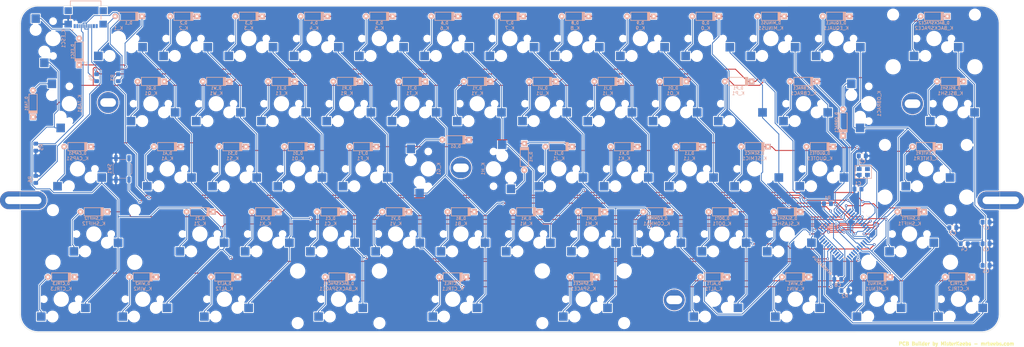
<source format=kicad_pcb>
(kicad_pcb (version 20171130) (host pcbnew "(5.1.6)-1")
  (layers (0 F.Cu signal) (31 B.Cu signal) (34 B.Paste user) (35 F.Paste user) (36 B.SilkS user) (37 F.SilkS user) (38 B.Mask user) (39 F.Mask user) (44 Edge.Cuts user))
  (net 0 "")
  (net 1 GND)
  (net 2 VCC)
  (net 3 "Net-(D_1-Pad2)")
  (net 4 "Net-(D_2-Pad2)")
  (net 5 "Net-(D_3-Pad2)")
  (net 6 "Net-(D_4-Pad2)")
  (net 7 "Net-(D_5-Pad2)")
  (net 8 "Net-(D_6-Pad2)")
  (net 9 "Net-(D_7-Pad2)")
  (net 10 "Net-(D_8-Pad2)")
  (net 11 "Net-(D_9-Pad2)")
  (net 12 "Net-(D_0-Pad2)")
  (net 13 "Net-(D_SHIFT1-Pad2)")
  (net 14 "Net-(D_BACKSPACE1-Pad2)")
  (net 15 "Net-(D_CTRL1-Pad2)")
  (net 16 "Net-(D_ALT1-Pad2)")
  (net 17 "Net-(D_WIN1-Pad2)")
  (net 18 "Net-(D_CTRL2-Pad2)")
  (net 19 "Net-(C1-Pad1)")
  (net 20 "Net-(C2-Pad1)")
  (net 21 "Net-(R1-Pad1)")
  (net 22 "Net-(R3-Pad1)")
  (net 23 "Net-(R4-Pad1)")
  (net 24 "Net-(U1-Pad1)")
  (net 25 "Net-(U1-Pad31)")
  (net 26 "Net-(U1-Pad32)")
  (net 27 "Net-(U1-Pad36)")
  (net 28 "Net-(U1-Pad37)")
  (net 29 "Net-(U1-Pad42)")
  (net 30 row0)
  (net 31 "Net-(D_A1-Pad2)")
  (net 32 row2)
  (net 33 row4)
  (net 34 "Net-(D_ALT2-Pad2)")
  (net 35 "Net-(D_B1-Pad2)")
  (net 36 row3)
  (net 37 "Net-(D_BACKSPACE2-Pad2)")
  (net 38 "Net-(D_BSLSH1-Pad2)")
  (net 39 row1)
  (net 40 "Net-(D_C1-Pad2)")
  (net 41 "Net-(D_CAPS1-Pad2)")
  (net 42 "Net-(D_CBRAC1-Pad2)")
  (net 43 "Net-(D_COMMA1-Pad2)")
  (net 44 "Net-(D_CTRL3-Pad2)")
  (net 45 "Net-(D_D1-Pad2)")
  (net 46 "Net-(D_DOT1-Pad2)")
  (net 47 "Net-(D_E1-Pad2)")
  (net 48 "Net-(D_ENTER1-Pad2)")
  (net 49 "Net-(D_EQUAL1-Pad2)")
  (net 50 "Net-(D_F1-Pad2)")
  (net 51 "Net-(D_G1-Pad2)")
  (net 52 "Net-(D_H1-Pad2)")
  (net 53 "Net-(D_I1-Pad2)")
  (net 54 "Net-(D_J1-Pad2)")
  (net 55 "Net-(D_K1-Pad2)")
  (net 56 "Net-(D_L1-Pad2)")
  (net 57 "Net-(D_M1-Pad2)")
  (net 58 "Net-(D_MENU1-Pad2)")
  (net 59 "Net-(D_MINUS1-Pad2)")
  (net 60 "Net-(D_N1-Pad2)")
  (net 61 "Net-(D_O1-Pad2)")
  (net 62 "Net-(D_OBRAC1-Pad2)")
  (net 63 "Net-(D_P1-Pad2)")
  (net 64 "Net-(D_Q1-Pad2)")
  (net 65 "Net-(D_QUOTE1-Pad2)")
  (net 66 "Net-(D_R1-Pad2)")
  (net 67 "Net-(D_S1-Pad2)")
  (net 68 "Net-(D_SEMIC1-Pad2)")
  (net 69 "Net-(D_SHIFT2-Pad2)")
  (net 70 "Net-(D_SLASH1-Pad2)")
  (net 71 "Net-(D_SPACE1-Pad2)")
  (net 72 "Net-(D_T1-Pad2)")
  (net 73 "Net-(D_TAB1-Pad2)")
  (net 74 "Net-(D_U1-Pad2)")
  (net 75 "Net-(D_V1-Pad2)")
  (net 76 "Net-(D_W1-Pad2)")
  (net 77 "Net-(D_WIN2-Pad2)")
  (net 78 "Net-(D_X1-Pad2)")
  (net 79 "Net-(D_Y1-Pad2)")
  (net 80 "Net-(D_Z1-Pad2)")
  (net 81 col10)
  (net 82 col1)
  (net 83 col2)
  (net 84 col3)
  (net 85 col4)
  (net 86 col5)
  (net 87 col6)
  (net 88 col7)
  (net 89 col8)
  (net 90 col9)
  (net 91 col0)
  (net 92 col13)
  (net 93 col11)
  (net 94 col12)
  (net 95 "Net-(J1-PadA7)")
  (net 96 "Net-(J1-PadA6)")
  (net 97 "Net-(J1-PadA5)")
  (net 98 "Net-(J1-PadB5)")
  (net 99 "Net-(U1-Pad40)")
  (net 100 "Net-(J1-PadA8)")
  (net 101 "Net-(J1-PadB8)")
  (net 102 "Net-(C8-Pad2)")
  (net 103 "Net-(D_ESC1-Pad2)")
  (net 104 "Net-(R2-Pad1)")
  (module keyboard_parts:D_axial (layer B.Cu) (at 343.838 141.212 180)
    (fp_text reference D_0 (at 0 -1.925) (layer B.SilkS) (effects (font (size 0.8 0.8)) (justify mirror)))
    (fp_text value D hide)
    (pad 2 thru_hole circle (at 3.9 0 180) (size 1.6 1.6) (drill 0.7) (layers *.Cu *.Mask B.SilkS) (net 12 "Net-(D_0-Pad2)"))
    (pad 1 thru_hole rect (at -3.9 0 180) (size 1.6 1.6) (drill 0.7) (layers *.Cu *.Mask B.SilkS) (net 30 row0))
  )
  (module keyboard_parts:D_axial (layer B.Cu) (at 175.388 141.212 180)
    (fp_text reference D_1 (at 0 -1.925) (layer B.SilkS) (effects (font (size 0.8 0.8)) (justify mirror)))
    (fp_text value D hide)
    (pad 2 thru_hole circle (at 3.9 0 180) (size 1.6 1.6) (drill 0.7) (layers *.Cu *.Mask B.SilkS) (net 3 "Net-(D_1-Pad2)"))
    (pad 1 thru_hole rect (at -3.9 0 180) (size 1.6 1.6) (drill 0.7) (layers *.Cu *.Mask B.SilkS) (net 30 row0))
  )
  (module keyboard_parts:D_axial (layer B.Cu) (at 191.438 141.212 180)
    (fp_text reference D_2 (at 0 -1.925) (layer B.SilkS) (effects (font (size 0.8 0.8)) (justify mirror)))
    (fp_text value D hide)
    (pad 2 thru_hole circle (at 3.9 0 180) (size 1.6 1.6) (drill 0.7) (layers *.Cu *.Mask B.SilkS) (net 4 "Net-(D_2-Pad2)"))
    (pad 1 thru_hole rect (at -3.9 0 180) (size 1.6 1.6) (drill 0.7) (layers *.Cu *.Mask B.SilkS) (net 30 row0))
  )
  (module keyboard_parts:D_axial (layer B.Cu) (at 210.488 141.212 180)
    (fp_text reference D_3 (at 0 -1.925) (layer B.SilkS) (effects (font (size 0.8 0.8)) (justify mirror)))
    (fp_text value D hide)
    (pad 2 thru_hole circle (at 3.9 0 180) (size 1.6 1.6) (drill 0.7) (layers *.Cu *.Mask B.SilkS) (net 5 "Net-(D_3-Pad2)"))
    (pad 1 thru_hole rect (at -3.9 0 180) (size 1.6 1.6) (drill 0.7) (layers *.Cu *.Mask B.SilkS) (net 30 row0))
  )
  (module keyboard_parts:D_axial (layer B.Cu) (at 229.538 141.212 180)
    (fp_text reference D_4 (at 0 -1.925) (layer B.SilkS) (effects (font (size 0.8 0.8)) (justify mirror)))
    (fp_text value D hide)
    (pad 2 thru_hole circle (at 3.9 0 180) (size 1.6 1.6) (drill 0.7) (layers *.Cu *.Mask B.SilkS) (net 6 "Net-(D_4-Pad2)"))
    (pad 1 thru_hole rect (at -3.9 0 180) (size 1.6 1.6) (drill 0.7) (layers *.Cu *.Mask B.SilkS) (net 30 row0))
  )
  (module keyboard_parts:D_axial (layer B.Cu) (at 248.588 141.212 180)
    (fp_text reference D_5 (at 0 -1.925) (layer B.SilkS) (effects (font (size 0.8 0.8)) (justify mirror)))
    (fp_text value D hide)
    (pad 2 thru_hole circle (at 3.9 0 180) (size 1.6 1.6) (drill 0.7) (layers *.Cu *.Mask B.SilkS) (net 7 "Net-(D_5-Pad2)"))
    (pad 1 thru_hole rect (at -3.9 0 180) (size 1.6 1.6) (drill 0.7) (layers *.Cu *.Mask B.SilkS) (net 30 row0))
  )
  (module keyboard_parts:D_axial (layer B.Cu) (at 267.638 141.212 180)
    (fp_text reference D_6 (at 0 -1.925) (layer B.SilkS) (effects (font (size 0.8 0.8)) (justify mirror)))
    (fp_text value D hide)
    (pad 2 thru_hole circle (at 3.9 0 180) (size 1.6 1.6) (drill 0.7) (layers *.Cu *.Mask B.SilkS) (net 8 "Net-(D_6-Pad2)"))
    (pad 1 thru_hole rect (at -3.9 0 180) (size 1.6 1.6) (drill 0.7) (layers *.Cu *.Mask B.SilkS) (net 30 row0))
  )
  (module keyboard_parts:D_axial (layer B.Cu) (at 286.688 141.212 180)
    (fp_text reference D_7 (at 0 -1.925) (layer B.SilkS) (effects (font (size 0.8 0.8)) (justify mirror)))
    (fp_text value D hide)
    (pad 2 thru_hole circle (at 3.9 0 180) (size 1.6 1.6) (drill 0.7) (layers *.Cu *.Mask B.SilkS) (net 9 "Net-(D_7-Pad2)"))
    (pad 1 thru_hole rect (at -3.9 0 180) (size 1.6 1.6) (drill 0.7) (layers *.Cu *.Mask B.SilkS) (net 30 row0))
  )
  (module keyboard_parts:D_axial (layer B.Cu) (at 305.738 141.212 180)
    (fp_text reference D_8 (at 0 -1.925) (layer B.SilkS) (effects (font (size 0.8 0.8)) (justify mirror)))
    (fp_text value D hide)
    (pad 2 thru_hole circle (at 3.9 0 180) (size 1.6 1.6) (drill 0.7) (layers *.Cu *.Mask B.SilkS) (net 10 "Net-(D_8-Pad2)"))
    (pad 1 thru_hole rect (at -3.9 0 180) (size 1.6 1.6) (drill 0.7) (layers *.Cu *.Mask B.SilkS) (net 30 row0))
  )
  (module keyboard_parts:D_axial (layer B.Cu) (at 324.788 141.212 180)
    (fp_text reference D_9 (at 0 -1.925) (layer B.SilkS) (effects (font (size 0.8 0.8)) (justify mirror)))
    (fp_text value D hide)
    (pad 2 thru_hole circle (at 3.9 0 180) (size 1.6 1.6) (drill 0.7) (layers *.Cu *.Mask B.SilkS) (net 11 "Net-(D_9-Pad2)"))
    (pad 1 thru_hole rect (at -3.9 0 180) (size 1.6 1.6) (drill 0.7) (layers *.Cu *.Mask B.SilkS) (net 30 row0))
  )
  (module keyboard_parts:D_axial (layer B.Cu) (at 186.675 179.312 180)
    (fp_text reference D_A1 (at 0 -1.925) (layer B.SilkS) (effects (font (size 0.8 0.8)) (justify mirror)))
    (fp_text value D hide)
    (pad 2 thru_hole circle (at 3.9 0 180) (size 1.6 1.6) (drill 0.7) (layers *.Cu *.Mask B.SilkS) (net 31 "Net-(D_A1-Pad2)"))
    (pad 1 thru_hole rect (at -3.9 0 180) (size 1.6 1.6) (drill 0.7) (layers *.Cu *.Mask B.SilkS) (net 32 row2))
  )
  (module keyboard_parts:D_axial (layer B.Cu) (at 346.219 217.412 180)
    (fp_text reference D_ALT1 (at 0 -1.925) (layer B.SilkS) (effects (font (size 0.8 0.8)) (justify mirror)))
    (fp_text value D hide)
    (pad 2 thru_hole circle (at 3.9 0 180) (size 1.6 1.6) (drill 0.7) (layers *.Cu *.Mask B.SilkS) (net 16 "Net-(D_ALT1-Pad2)"))
    (pad 1 thru_hole rect (at -3.9 0 180) (size 1.6 1.6) (drill 0.7) (layers *.Cu *.Mask B.SilkS) (net 33 row4))
  )
  (module keyboard_parts:D_axial (layer B.Cu) (at 203.344 217.412 180)
    (fp_text reference D_ALT2 (at 0 -1.925) (layer B.SilkS) (effects (font (size 0.8 0.8)) (justify mirror)))
    (fp_text value D hide)
    (pad 2 thru_hole circle (at 3.9 0 180) (size 1.6 1.6) (drill 0.7) (layers *.Cu *.Mask B.SilkS) (net 34 "Net-(D_ALT2-Pad2)"))
    (pad 1 thru_hole rect (at -3.9 0 180) (size 1.6 1.6) (drill 0.7) (layers *.Cu *.Mask B.SilkS) (net 33 row4))
  )
  (module keyboard_parts:D_axial (layer B.Cu) (at 272.4 198.362 180)
    (fp_text reference D_B1 (at 0 -1.925) (layer B.SilkS) (effects (font (size 0.8 0.8)) (justify mirror)))
    (fp_text value D hide)
    (pad 2 thru_hole circle (at 3.9 0 180) (size 1.6 1.6) (drill 0.7) (layers *.Cu *.Mask B.SilkS) (net 35 "Net-(D_B1-Pad2)"))
    (pad 1 thru_hole rect (at -3.9 0 180) (size 1.6 1.6) (drill 0.7) (layers *.Cu *.Mask B.SilkS) (net 36 row3))
  )
  (module keyboard_parts:D_axial (layer B.Cu) (at 236.681 217.412 180)
    (fp_text reference D_BACKSPACE1 (at 0 -1.925) (layer B.SilkS) (effects (font (size 0.8 0.8)) (justify mirror)))
    (fp_text value D hide)
    (pad 2 thru_hole circle (at 3.9 0 180) (size 1.6 1.6) (drill 0.7) (layers *.Cu *.Mask B.SilkS) (net 14 "Net-(D_BACKSPACE1-Pad2)"))
    (pad 1 thru_hole rect (at -3.9 0 180) (size 1.6 1.6) (drill 0.7) (layers *.Cu *.Mask B.SilkS) (net 33 row4))
  )
  (module keyboard_parts:D_axial (layer B.Cu) (at 410.512 141.212 180)
    (fp_text reference D_BACKSPACE2 (at 0 -1.925) (layer B.SilkS) (effects (font (size 0.8 0.8)) (justify mirror)))
    (fp_text value D hide)
    (pad 2 thru_hole circle (at 3.9 0 180) (size 1.6 1.6) (drill 0.7) (layers *.Cu *.Mask B.SilkS) (net 37 "Net-(D_BACKSPACE2-Pad2)"))
    (pad 1 thru_hole rect (at -3.9 0 180) (size 1.6 1.6) (drill 0.7) (layers *.Cu *.Mask B.SilkS) (net 30 row0))
  )
  (module keyboard_parts:D_axial (layer B.Cu) (at 415.275 160.262 180)
    (fp_text reference D_BSLSH1 (at 0 -1.925) (layer B.SilkS) (effects (font (size 0.8 0.8)) (justify mirror)))
    (fp_text value D hide)
    (pad 2 thru_hole circle (at 3.9 0 180) (size 1.6 1.6) (drill 0.7) (layers *.Cu *.Mask B.SilkS) (net 38 "Net-(D_BSLSH1-Pad2)"))
    (pad 1 thru_hole rect (at -3.9 0 180) (size 1.6 1.6) (drill 0.7) (layers *.Cu *.Mask B.SilkS) (net 39 row1))
  )
  (module keyboard_parts:D_axial (layer B.Cu) (at 234.3 198.362 180)
    (fp_text reference D_C1 (at 0 -1.925) (layer B.SilkS) (effects (font (size 0.8 0.8)) (justify mirror)))
    (fp_text value D hide)
    (pad 2 thru_hole circle (at 3.9 0 180) (size 1.6 1.6) (drill 0.7) (layers *.Cu *.Mask B.SilkS) (net 40 "Net-(D_C1-Pad2)"))
    (pad 1 thru_hole rect (at -3.9 0 180) (size 1.6 1.6) (drill 0.7) (layers *.Cu *.Mask B.SilkS) (net 36 row3))
  )
  (module keyboard_parts:D_axial (layer B.Cu) (at 160.481 179.312 180)
    (fp_text reference D_CAPS1 (at 0 -1.925) (layer B.SilkS) (effects (font (size 0.8 0.8)) (justify mirror)))
    (fp_text value D hide)
    (pad 2 thru_hole circle (at 3.9 0 180) (size 1.6 1.6) (drill 0.7) (layers *.Cu *.Mask B.SilkS) (net 41 "Net-(D_CAPS1-Pad2)"))
    (pad 1 thru_hole rect (at -3.9 0 180) (size 1.6 1.6) (drill 0.7) (layers *.Cu *.Mask B.SilkS) (net 32 row2))
  )
  (module keyboard_parts:D_axial (layer B.Cu) (at 372.412 160.262 180)
    (fp_text reference D_CBRAC1 (at 0 -1.925) (layer B.SilkS) (effects (font (size 0.8 0.8)) (justify mirror)))
    (fp_text value D hide)
    (pad 2 thru_hole circle (at 3.9 0 180) (size 1.6 1.6) (drill 0.7) (layers *.Cu *.Mask B.SilkS) (net 42 "Net-(D_CBRAC1-Pad2)"))
    (pad 1 thru_hole rect (at -3.9 0 180) (size 1.6 1.6) (drill 0.7) (layers *.Cu *.Mask B.SilkS) (net 39 row1))
  )
  (module keyboard_parts:D_axial (layer B.Cu) (at 329.55 198.362 180)
    (fp_text reference D_COMMA1 (at 0 -1.925) (layer B.SilkS) (effects (font (size 0.8 0.8)) (justify mirror)))
    (fp_text value D hide)
    (pad 2 thru_hole circle (at 3.9 0 180) (size 1.6 1.6) (drill 0.7) (layers *.Cu *.Mask B.SilkS) (net 43 "Net-(D_COMMA1-Pad2)"))
    (pad 1 thru_hole rect (at -3.9 0 180) (size 1.6 1.6) (drill 0.7) (layers *.Cu *.Mask B.SilkS) (net 36 row3))
  )
  (module keyboard_parts:D_axial (layer B.Cu) (at 270.019 217.412 180)
    (fp_text reference D_CTRL1 (at 0 -1.925) (layer B.SilkS) (effects (font (size 0.8 0.8)) (justify mirror)))
    (fp_text value D hide)
    (pad 2 thru_hole circle (at 3.9 0 180) (size 1.6 1.6) (drill 0.7) (layers *.Cu *.Mask B.SilkS) (net 15 "Net-(D_CTRL1-Pad2)"))
    (pad 1 thru_hole rect (at -3.9 0 180) (size 1.6 1.6) (drill 0.7) (layers *.Cu *.Mask B.SilkS) (net 33 row4))
  )
  (module keyboard_parts:D_axial (layer B.Cu) (at 417.656 217.412 180)
    (fp_text reference D_CTRL2 (at 0 -1.925) (layer B.SilkS) (effects (font (size 0.8 0.8)) (justify mirror)))
    (fp_text value D hide)
    (pad 2 thru_hole circle (at 3.9 0 180) (size 1.6 1.6) (drill 0.7) (layers *.Cu *.Mask B.SilkS) (net 18 "Net-(D_CTRL2-Pad2)"))
    (pad 1 thru_hole rect (at -3.9 0 180) (size 1.6 1.6) (drill 0.7) (layers *.Cu *.Mask B.SilkS) (net 33 row4))
  )
  (module keyboard_parts:D_axial (layer B.Cu) (at 155.719 217.412 180)
    (fp_text reference D_CTRL3 (at 0 -1.925) (layer B.SilkS) (effects (font (size 0.8 0.8)) (justify mirror)))
    (fp_text value D hide)
    (pad 2 thru_hole circle (at 3.9 0 180) (size 1.6 1.6) (drill 0.7) (layers *.Cu *.Mask B.SilkS) (net 44 "Net-(D_CTRL3-Pad2)"))
    (pad 1 thru_hole rect (at -3.9 0 180) (size 1.6 1.6) (drill 0.7) (layers *.Cu *.Mask B.SilkS) (net 33 row4))
  )
  (module keyboard_parts:D_axial (layer B.Cu) (at 224.775 179.312 180)
    (fp_text reference D_D1 (at 0 -1.925) (layer B.SilkS) (effects (font (size 0.8 0.8)) (justify mirror)))
    (fp_text value D hide)
    (pad 2 thru_hole circle (at 3.9 0 180) (size 1.6 1.6) (drill 0.7) (layers *.Cu *.Mask B.SilkS) (net 45 "Net-(D_D1-Pad2)"))
    (pad 1 thru_hole rect (at -3.9 0 180) (size 1.6 1.6) (drill 0.7) (layers *.Cu *.Mask B.SilkS) (net 32 row2))
  )
  (module keyboard_parts:D_axial (layer B.Cu) (at 348.6 198.362 180)
    (fp_text reference D_DOT1 (at 0 -1.925) (layer B.SilkS) (effects (font (size 0.8 0.8)) (justify mirror)))
    (fp_text value D hide)
    (pad 2 thru_hole circle (at 3.9 0 180) (size 1.6 1.6) (drill 0.7) (layers *.Cu *.Mask B.SilkS) (net 46 "Net-(D_DOT1-Pad2)"))
    (pad 1 thru_hole rect (at -3.9 0 180) (size 1.6 1.6) (drill 0.7) (layers *.Cu *.Mask B.SilkS) (net 36 row3))
  )
  (module keyboard_parts:D_axial (layer B.Cu) (at 220.012 160.262 180)
    (fp_text reference D_E1 (at 0 -1.925) (layer B.SilkS) (effects (font (size 0.8 0.8)) (justify mirror)))
    (fp_text value D hide)
    (pad 2 thru_hole circle (at 3.9 0 180) (size 1.6 1.6) (drill 0.7) (layers *.Cu *.Mask B.SilkS) (net 47 "Net-(D_E1-Pad2)"))
    (pad 1 thru_hole rect (at -3.9 0 180) (size 1.6 1.6) (drill 0.7) (layers *.Cu *.Mask B.SilkS) (net 39 row1))
  )
  (module keyboard_parts:D_axial (layer B.Cu) (at 408.131 179.312 180)
    (fp_text reference D_ENTER1 (at 0 -1.925) (layer B.SilkS) (effects (font (size 0.8 0.8)) (justify mirror)))
    (fp_text value D hide)
    (pad 2 thru_hole circle (at 3.9 0 180) (size 1.6 1.6) (drill 0.7) (layers *.Cu *.Mask B.SilkS) (net 48 "Net-(D_ENTER1-Pad2)"))
    (pad 1 thru_hole rect (at -3.9 0 180) (size 1.6 1.6) (drill 0.7) (layers *.Cu *.Mask B.SilkS) (net 32 row2))
  )
  (module keyboard_parts:D_axial (layer B.Cu) (at 381.938 141.212 180)
    (fp_text reference D_EQUAL1 (at 0 -1.925) (layer B.SilkS) (effects (font (size 0.8 0.8)) (justify mirror)))
    (fp_text value D hide)
    (pad 2 thru_hole circle (at 3.9 0 180) (size 1.6 1.6) (drill 0.7) (layers *.Cu *.Mask B.SilkS) (net 49 "Net-(D_EQUAL1-Pad2)"))
    (pad 1 thru_hole rect (at -3.9 0 180) (size 1.6 1.6) (drill 0.7) (layers *.Cu *.Mask B.SilkS) (net 30 row0))
  )
  (module keyboard_parts:D_axial (layer B.Cu) (at 160.97 151.53 90)
    (fp_text reference D_ESC1 (at 0 -1.925 90) (layer B.SilkS) (effects (font (size 0.8 0.8)) (justify mirror)))
    (fp_text value D hide)
    (pad 2 thru_hole circle (at 3.9 0 90) (size 1.6 1.6) (drill 0.7) (layers *.Cu *.Mask B.SilkS) (net 103 "Net-(D_ESC1-Pad2)"))
    (pad 1 thru_hole rect (at -3.9 0 90) (size 1.6 1.6) (drill 0.7) (layers *.Cu *.Mask B.SilkS) (net 30 row0))
  )
  (module keyboard_parts:D_axial (layer B.Cu) (at 243.825 179.312 180)
    (fp_text reference D_F1 (at 0 -1.925) (layer B.SilkS) (effects (font (size 0.8 0.8)) (justify mirror)))
    (fp_text value D hide)
    (pad 2 thru_hole circle (at 3.9 0 180) (size 1.6 1.6) (drill 0.7) (layers *.Cu *.Mask B.SilkS) (net 50 "Net-(D_F1-Pad2)"))
    (pad 1 thru_hole rect (at -3.9 0 180) (size 1.6 1.6) (drill 0.7) (layers *.Cu *.Mask B.SilkS) (net 32 row2))
  )
  (module keyboard_parts:D_axial (layer B.Cu) (at 270.875 177.312 180)
    (fp_text reference D_G1 (at 0 -1.925) (layer B.SilkS) (effects (font (size 0.8 0.8)) (justify mirror)))
    (fp_text value D hide)
    (pad 2 thru_hole circle (at 3.9 0 180) (size 1.6 1.6) (drill 0.7) (layers *.Cu *.Mask B.SilkS) (net 51 "Net-(D_G1-Pad2)"))
    (pad 1 thru_hole rect (at -3.9 0 180) (size 1.6 1.6) (drill 0.7) (layers *.Cu *.Mask B.SilkS) (net 32 row2))
  )
  (module keyboard_parts:D_axial (layer B.Cu) (at 290.925 182.312 270)
    (fp_text reference D_H1 (at 0 -1.925 90) (layer B.SilkS) (effects (font (size 0.8 0.8)) (justify mirror)))
    (fp_text value D hide)
    (pad 2 thru_hole circle (at 3.9 0 270) (size 1.6 1.6) (drill 0.7) (layers *.Cu *.Mask B.SilkS) (net 52 "Net-(D_H1-Pad2)"))
    (pad 1 thru_hole rect (at -3.9 0 270) (size 1.6 1.6) (drill 0.7) (layers *.Cu *.Mask B.SilkS) (net 32 row2))
  )
  (module keyboard_parts:D_axial (layer B.Cu) (at 315.262 160.262 180)
    (fp_text reference D_I1 (at 0 -1.925) (layer B.SilkS) (effects (font (size 0.8 0.8)) (justify mirror)))
    (fp_text value D hide)
    (pad 2 thru_hole circle (at 3.9 0 180) (size 1.6 1.6) (drill 0.7) (layers *.Cu *.Mask B.SilkS) (net 53 "Net-(D_I1-Pad2)"))
    (pad 1 thru_hole rect (at -3.9 0 180) (size 1.6 1.6) (drill 0.7) (layers *.Cu *.Mask B.SilkS) (net 39 row1))
  )
  (module keyboard_parts:D_axial (layer B.Cu) (at 300.975 179.312 180)
    (fp_text reference D_J1 (at 0 -1.925) (layer B.SilkS) (effects (font (size 0.8 0.8)) (justify mirror)))
    (fp_text value D hide)
    (pad 2 thru_hole circle (at 3.9 0 180) (size 1.6 1.6) (drill 0.7) (layers *.Cu *.Mask B.SilkS) (net 54 "Net-(D_J1-Pad2)"))
    (pad 1 thru_hole rect (at -3.9 0 180) (size 1.6 1.6) (drill 0.7) (layers *.Cu *.Mask B.SilkS) (net 32 row2))
  )
  (module keyboard_parts:D_axial (layer B.Cu) (at 320.025 179.312 180)
    (fp_text reference D_K1 (at 0 -1.925) (layer B.SilkS) (effects (font (size 0.8 0.8)) (justify mirror)))
    (fp_text value D hide)
    (pad 2 thru_hole circle (at 3.9 0 180) (size 1.6 1.6) (drill 0.7) (layers *.Cu *.Mask B.SilkS) (net 55 "Net-(D_K1-Pad2)"))
    (pad 1 thru_hole rect (at -3.9 0 180) (size 1.6 1.6) (drill 0.7) (layers *.Cu *.Mask B.SilkS) (net 32 row2))
  )
  (module keyboard_parts:D_axial (layer B.Cu) (at 339.075 179.312 180)
    (fp_text reference D_L1 (at 0 -1.925) (layer B.SilkS) (effects (font (size 0.8 0.8)) (justify mirror)))
    (fp_text value D hide)
    (pad 2 thru_hole circle (at 3.9 0 180) (size 1.6 1.6) (drill 0.7) (layers *.Cu *.Mask B.SilkS) (net 56 "Net-(D_L1-Pad2)"))
    (pad 1 thru_hole rect (at -3.9 0 180) (size 1.6 1.6) (drill 0.7) (layers *.Cu *.Mask B.SilkS) (net 32 row2))
  )
  (module keyboard_parts:D_axial (layer B.Cu) (at 310.5 198.362 180)
    (fp_text reference D_M1 (at 0 -1.925) (layer B.SilkS) (effects (font (size 0.8 0.8)) (justify mirror)))
    (fp_text value D hide)
    (pad 2 thru_hole circle (at 3.9 0 180) (size 1.6 1.6) (drill 0.7) (layers *.Cu *.Mask B.SilkS) (net 57 "Net-(D_M1-Pad2)"))
    (pad 1 thru_hole rect (at -3.9 0 180) (size 1.6 1.6) (drill 0.7) (layers *.Cu *.Mask B.SilkS) (net 36 row3))
  )
  (module keyboard_parts:D_axial (layer B.Cu) (at 393.844 217.412 180)
    (fp_text reference D_MENU1 (at 0 -1.925) (layer B.SilkS) (effects (font (size 0.8 0.8)) (justify mirror)))
    (fp_text value D hide)
    (pad 2 thru_hole circle (at 3.9 0 180) (size 1.6 1.6) (drill 0.7) (layers *.Cu *.Mask B.SilkS) (net 58 "Net-(D_MENU1-Pad2)"))
    (pad 1 thru_hole rect (at -3.9 0 180) (size 1.6 1.6) (drill 0.7) (layers *.Cu *.Mask B.SilkS) (net 33 row4))
  )
  (module keyboard_parts:D_axial (layer B.Cu) (at 362.888 141.212 180)
    (fp_text reference D_MINUS1 (at 0 -1.925) (layer B.SilkS) (effects (font (size 0.8 0.8)) (justify mirror)))
    (fp_text value D hide)
    (pad 2 thru_hole circle (at 3.9 0 180) (size 1.6 1.6) (drill 0.7) (layers *.Cu *.Mask B.SilkS) (net 59 "Net-(D_MINUS1-Pad2)"))
    (pad 1 thru_hole rect (at -3.9 0 180) (size 1.6 1.6) (drill 0.7) (layers *.Cu *.Mask B.SilkS) (net 30 row0))
  )
  (module keyboard_parts:D_axial (layer B.Cu) (at 291.45 198.362 180)
    (fp_text reference D_N1 (at 0 -1.925) (layer B.SilkS) (effects (font (size 0.8 0.8)) (justify mirror)))
    (fp_text value D hide)
    (pad 2 thru_hole circle (at 3.9 0 180) (size 1.6 1.6) (drill 0.7) (layers *.Cu *.Mask B.SilkS) (net 60 "Net-(D_N1-Pad2)"))
    (pad 1 thru_hole rect (at -3.9 0 180) (size 1.6 1.6) (drill 0.7) (layers *.Cu *.Mask B.SilkS) (net 36 row3))
  )
  (module keyboard_parts:D_axial (layer B.Cu) (at 334.312 160.262 180)
    (fp_text reference D_O1 (at 0 -1.925) (layer B.SilkS) (effects (font (size 0.8 0.8)) (justify mirror)))
    (fp_text value D hide)
    (pad 2 thru_hole circle (at 3.9 0 180) (size 1.6 1.6) (drill 0.7) (layers *.Cu *.Mask B.SilkS) (net 61 "Net-(D_O1-Pad2)"))
    (pad 1 thru_hole rect (at -3.9 0 180) (size 1.6 1.6) (drill 0.7) (layers *.Cu *.Mask B.SilkS) (net 39 row1))
  )
  (module keyboard_parts:D_axial (layer B.Cu) (at 383.968 172.262 90)
    (fp_text reference D_OBRAC1 (at 0 -1.925 90) (layer B.SilkS) (effects (font (size 0.8 0.8)) (justify mirror)))
    (fp_text value D hide)
    (pad 2 thru_hole circle (at 3.9 0 90) (size 1.6 1.6) (drill 0.7) (layers *.Cu *.Mask B.SilkS) (net 62 "Net-(D_OBRAC1-Pad2)"))
    (pad 1 thru_hole rect (at -3.9 0 90) (size 1.6 1.6) (drill 0.7) (layers *.Cu *.Mask B.SilkS) (net 39 row1))
  )
  (module keyboard_parts:D_axial (layer B.Cu) (at 353.362 160.262 180)
    (fp_text reference D_P1 (at 0 -1.925) (layer B.SilkS) (effects (font (size 0.8 0.8)) (justify mirror)))
    (fp_text value D hide)
    (pad 2 thru_hole circle (at 3.9 0 180) (size 1.6 1.6) (drill 0.7) (layers *.Cu *.Mask B.SilkS) (net 63 "Net-(D_P1-Pad2)"))
    (pad 1 thru_hole rect (at -3.9 0 180) (size 1.6 1.6) (drill 0.7) (layers *.Cu *.Mask B.SilkS) (net 39 row1))
  )
  (module keyboard_parts:D_axial (layer B.Cu) (at 181.912 160.262 180)
    (fp_text reference D_Q1 (at 0 -1.925) (layer B.SilkS) (effects (font (size 0.8 0.8)) (justify mirror)))
    (fp_text value D hide)
    (pad 2 thru_hole circle (at 3.9 0 180) (size 1.6 1.6) (drill 0.7) (layers *.Cu *.Mask B.SilkS) (net 64 "Net-(D_Q1-Pad2)"))
    (pad 1 thru_hole rect (at -3.9 0 180) (size 1.6 1.6) (drill 0.7) (layers *.Cu *.Mask B.SilkS) (net 39 row1))
  )
  (module keyboard_parts:D_axial (layer B.Cu) (at 377.175 179.312 180)
    (fp_text reference D_QUOTE1 (at 0 -1.925) (layer B.SilkS) (effects (font (size 0.8 0.8)) (justify mirror)))
    (fp_text value D hide)
    (pad 2 thru_hole circle (at 3.9 0 180) (size 1.6 1.6) (drill 0.7) (layers *.Cu *.Mask B.SilkS) (net 65 "Net-(D_QUOTE1-Pad2)"))
    (pad 1 thru_hole rect (at -3.9 0 180) (size 1.6 1.6) (drill 0.7) (layers *.Cu *.Mask B.SilkS) (net 32 row2))
  )
  (module keyboard_parts:D_axial (layer B.Cu) (at 239.062 160.262 180)
    (fp_text reference D_R1 (at 0 -1.925) (layer B.SilkS) (effects (font (size 0.8 0.8)) (justify mirror)))
    (fp_text value D hide)
    (pad 2 thru_hole circle (at 3.9 0 180) (size 1.6 1.6) (drill 0.7) (layers *.Cu *.Mask B.SilkS) (net 66 "Net-(D_R1-Pad2)"))
    (pad 1 thru_hole rect (at -3.9 0 180) (size 1.6 1.6) (drill 0.7) (layers *.Cu *.Mask B.SilkS) (net 39 row1))
  )
  (module keyboard_parts:D_axial (layer B.Cu) (at 205.725 179.312 180)
    (fp_text reference D_S1 (at 0 -1.925) (layer B.SilkS) (effects (font (size 0.8 0.8)) (justify mirror)))
    (fp_text value D hide)
    (pad 2 thru_hole circle (at 3.9 0 180) (size 1.6 1.6) (drill 0.7) (layers *.Cu *.Mask B.SilkS) (net 67 "Net-(D_S1-Pad2)"))
    (pad 1 thru_hole rect (at -3.9 0 180) (size 1.6 1.6) (drill 0.7) (layers *.Cu *.Mask B.SilkS) (net 32 row2))
  )
  (module keyboard_parts:D_axial (layer B.Cu) (at 358.125 179.312 180)
    (fp_text reference D_SEMIC1 (at 0 -1.925) (layer B.SilkS) (effects (font (size 0.8 0.8)) (justify mirror)))
    (fp_text value D hide)
    (pad 2 thru_hole circle (at 3.9 0 180) (size 1.6 1.6) (drill 0.7) (layers *.Cu *.Mask B.SilkS) (net 68 "Net-(D_SEMIC1-Pad2)"))
    (pad 1 thru_hole rect (at -3.9 0 180) (size 1.6 1.6) (drill 0.7) (layers *.Cu *.Mask B.SilkS) (net 32 row2))
  )
  (module keyboard_parts:D_axial (layer B.Cu) (at 403.7 198.362 180)
    (fp_text reference D_SHIFT1 (at 0 -1.925) (layer B.SilkS) (effects (font (size 0.8 0.8)) (justify mirror)))
    (fp_text value D hide)
    (pad 2 thru_hole circle (at 3.9 0 180) (size 1.6 1.6) (drill 0.7) (layers *.Cu *.Mask B.SilkS) (net 13 "Net-(D_SHIFT1-Pad2)"))
    (pad 1 thru_hole rect (at -3.9 0 180) (size 1.6 1.6) (drill 0.7) (layers *.Cu *.Mask B.SilkS) (net 36 row3))
  )
  (module keyboard_parts:D_axial (layer B.Cu) (at 165.244 198.362 180)
    (fp_text reference D_SHIFT2 (at 0 -1.925) (layer B.SilkS) (effects (font (size 0.8 0.8)) (justify mirror)))
    (fp_text value D hide)
    (pad 2 thru_hole circle (at 3.9 0 180) (size 1.6 1.6) (drill 0.7) (layers *.Cu *.Mask B.SilkS) (net 69 "Net-(D_SHIFT2-Pad2)"))
    (pad 1 thru_hole rect (at -3.9 0 180) (size 1.6 1.6) (drill 0.7) (layers *.Cu *.Mask B.SilkS) (net 36 row3))
  )
  (module keyboard_parts:D_axial (layer B.Cu) (at 367.65 198.362 180)
    (fp_text reference D_SLASH1 (at 0 -1.925) (layer B.SilkS) (effects (font (size 0.8 0.8)) (justify mirror)))
    (fp_text value D hide)
    (pad 2 thru_hole circle (at 3.9 0 180) (size 1.6 1.6) (drill 0.7) (layers *.Cu *.Mask B.SilkS) (net 70 "Net-(D_SLASH1-Pad2)"))
    (pad 1 thru_hole rect (at -3.9 0 180) (size 1.6 1.6) (drill 0.7) (layers *.Cu *.Mask B.SilkS) (net 36 row3))
  )
  (module keyboard_parts:D_axial (layer B.Cu) (at 308.119 217.412 180)
    (fp_text reference D_SPACE1 (at 0 -1.925) (layer B.SilkS) (effects (font (size 0.8 0.8)) (justify mirror)))
    (fp_text value D hide)
    (pad 2 thru_hole circle (at 3.9 0 180) (size 1.6 1.6) (drill 0.7) (layers *.Cu *.Mask B.SilkS) (net 71 "Net-(D_SPACE1-Pad2)"))
    (pad 1 thru_hole rect (at -3.9 0 180) (size 1.6 1.6) (drill 0.7) (layers *.Cu *.Mask B.SilkS) (net 33 row4))
  )
  (module keyboard_parts:D_axial (layer B.Cu) (at 258.112 160.262 180)
    (fp_text reference D_T1 (at 0 -1.925) (layer B.SilkS) (effects (font (size 0.8 0.8)) (justify mirror)))
    (fp_text value D hide)
    (pad 2 thru_hole circle (at 3.9 0 180) (size 1.6 1.6) (drill 0.7) (layers *.Cu *.Mask B.SilkS) (net 72 "Net-(D_T1-Pad2)"))
    (pad 1 thru_hole rect (at -3.9 0 180) (size 1.6 1.6) (drill 0.7) (layers *.Cu *.Mask B.SilkS) (net 39 row1))
  )
  (module keyboard_parts:D_axial (layer B.Cu) (at 147.5 166.762 90)
    (fp_text reference D_TAB1 (at 0 -1.925 90) (layer B.SilkS) (effects (font (size 0.8 0.8)) (justify mirror)))
    (fp_text value D hide)
    (pad 2 thru_hole circle (at 3.9 0 90) (size 1.6 1.6) (drill 0.7) (layers *.Cu *.Mask B.SilkS) (net 73 "Net-(D_TAB1-Pad2)"))
    (pad 1 thru_hole rect (at -3.9 0 90) (size 1.6 1.6) (drill 0.7) (layers *.Cu *.Mask B.SilkS) (net 39 row1))
  )
  (module keyboard_parts:D_axial (layer B.Cu) (at 296.212 160.262 180)
    (fp_text reference D_U1 (at 0 -1.925) (layer B.SilkS) (effects (font (size 0.8 0.8)) (justify mirror)))
    (fp_text value D hide)
    (pad 2 thru_hole circle (at 3.9 0 180) (size 1.6 1.6) (drill 0.7) (layers *.Cu *.Mask B.SilkS) (net 74 "Net-(D_U1-Pad2)"))
    (pad 1 thru_hole rect (at -3.9 0 180) (size 1.6 1.6) (drill 0.7) (layers *.Cu *.Mask B.SilkS) (net 39 row1))
  )
  (module keyboard_parts:D_axial (layer B.Cu) (at 253.35 198.362 180)
    (fp_text reference D_V1 (at 0 -1.925) (layer B.SilkS) (effects (font (size 0.8 0.8)) (justify mirror)))
    (fp_text value D hide)
    (pad 2 thru_hole circle (at 3.9 0 180) (size 1.6 1.6) (drill 0.7) (layers *.Cu *.Mask B.SilkS) (net 75 "Net-(D_V1-Pad2)"))
    (pad 1 thru_hole rect (at -3.9 0 180) (size 1.6 1.6) (drill 0.7) (layers *.Cu *.Mask B.SilkS) (net 36 row3))
  )
  (module keyboard_parts:D_axial (layer B.Cu) (at 200.962 160.262 180)
    (fp_text reference D_W1 (at 0 -1.925) (layer B.SilkS) (effects (font (size 0.8 0.8)) (justify mirror)))
    (fp_text value D hide)
    (pad 2 thru_hole circle (at 3.9 0 180) (size 1.6 1.6) (drill 0.7) (layers *.Cu *.Mask B.SilkS) (net 76 "Net-(D_W1-Pad2)"))
    (pad 1 thru_hole rect (at -3.9 0 180) (size 1.6 1.6) (drill 0.7) (layers *.Cu *.Mask B.SilkS) (net 39 row1))
  )
  (module keyboard_parts:D_axial (layer B.Cu) (at 370.031 217.412 180)
    (fp_text reference D_WIN1 (at 0 -1.925) (layer B.SilkS) (effects (font (size 0.8 0.8)) (justify mirror)))
    (fp_text value D hide)
    (pad 2 thru_hole circle (at 3.9 0 180) (size 1.6 1.6) (drill 0.7) (layers *.Cu *.Mask B.SilkS) (net 17 "Net-(D_WIN1-Pad2)"))
    (pad 1 thru_hole rect (at -3.9 0 180) (size 1.6 1.6) (drill 0.7) (layers *.Cu *.Mask B.SilkS) (net 33 row4))
  )
  (module keyboard_parts:D_axial (layer B.Cu) (at 179.531 217.412 180)
    (fp_text reference D_WIN2 (at 0 -1.925) (layer B.SilkS) (effects (font (size 0.8 0.8)) (justify mirror)))
    (fp_text value D hide)
    (pad 2 thru_hole circle (at 3.9 0 180) (size 1.6 1.6) (drill 0.7) (layers *.Cu *.Mask B.SilkS) (net 77 "Net-(D_WIN2-Pad2)"))
    (pad 1 thru_hole rect (at -3.9 0 180) (size 1.6 1.6) (drill 0.7) (layers *.Cu *.Mask B.SilkS) (net 33 row4))
  )
  (module keyboard_parts:D_axial (layer B.Cu) (at 215.25 198.362 180)
    (fp_text reference D_X1 (at 0 -1.925) (layer B.SilkS) (effects (font (size 0.8 0.8)) (justify mirror)))
    (fp_text value D hide)
    (pad 2 thru_hole circle (at 3.9 0 180) (size 1.6 1.6) (drill 0.7) (layers *.Cu *.Mask B.SilkS) (net 78 "Net-(D_X1-Pad2)"))
    (pad 1 thru_hole rect (at -3.9 0 180) (size 1.6 1.6) (drill 0.7) (layers *.Cu *.Mask B.SilkS) (net 36 row3))
  )
  (module keyboard_parts:D_axial (layer B.Cu) (at 277.162 160.262 180)
    (fp_text reference D_Y1 (at 0 -1.925) (layer B.SilkS) (effects (font (size 0.8 0.8)) (justify mirror)))
    (fp_text value D hide)
    (pad 2 thru_hole circle (at 3.9 0 180) (size 1.6 1.6) (drill 0.7) (layers *.Cu *.Mask B.SilkS) (net 79 "Net-(D_Y1-Pad2)"))
    (pad 1 thru_hole rect (at -3.9 0 180) (size 1.6 1.6) (drill 0.7) (layers *.Cu *.Mask B.SilkS) (net 39 row1))
  )
  (module keyboard_parts:D_axial (layer B.Cu) (at 196.2 198.362 180)
    (fp_text reference D_Z1 (at 0 -1.925) (layer B.SilkS) (effects (font (size 0.8 0.8)) (justify mirror)))
    (fp_text value D hide)
    (pad 2 thru_hole circle (at 3.9 0 180) (size 1.6 1.6) (drill 0.7) (layers *.Cu *.Mask B.SilkS) (net 80 "Net-(D_Z1-Pad2)"))
    (pad 1 thru_hole rect (at -3.9 0 180) (size 1.6 1.6) (drill 0.7) (layers *.Cu *.Mask B.SilkS) (net 36 row3))
  )
  (module keyboard_parts:Poker_side_edge_long (layer F.Cu) (at 144.651 195.012)
    (fp_text reference Poker_side_edge_long1 hide)
    (fp_text value VAL** hide)
    (pad "" thru_hole oval (at 0 0) (size 13.6 5.2) (drill oval 10.6 2.2) (layers *.Cu *.Mask))
  )
  (module keyboard_parts:Poker_oval_hole (layer F.Cu) (at 334.69 224.112)
    (fp_text reference Poker_oval_hole2 hide)
    (fp_text value VAL** hide)
    (pad "" thru_hole circle (at 0 0) (size 6.1 6.1) (drill oval 4.6 2.5) (layers *.Cu *.Mask))
  )
  (module "Surface Mount Type C:GCT_USB4110-GF-A" (layer B.Cu) (at 162.862 143)
    (fp_text reference J1 (at 0 12) (layer B.SilkS) (effects (justify mirror)))
    (fp_text value USB_C_Receptacle)
    (pad None np_thru_hole circle (at 2.89 0) (size 0.65 0.65) (drill 0.65) (layers *.Cu *.Mask))
    (pad None np_thru_hole circle (at -2.89 0) (size 0.65 0.65) (drill 0.65) (layers *.Cu *.Mask))
    (pad S4 smd rect (at 5.11 -3.43) (size 2.18 2) (layers B.Cu B.Paste B.Mask))
    (pad S3 smd rect (at -5.11 -3.43) (size 2.18 2) (layers B.Cu B.Paste B.Mask))
    (pad S2 smd rect (at 5.11 0.5) (size 2.18 2) (layers B.Cu B.Paste B.Mask))
    (pad S1 smd rect (at -5.11 0.5) (size 2.18 2) (layers B.Cu B.Paste B.Mask) (net 1 GND))
    (pad A7 smd rect (at 0.25 1.075) (size 0.3 1.15) (layers B.Cu B.Paste B.Mask) (net 95 "Net-(J1-PadA7)"))
    (pad A6 smd rect (at -0.25 1.075) (size 0.3 1.15) (layers B.Cu B.Paste B.Mask) (net 96 "Net-(J1-PadA6)"))
    (pad B6 smd rect (at 0.75 1.075) (size 0.3 1.15) (layers B.Cu B.Paste B.Mask) (net 96 "Net-(J1-PadA6)"))
    (pad B7 smd rect (at -0.75 1.075) (size 0.3 1.15) (layers B.Cu B.Paste B.Mask) (net 95 "Net-(J1-PadA7)"))
    (pad A8 smd rect (at 1.25 1.075) (size 0.3 1.15) (layers B.Cu B.Paste B.Mask) (net 100 "Net-(J1-PadA8)"))
    (pad A5 smd rect (at -1.25 1.075) (size 0.3 1.15) (layers B.Cu B.Paste B.Mask) (net 97 "Net-(J1-PadA5)"))
    (pad B5 smd rect (at 1.75 1.075) (size 0.3 1.15) (layers B.Cu B.Paste B.Mask) (net 98 "Net-(J1-PadB5)"))
    (pad B8 smd rect (at -1.75 1.075) (size 0.3 1.15) (layers B.Cu B.Paste B.Mask) (net 101 "Net-(J1-PadB8)"))
    (pad B1/A12 smd rect (at 3.2 1.075) (size 0.6 1.15) (layers B.Cu B.Paste B.Mask))
    (pad B4/A9 smd rect (at 2.4 1.075) (size 0.6 1.15) (layers B.Cu B.Paste B.Mask))
    (pad A4/B9 smd rect (at -2.4 1.075) (size 0.6 1.15) (layers B.Cu B.Paste B.Mask))
    (pad A1/B12 smd rect (at -3.2 1.075) (size 0.6 1.15) (layers B.Cu B.Paste B.Mask))
  )
  (module keyboard_parts:Poker_oval_hole (layer F.Cu) (at 169.41 166.412)
    (fp_text reference Poker_oval_hole1 hide)
    (fp_text value VAL** hide)
    (pad "" thru_hole circle (at 0 0) (size 6.1 6.1) (drill oval 4.6 2.5) (layers *.Cu *.Mask))
  )
  (module keyboard_parts:Poker_oval_hole (layer F.Cu) (at 272.405 185.512)
    (fp_text reference Poker_oval_hole4 hide)
    (fp_text value VAL** hide)
    (pad "" thru_hole circle (at 0 0) (size 6.1 6.1) (drill oval 4.6 2.5) (layers *.Cu *.Mask))
  )
  (module keyboard_parts:Poker_oval_hole (layer F.Cu) (at 404.24 166.762)
    (fp_text reference Poker_oval_hole3 hide)
    (fp_text value VAL** hide)
    (pad "" thru_hole circle (at 0 0) (size 6.1 6.1) (drill oval 4.6 2.5) (layers *.Cu *.Mask))
  )
  (module keyboard_parts:Poker_side_edge_long (layer F.Cu) (at 430 195.015)
    (fp_text reference Poker_side_edge_long2 hide)
    (fp_text value VAL** hide)
    (pad "" thru_hole oval (at 0 0) (size 13.6 5.2) (drill oval 10.6 2.2) (layers *.Cu *.Mask))
  )
  (module MX_ALPS_Hybrid:MXOnly-2.25U-Hotswap-ReversedStabilizers (layer F.Cu) (at 165.244 204.862 180)
    (fp_text reference K_SHIFT2)
    (fp_text value KEYSW)
    (fp_text user %R (at 0 3.048) (layer B.SilkS) (effects (justify mirror)))
    (pad "" np_thru_hole circle (at -11.938 -8.255 180) (size 3.9878 3.9878) (drill 3.9878) (layers *.Cu *.Mask))
    (pad "" np_thru_hole circle (at 11.938 -8.255 180) (size 3.9878 3.9878) (drill 3.9878) (layers *.Cu *.Mask))
    (pad "" np_thru_hole circle (at -11.938 6.985 180) (size 3.048 3.048) (drill 3.048) (layers *.Cu *.Mask))
    (pad "" np_thru_hole circle (at 11.938 6.985 180) (size 3.048 3.048) (drill 3.048) (layers *.Cu *.Mask))
    (pad 2 smd rect (at 5.842 -5.08 180) (size 2.55 2.5) (layers B.Cu B.Paste B.Mask) (net 69 "Net-(D_SHIFT2-Pad2)"))
    (pad 1 smd rect (at -7.085 -2.54 180) (size 2.55 2.5) (layers B.Cu B.Paste B.Mask) (net 91 col0))
    (pad "" np_thru_hole circle (at 5.08 0 228.0996) (size 1.75 1.75) (drill 1.75) (layers *.Cu *.Mask))
    (pad "" np_thru_hole circle (at -5.08 0 228.0996) (size 1.75 1.75) (drill 1.75) (layers *.Cu *.Mask))
    (pad "" np_thru_hole circle (at -3.81 -2.54 180) (size 3 3) (drill 3) (layers *.Cu *.Mask))
    (pad "" np_thru_hole circle (at 0 0 180) (size 3.9878 3.9878) (drill 3.9878) (layers *.Cu *.Mask))
    (pad "" np_thru_hole circle (at 2.54 -5.08 180) (size 3 3) (drill 3) (layers *.Cu *.Mask))
  )
  (module MX_ALPS_Hybrid:MXOnly-2U-Hotswap-ReversedStabilizers (layer F.Cu) (at 410.512 147.712 180)
    (fp_text reference K_BACKSPACE2)
    (fp_text value KEYSW)
    (fp_text user %R (at 0 3.048) (layer B.SilkS) (effects (justify mirror)))
    (pad "" np_thru_hole circle (at -11.938 -8.255 180) (size 3.9878 3.9878) (drill 3.9878) (layers *.Cu *.Mask))
    (pad "" np_thru_hole circle (at 11.938 -8.255 180) (size 3.9878 3.9878) (drill 3.9878) (layers *.Cu *.Mask))
    (pad "" np_thru_hole circle (at -11.938 6.985 180) (size 3.048 3.048) (drill 3.048) (layers *.Cu *.Mask))
    (pad "" np_thru_hole circle (at 11.938 6.985 180) (size 3.048 3.048) (drill 3.048) (layers *.Cu *.Mask))
    (pad 2 smd rect (at 5.842 -5.08 180) (size 2.55 2.5) (layers B.Cu B.Paste B.Mask) (net 37 "Net-(D_BACKSPACE2-Pad2)"))
    (pad 1 smd rect (at -7.085 -2.54 180) (size 2.55 2.5) (layers B.Cu B.Paste B.Mask) (net 92 col13))
    (pad "" np_thru_hole circle (at 5.08 0 228.0996) (size 1.75 1.75) (drill 1.75) (layers *.Cu *.Mask))
    (pad "" np_thru_hole circle (at -5.08 0 228.0996) (size 1.75 1.75) (drill 1.75) (layers *.Cu *.Mask))
    (pad "" np_thru_hole circle (at -3.81 -2.54 180) (size 3 3) (drill 3) (layers *.Cu *.Mask))
    (pad "" np_thru_hole circle (at 0 0 180) (size 3.9878 3.9878) (drill 3.9878) (layers *.Cu *.Mask))
    (pad "" np_thru_hole circle (at 2.54 -5.08 180) (size 3 3) (drill 3) (layers *.Cu *.Mask))
  )
  (module MX_ALPS_Hybrid:MXOnly-2.25U-Hotswap-ReversedStabilizers (layer F.Cu) (at 408.131 185.812 180)
    (fp_text reference K_ENTER1)
    (fp_text value KEYSW)
    (fp_text user %R (at 0 3.048) (layer B.SilkS) (effects (justify mirror)))
    (pad "" np_thru_hole circle (at -11.938 -8.255 180) (size 3.9878 3.9878) (drill 3.9878) (layers *.Cu *.Mask))
    (pad "" np_thru_hole circle (at 11.938 -8.255 180) (size 3.9878 3.9878) (drill 3.9878) (layers *.Cu *.Mask))
    (pad "" np_thru_hole circle (at -11.938 6.985 180) (size 3.048 3.048) (drill 3.048) (layers *.Cu *.Mask))
    (pad "" np_thru_hole circle (at 11.938 6.985 180) (size 3.048 3.048) (drill 3.048) (layers *.Cu *.Mask))
    (pad 2 smd rect (at 5.842 -5.08 180) (size 2.55 2.5) (layers B.Cu B.Paste B.Mask) (net 48 "Net-(D_ENTER1-Pad2)"))
    (pad 1 smd rect (at -7.085 -2.54 180) (size 2.55 2.5) (layers B.Cu B.Paste B.Mask) (net 94 col12))
    (pad "" np_thru_hole circle (at 5.08 0 228.0996) (size 1.75 1.75) (drill 1.75) (layers *.Cu *.Mask))
    (pad "" np_thru_hole circle (at -5.08 0 228.0996) (size 1.75 1.75) (drill 1.75) (layers *.Cu *.Mask))
    (pad "" np_thru_hole circle (at -3.81 -2.54 180) (size 3 3) (drill 3) (layers *.Cu *.Mask))
    (pad "" np_thru_hole circle (at 0 0 180) (size 3.9878 3.9878) (drill 3.9878) (layers *.Cu *.Mask))
    (pad "" np_thru_hole circle (at 2.54 -5.08 180) (size 3 3) (drill 3) (layers *.Cu *.Mask))
  )
  (module MX_ALPS_Hybrid:MXOnly-2.75U-Hotswap-ReversedStabilizers (layer F.Cu) (at 403.369 204.862 180)
    (fp_text reference K_SHIFT1)
    (fp_text value KEYSW)
    (fp_text user %R (at 0 3.048) (layer B.SilkS) (effects (justify mirror)))
    (pad "" np_thru_hole circle (at -11.938 -8.255 180) (size 3.9878 3.9878) (drill 3.9878) (layers *.Cu *.Mask))
    (pad "" np_thru_hole circle (at 11.938 -8.255 180) (size 3.9878 3.9878) (drill 3.9878) (layers *.Cu *.Mask))
    (pad "" np_thru_hole circle (at -11.938 6.985 180) (size 3.048 3.048) (drill 3.048) (layers *.Cu *.Mask))
    (pad "" np_thru_hole circle (at 11.938 6.985 180) (size 3.048 3.048) (drill 3.048) (layers *.Cu *.Mask))
    (pad 2 smd rect (at 5.842 -5.08 180) (size 2.55 2.5) (layers B.Cu B.Paste B.Mask) (net 13 "Net-(D_SHIFT1-Pad2)"))
    (pad 1 smd rect (at -7.085 -2.54 180) (size 2.55 2.5) (layers B.Cu B.Paste B.Mask) (net 93 col11))
    (pad "" np_thru_hole circle (at 5.08 0 228.0996) (size 1.75 1.75) (drill 1.75) (layers *.Cu *.Mask))
    (pad "" np_thru_hole circle (at -5.08 0 228.0996) (size 1.75 1.75) (drill 1.75) (layers *.Cu *.Mask))
    (pad "" np_thru_hole circle (at -3.81 -2.54 180) (size 3 3) (drill 3) (layers *.Cu *.Mask))
    (pad "" np_thru_hole circle (at 0 0 180) (size 3.9878 3.9878) (drill 3.9878) (layers *.Cu *.Mask))
    (pad "" np_thru_hole circle (at 2.54 -5.08 180) (size 3 3) (drill 3) (layers *.Cu *.Mask))
  )
  (module MX_ALPS_Hybrid:MXOnly-2.25U-Hotswap (layer F.Cu) (at 236.681 223.912 180)
    (fp_text reference K_BACKSPACE1)
    (fp_text value KEYSW)
    (fp_text user %R (at 0 3.048) (layer B.SilkS) (effects (justify mirror)))
    (pad "" np_thru_hole circle (at -11.938 8.255 180) (size 3.9878 3.9878) (drill 3.9878) (layers *.Cu *.Mask))
    (pad "" np_thru_hole circle (at 11.938 8.255 180) (size 3.9878 3.9878) (drill 3.9878) (layers *.Cu *.Mask))
    (pad "" np_thru_hole circle (at -11.938 -6.985 180) (size 3.048 3.048) (drill 3.048) (layers *.Cu *.Mask))
    (pad "" np_thru_hole circle (at 11.938 -6.985 180) (size 3.048 3.048) (drill 3.048) (layers *.Cu *.Mask))
    (pad 2 smd rect (at 5.842 -5.08 180) (size 2.55 2.5) (layers B.Cu B.Paste B.Mask) (net 14 "Net-(D_BACKSPACE1-Pad2)"))
    (pad 1 smd rect (at -7.085 -2.54 180) (size 2.55 2.5) (layers B.Cu B.Paste B.Mask) (net 84 col3))
    (pad "" np_thru_hole circle (at 5.08 0 228.0996) (size 1.75 1.75) (drill 1.75) (layers *.Cu *.Mask))
    (pad "" np_thru_hole circle (at -5.08 0 228.0996) (size 1.75 1.75) (drill 1.75) (layers *.Cu *.Mask))
    (pad "" np_thru_hole circle (at -3.81 -2.54 180) (size 3 3) (drill 3) (layers *.Cu *.Mask))
    (pad "" np_thru_hole circle (at 0 0 180) (size 3.9878 3.9878) (drill 3.9878) (layers *.Cu *.Mask))
    (pad "" np_thru_hole circle (at 2.54 -5.08 180) (size 3 3) (drill 3) (layers *.Cu *.Mask))
  )
  (module MX_ALPS_Hybrid:MXOnly-2.75U-Hotswap (layer F.Cu) (at 308.119 223.912 180)
    (fp_text reference K_SPACE1)
    (fp_text value KEYSW)
    (fp_text user %R (at 0 3.048) (layer B.SilkS) (effects (justify mirror)))
    (pad "" np_thru_hole circle (at 2.54 -5.08 180) (size 3 3) (drill 3) (layers *.Cu *.Mask))
    (pad "" np_thru_hole circle (at 0 0 180) (size 3.9878 3.9878) (drill 3.9878) (layers *.Cu *.Mask))
    (pad "" np_thru_hole circle (at -3.81 -2.54 180) (size 3 3) (drill 3) (layers *.Cu *.Mask))
    (pad "" np_thru_hole circle (at -5.08 0 228.0996) (size 1.75 1.75) (drill 1.75) (layers *.Cu *.Mask))
    (pad "" np_thru_hole circle (at 5.08 0 228.0996) (size 1.75 1.75) (drill 1.75) (layers *.Cu *.Mask))
    (pad 1 smd rect (at -7.085 -2.54 180) (size 2.55 2.5) (layers B.Cu B.Paste B.Mask) (net 88 col7))
    (pad 2 smd rect (at 5.842 -5.08 180) (size 2.55 2.5) (layers B.Cu B.Paste B.Mask) (net 71 "Net-(D_SPACE1-Pad2)"))
    (pad "" np_thru_hole circle (at 11.938 -6.985 180) (size 3.048 3.048) (drill 3.048) (layers *.Cu *.Mask))
    (pad "" np_thru_hole circle (at -11.938 -6.985 180) (size 3.048 3.048) (drill 3.048) (layers *.Cu *.Mask))
    (pad "" np_thru_hole circle (at 11.938 8.255 180) (size 3.9878 3.9878) (drill 3.9878) (layers *.Cu *.Mask))
    (pad "" np_thru_hole circle (at -11.938 8.255 180) (size 3.9878 3.9878) (drill 3.9878) (layers *.Cu *.Mask))
  )
  (module MX_ALPS_Hybrid:MXOnly-1.25U-Hotswap (layer F.Cu) (at 417.656 223.912 180)
    (fp_text reference K_CTRL2)
    (fp_text value KEYSW)
    (fp_text user %R (at 0 3.048) (layer B.SilkS) (effects (justify mirror)))
    (pad 2 smd rect (at 5.842 -5.08 180) (size 2.55 2.5) (layers B.Cu B.Paste B.Mask) (net 18 "Net-(D_CTRL2-Pad2)"))
    (pad 1 smd rect (at -7.085 -2.54 180) (size 2.55 2.5) (layers B.Cu B.Paste B.Mask) (net 92 col13))
    (pad "" np_thru_hole circle (at 5.08 0 228.0996) (size 1.75 1.75) (drill 1.75) (layers *.Cu *.Mask))
    (pad "" np_thru_hole circle (at -5.08 0 228.0996) (size 1.75 1.75) (drill 1.75) (layers *.Cu *.Mask))
    (pad "" np_thru_hole circle (at -3.81 -2.54 180) (size 3 3) (drill 3) (layers *.Cu *.Mask))
    (pad "" np_thru_hole circle (at 0 0 180) (size 3.9878 3.9878) (drill 3.9878) (layers *.Cu *.Mask))
    (pad "" np_thru_hole circle (at 2.54 -5.08 180) (size 3 3) (drill 3) (layers *.Cu *.Mask))
  )
  (module MX_ALPS_Hybrid:MXOnly-1.75U-Hotswap (layer F.Cu) (at 160.481 185.812 180)
    (fp_text reference K_CAPS1)
    (fp_text value KEYSW)
    (fp_text user %R (at 0 3.048) (layer B.SilkS) (effects (justify mirror)))
    (pad 2 smd rect (at 5.842 -5.08 180) (size 2.55 2.5) (layers B.Cu B.Paste B.Mask) (net 41 "Net-(D_CAPS1-Pad2)"))
    (pad 1 smd rect (at -7.085 -2.54 180) (size 2.55 2.5) (layers B.Cu B.Paste B.Mask) (net 91 col0))
    (pad "" np_thru_hole circle (at 5.08 0 228.0996) (size 1.75 1.75) (drill 1.75) (layers *.Cu *.Mask))
    (pad "" np_thru_hole circle (at -5.08 0 228.0996) (size 1.75 1.75) (drill 1.75) (layers *.Cu *.Mask))
    (pad "" np_thru_hole circle (at -3.81 -2.54 180) (size 3 3) (drill 3) (layers *.Cu *.Mask))
    (pad "" np_thru_hole circle (at 0 0 180) (size 3.9878 3.9878) (drill 3.9878) (layers *.Cu *.Mask))
    (pad "" np_thru_hole circle (at 2.54 -5.08 180) (size 3 3) (drill 3) (layers *.Cu *.Mask))
  )
  (module MX_ALPS_Hybrid:MXOnly-1.5U-Hotswap (layer F.Cu) (at 415.275 166.762 180)
    (fp_text reference K_BSLSH1)
    (fp_text value KEYSW)
    (fp_text user %R (at 0 3.048) (layer B.SilkS) (effects (justify mirror)))
    (pad 2 smd rect (at 5.842 -5.08 180) (size 2.55 2.5) (layers B.Cu B.Paste B.Mask) (net 38 "Net-(D_BSLSH1-Pad2)"))
    (pad 1 smd rect (at -7.085 -2.54 180) (size 2.55 2.5) (layers B.Cu B.Paste B.Mask) (net 92 col13))
    (pad "" np_thru_hole circle (at 5.08 0 228.0996) (size 1.75 1.75) (drill 1.75) (layers *.Cu *.Mask))
    (pad "" np_thru_hole circle (at -5.08 0 228.0996) (size 1.75 1.75) (drill 1.75) (layers *.Cu *.Mask))
    (pad "" np_thru_hole circle (at -3.81 -2.54 180) (size 3 3) (drill 3) (layers *.Cu *.Mask))
    (pad "" np_thru_hole circle (at 0 0 180) (size 3.9878 3.9878) (drill 3.9878) (layers *.Cu *.Mask))
    (pad "" np_thru_hole circle (at 2.54 -5.08 180) (size 3 3) (drill 3) (layers *.Cu *.Mask))
  )
  (module MX_ALPS_Hybrid:MXOnly-1U-Hotswap (layer F.Cu) (at 153.338 147.712 90)
    (fp_text reference K_ESC1)
    (fp_text value KEYSW)
    (fp_text user %R (at 0 3.048 90) (layer B.SilkS) (effects (justify mirror)))
    (pad 2 smd rect (at 5.842 -5.08 90) (size 2.55 2.5) (layers B.Cu B.Paste B.Mask) (net 103 "Net-(D_ESC1-Pad2)"))
    (pad 1 smd rect (at -7.085 -2.54 90) (size 2.55 2.5) (layers B.Cu B.Paste B.Mask) (net 91 col0))
    (pad "" np_thru_hole circle (at 5.08 0 138.0996) (size 1.75 1.75) (drill 1.75) (layers *.Cu *.Mask))
    (pad "" np_thru_hole circle (at -5.08 0 138.0996) (size 1.75 1.75) (drill 1.75) (layers *.Cu *.Mask))
    (pad "" np_thru_hole circle (at -3.81 -2.54 90) (size 3 3) (drill 3) (layers *.Cu *.Mask))
    (pad "" np_thru_hole circle (at 0 0 90) (size 3.9878 3.9878) (drill 3.9878) (layers *.Cu *.Mask))
    (pad "" np_thru_hole circle (at 2.54 -5.08 90) (size 3 3) (drill 3) (layers *.Cu *.Mask))
  )
  (module MX_ALPS_Hybrid:MXOnly-1U-Hotswap (layer F.Cu) (at 172.388 147.712 180)
    (fp_text reference K_1)
    (fp_text value KEYSW)
    (fp_text user %R (at 0 3.048) (layer B.SilkS) (effects (justify mirror)))
    (pad 2 smd rect (at 5.842 -5.08 180) (size 2.55 2.5) (layers B.Cu B.Paste B.Mask) (net 3 "Net-(D_1-Pad2)"))
    (pad 1 smd rect (at -7.085 -2.54 180) (size 2.55 2.5) (layers B.Cu B.Paste B.Mask) (net 82 col1))
    (pad "" np_thru_hole circle (at 5.08 0 228.0996) (size 1.75 1.75) (drill 1.75) (layers *.Cu *.Mask))
    (pad "" np_thru_hole circle (at -5.08 0 228.0996) (size 1.75 1.75) (drill 1.75) (layers *.Cu *.Mask))
    (pad "" np_thru_hole circle (at -3.81 -2.54 180) (size 3 3) (drill 3) (layers *.Cu *.Mask))
    (pad "" np_thru_hole circle (at 0 0 180) (size 3.9878 3.9878) (drill 3.9878) (layers *.Cu *.Mask))
    (pad "" np_thru_hole circle (at 2.54 -5.08 180) (size 3 3) (drill 3) (layers *.Cu *.Mask))
  )
  (module MX_ALPS_Hybrid:MXOnly-1U-Hotswap (layer F.Cu) (at 191.438 147.712 180)
    (fp_text reference K_2)
    (fp_text value KEYSW)
    (fp_text user %R (at 0 3.048) (layer B.SilkS) (effects (justify mirror)))
    (pad 2 smd rect (at 5.842 -5.08 180) (size 2.55 2.5) (layers B.Cu B.Paste B.Mask) (net 4 "Net-(D_2-Pad2)"))
    (pad 1 smd rect (at -7.085 -2.54 180) (size 2.55 2.5) (layers B.Cu B.Paste B.Mask) (net 83 col2))
    (pad "" np_thru_hole circle (at 5.08 0 228.0996) (size 1.75 1.75) (drill 1.75) (layers *.Cu *.Mask))
    (pad "" np_thru_hole circle (at -5.08 0 228.0996) (size 1.75 1.75) (drill 1.75) (layers *.Cu *.Mask))
    (pad "" np_thru_hole circle (at -3.81 -2.54 180) (size 3 3) (drill 3) (layers *.Cu *.Mask))
    (pad "" np_thru_hole circle (at 0 0 180) (size 3.9878 3.9878) (drill 3.9878) (layers *.Cu *.Mask))
    (pad "" np_thru_hole circle (at 2.54 -5.08 180) (size 3 3) (drill 3) (layers *.Cu *.Mask))
  )
  (module MX_ALPS_Hybrid:MXOnly-1U-Hotswap (layer F.Cu) (at 210.488 147.712 180)
    (fp_text reference K_3)
    (fp_text value KEYSW)
    (fp_text user %R (at 0 3.048) (layer B.SilkS) (effects (justify mirror)))
    (pad 2 smd rect (at 5.842 -5.08 180) (size 2.55 2.5) (layers B.Cu B.Paste B.Mask) (net 5 "Net-(D_3-Pad2)"))
    (pad 1 smd rect (at -7.085 -2.54 180) (size 2.55 2.5) (layers B.Cu B.Paste B.Mask) (net 84 col3))
    (pad "" np_thru_hole circle (at 5.08 0 228.0996) (size 1.75 1.75) (drill 1.75) (layers *.Cu *.Mask))
    (pad "" np_thru_hole circle (at -5.08 0 228.0996) (size 1.75 1.75) (drill 1.75) (layers *.Cu *.Mask))
    (pad "" np_thru_hole circle (at -3.81 -2.54 180) (size 3 3) (drill 3) (layers *.Cu *.Mask))
    (pad "" np_thru_hole circle (at 0 0 180) (size 3.9878 3.9878) (drill 3.9878) (layers *.Cu *.Mask))
    (pad "" np_thru_hole circle (at 2.54 -5.08 180) (size 3 3) (drill 3) (layers *.Cu *.Mask))
  )
  (module MX_ALPS_Hybrid:MXOnly-1U-Hotswap (layer F.Cu) (at 229.538 147.712 180)
    (fp_text reference K_4)
    (fp_text value KEYSW)
    (fp_text user %R (at 0 3.048) (layer B.SilkS) (effects (justify mirror)))
    (pad 2 smd rect (at 5.842 -5.08 180) (size 2.55 2.5) (layers B.Cu B.Paste B.Mask) (net 6 "Net-(D_4-Pad2)"))
    (pad 1 smd rect (at -7.085 -2.54 180) (size 2.55 2.5) (layers B.Cu B.Paste B.Mask) (net 85 col4))
    (pad "" np_thru_hole circle (at 5.08 0 228.0996) (size 1.75 1.75) (drill 1.75) (layers *.Cu *.Mask))
    (pad "" np_thru_hole circle (at -5.08 0 228.0996) (size 1.75 1.75) (drill 1.75) (layers *.Cu *.Mask))
    (pad "" np_thru_hole circle (at -3.81 -2.54 180) (size 3 3) (drill 3) (layers *.Cu *.Mask))
    (pad "" np_thru_hole circle (at 0 0 180) (size 3.9878 3.9878) (drill 3.9878) (layers *.Cu *.Mask))
    (pad "" np_thru_hole circle (at 2.54 -5.08 180) (size 3 3) (drill 3) (layers *.Cu *.Mask))
  )
  (module MX_ALPS_Hybrid:MXOnly-1U-Hotswap (layer F.Cu) (at 248.588 147.712 180)
    (fp_text reference K_5)
    (fp_text value KEYSW)
    (fp_text user %R (at 0 3.048) (layer B.SilkS) (effects (justify mirror)))
    (pad 2 smd rect (at 5.842 -5.08 180) (size 2.55 2.5) (layers B.Cu B.Paste B.Mask) (net 7 "Net-(D_5-Pad2)"))
    (pad 1 smd rect (at -7.085 -2.54 180) (size 2.55 2.5) (layers B.Cu B.Paste B.Mask) (net 86 col5))
    (pad "" np_thru_hole circle (at 5.08 0 228.0996) (size 1.75 1.75) (drill 1.75) (layers *.Cu *.Mask))
    (pad "" np_thru_hole circle (at -5.08 0 228.0996) (size 1.75 1.75) (drill 1.75) (layers *.Cu *.Mask))
    (pad "" np_thru_hole circle (at -3.81 -2.54 180) (size 3 3) (drill 3) (layers *.Cu *.Mask))
    (pad "" np_thru_hole circle (at 0 0 180) (size 3.9878 3.9878) (drill 3.9878) (layers *.Cu *.Mask))
    (pad "" np_thru_hole circle (at 2.54 -5.08 180) (size 3 3) (drill 3) (layers *.Cu *.Mask))
  )
  (module MX_ALPS_Hybrid:MXOnly-1U-Hotswap (layer F.Cu) (at 267.638 147.712 180)
    (fp_text reference K_6)
    (fp_text value KEYSW)
    (fp_text user %R (at 0 3.048) (layer B.SilkS) (effects (justify mirror)))
    (pad 2 smd rect (at 5.842 -5.08 180) (size 2.55 2.5) (layers B.Cu B.Paste B.Mask) (net 8 "Net-(D_6-Pad2)"))
    (pad 1 smd rect (at -7.085 -2.54 180) (size 2.55 2.5) (layers B.Cu B.Paste B.Mask) (net 87 col6))
    (pad "" np_thru_hole circle (at 5.08 0 228.0996) (size 1.75 1.75) (drill 1.75) (layers *.Cu *.Mask))
    (pad "" np_thru_hole circle (at -5.08 0 228.0996) (size 1.75 1.75) (drill 1.75) (layers *.Cu *.Mask))
    (pad "" np_thru_hole circle (at -3.81 -2.54 180) (size 3 3) (drill 3) (layers *.Cu *.Mask))
    (pad "" np_thru_hole circle (at 0 0 180) (size 3.9878 3.9878) (drill 3.9878) (layers *.Cu *.Mask))
    (pad "" np_thru_hole circle (at 2.54 -5.08 180) (size 3 3) (drill 3) (layers *.Cu *.Mask))
  )
  (module MX_ALPS_Hybrid:MXOnly-1U-Hotswap (layer F.Cu) (at 286.688 147.712 180)
    (fp_text reference K_7)
    (fp_text value KEYSW)
    (fp_text user %R (at 0 3.048) (layer B.SilkS) (effects (justify mirror)))
    (pad 2 smd rect (at 5.842 -5.08 180) (size 2.55 2.5) (layers B.Cu B.Paste B.Mask) (net 9 "Net-(D_7-Pad2)"))
    (pad 1 smd rect (at -7.085 -2.54 180) (size 2.55 2.5) (layers B.Cu B.Paste B.Mask) (net 88 col7))
    (pad "" np_thru_hole circle (at 5.08 0 228.0996) (size 1.75 1.75) (drill 1.75) (layers *.Cu *.Mask))
    (pad "" np_thru_hole circle (at -5.08 0 228.0996) (size 1.75 1.75) (drill 1.75) (layers *.Cu *.Mask))
    (pad "" np_thru_hole circle (at -3.81 -2.54 180) (size 3 3) (drill 3) (layers *.Cu *.Mask))
    (pad "" np_thru_hole circle (at 0 0 180) (size 3.9878 3.9878) (drill 3.9878) (layers *.Cu *.Mask))
    (pad "" np_thru_hole circle (at 2.54 -5.08 180) (size 3 3) (drill 3) (layers *.Cu *.Mask))
  )
  (module MX_ALPS_Hybrid:MXOnly-1U-Hotswap (layer F.Cu) (at 305.738 147.712 180)
    (fp_text reference K_8)
    (fp_text value KEYSW)
    (fp_text user %R (at 0 3.048) (layer B.SilkS) (effects (justify mirror)))
    (pad 2 smd rect (at 5.842 -5.08 180) (size 2.55 2.5) (layers B.Cu B.Paste B.Mask) (net 10 "Net-(D_8-Pad2)"))
    (pad 1 smd rect (at -7.085 -2.54 180) (size 2.55 2.5) (layers B.Cu B.Paste B.Mask) (net 89 col8))
    (pad "" np_thru_hole circle (at 5.08 0 228.0996) (size 1.75 1.75) (drill 1.75) (layers *.Cu *.Mask))
    (pad "" np_thru_hole circle (at -5.08 0 228.0996) (size 1.75 1.75) (drill 1.75) (layers *.Cu *.Mask))
    (pad "" np_thru_hole circle (at -3.81 -2.54 180) (size 3 3) (drill 3) (layers *.Cu *.Mask))
    (pad "" np_thru_hole circle (at 0 0 180) (size 3.9878 3.9878) (drill 3.9878) (layers *.Cu *.Mask))
    (pad "" np_thru_hole circle (at 2.54 -5.08 180) (size 3 3) (drill 3) (layers *.Cu *.Mask))
  )
  (module MX_ALPS_Hybrid:MXOnly-1U-Hotswap (layer F.Cu) (at 324.788 147.712 180)
    (fp_text reference K_9)
    (fp_text value KEYSW)
    (fp_text user %R (at 0 3.048) (layer B.SilkS) (effects (justify mirror)))
    (pad 2 smd rect (at 5.842 -5.08 180) (size 2.55 2.5) (layers B.Cu B.Paste B.Mask) (net 11 "Net-(D_9-Pad2)"))
    (pad 1 smd rect (at -7.085 -2.54 180) (size 2.55 2.5) (layers B.Cu B.Paste B.Mask) (net 90 col9))
    (pad "" np_thru_hole circle (at 5.08 0 228.0996) (size 1.75 1.75) (drill 1.75) (layers *.Cu *.Mask))
    (pad "" np_thru_hole circle (at -5.08 0 228.0996) (size 1.75 1.75) (drill 1.75) (layers *.Cu *.Mask))
    (pad "" np_thru_hole circle (at -3.81 -2.54 180) (size 3 3) (drill 3) (layers *.Cu *.Mask))
    (pad "" np_thru_hole circle (at 0 0 180) (size 3.9878 3.9878) (drill 3.9878) (layers *.Cu *.Mask))
    (pad "" np_thru_hole circle (at 2.54 -5.08 180) (size 3 3) (drill 3) (layers *.Cu *.Mask))
  )
  (module MX_ALPS_Hybrid:MXOnly-1U-Hotswap (layer F.Cu) (at 343.838 147.712 180)
    (fp_text reference K_0)
    (fp_text value KEYSW)
    (fp_text user %R (at 0 3.048) (layer B.SilkS) (effects (justify mirror)))
    (pad 2 smd rect (at 5.842 -5.08 180) (size 2.55 2.5) (layers B.Cu B.Paste B.Mask) (net 12 "Net-(D_0-Pad2)"))
    (pad 1 smd rect (at -7.085 -2.54 180) (size 2.55 2.5) (layers B.Cu B.Paste B.Mask) (net 81 col10))
    (pad "" np_thru_hole circle (at 5.08 0 228.0996) (size 1.75 1.75) (drill 1.75) (layers *.Cu *.Mask))
    (pad "" np_thru_hole circle (at -5.08 0 228.0996) (size 1.75 1.75) (drill 1.75) (layers *.Cu *.Mask))
    (pad "" np_thru_hole circle (at -3.81 -2.54 180) (size 3 3) (drill 3) (layers *.Cu *.Mask))
    (pad "" np_thru_hole circle (at 0 0 180) (size 3.9878 3.9878) (drill 3.9878) (layers *.Cu *.Mask))
    (pad "" np_thru_hole circle (at 2.54 -5.08 180) (size 3 3) (drill 3) (layers *.Cu *.Mask))
  )
  (module MX_ALPS_Hybrid:MXOnly-1U-Hotswap (layer F.Cu) (at 362.888 147.712 180)
    (fp_text reference K_MINUS1)
    (fp_text value KEYSW)
    (fp_text user %R (at 0 3.048) (layer B.SilkS) (effects (justify mirror)))
    (pad 2 smd rect (at 5.842 -5.08 180) (size 2.55 2.5) (layers B.Cu B.Paste B.Mask) (net 59 "Net-(D_MINUS1-Pad2)"))
    (pad 1 smd rect (at -7.085 -2.54 180) (size 2.55 2.5) (layers B.Cu B.Paste B.Mask) (net 93 col11))
    (pad "" np_thru_hole circle (at 5.08 0 228.0996) (size 1.75 1.75) (drill 1.75) (layers *.Cu *.Mask))
    (pad "" np_thru_hole circle (at -5.08 0 228.0996) (size 1.75 1.75) (drill 1.75) (layers *.Cu *.Mask))
    (pad "" np_thru_hole circle (at -3.81 -2.54 180) (size 3 3) (drill 3) (layers *.Cu *.Mask))
    (pad "" np_thru_hole circle (at 0 0 180) (size 3.9878 3.9878) (drill 3.9878) (layers *.Cu *.Mask))
    (pad "" np_thru_hole circle (at 2.54 -5.08 180) (size 3 3) (drill 3) (layers *.Cu *.Mask))
  )
  (module MX_ALPS_Hybrid:MXOnly-1U-Hotswap (layer F.Cu) (at 381.938 147.712 180)
    (fp_text reference K_EQUAL1)
    (fp_text value KEYSW)
    (fp_text user %R (at 0 3.048) (layer B.SilkS) (effects (justify mirror)))
    (pad 2 smd rect (at 5.842 -5.08 180) (size 2.55 2.5) (layers B.Cu B.Paste B.Mask) (net 49 "Net-(D_EQUAL1-Pad2)"))
    (pad 1 smd rect (at -7.085 -2.54 180) (size 2.55 2.5) (layers B.Cu B.Paste B.Mask) (net 94 col12))
    (pad "" np_thru_hole circle (at 5.08 0 228.0996) (size 1.75 1.75) (drill 1.75) (layers *.Cu *.Mask))
    (pad "" np_thru_hole circle (at -5.08 0 228.0996) (size 1.75 1.75) (drill 1.75) (layers *.Cu *.Mask))
    (pad "" np_thru_hole circle (at -3.81 -2.54 180) (size 3 3) (drill 3) (layers *.Cu *.Mask))
    (pad "" np_thru_hole circle (at 0 0 180) (size 3.9878 3.9878) (drill 3.9878) (layers *.Cu *.Mask))
    (pad "" np_thru_hole circle (at 2.54 -5.08 180) (size 3 3) (drill 3) (layers *.Cu *.Mask))
  )
  (module MX_ALPS_Hybrid:MXOnly-1U-Hotswap (layer F.Cu) (at 181.912 166.762 180)
    (fp_text reference K_Q1)
    (fp_text value KEYSW)
    (fp_text user %R (at 0 3.048) (layer B.SilkS) (effects (justify mirror)))
    (pad 2 smd rect (at 5.842 -5.08 180) (size 2.55 2.5) (layers B.Cu B.Paste B.Mask) (net 64 "Net-(D_Q1-Pad2)"))
    (pad 1 smd rect (at -7.085 -2.54 180) (size 2.55 2.5) (layers B.Cu B.Paste B.Mask) (net 82 col1))
    (pad "" np_thru_hole circle (at 5.08 0 228.0996) (size 1.75 1.75) (drill 1.75) (layers *.Cu *.Mask))
    (pad "" np_thru_hole circle (at -5.08 0 228.0996) (size 1.75 1.75) (drill 1.75) (layers *.Cu *.Mask))
    (pad "" np_thru_hole circle (at -3.81 -2.54 180) (size 3 3) (drill 3) (layers *.Cu *.Mask))
    (pad "" np_thru_hole circle (at 0 0 180) (size 3.9878 3.9878) (drill 3.9878) (layers *.Cu *.Mask))
    (pad "" np_thru_hole circle (at 2.54 -5.08 180) (size 3 3) (drill 3) (layers *.Cu *.Mask))
  )
  (module MX_ALPS_Hybrid:MXOnly-1U-Hotswap (layer F.Cu) (at 200.962 166.762 180)
    (fp_text reference K_W1)
    (fp_text value KEYSW)
    (fp_text user %R (at 0 3.048) (layer B.SilkS) (effects (justify mirror)))
    (pad 2 smd rect (at 5.842 -5.08 180) (size 2.55 2.5) (layers B.Cu B.Paste B.Mask) (net 76 "Net-(D_W1-Pad2)"))
    (pad 1 smd rect (at -7.085 -2.54 180) (size 2.55 2.5) (layers B.Cu B.Paste B.Mask) (net 83 col2))
    (pad "" np_thru_hole circle (at 5.08 0 228.0996) (size 1.75 1.75) (drill 1.75) (layers *.Cu *.Mask))
    (pad "" np_thru_hole circle (at -5.08 0 228.0996) (size 1.75 1.75) (drill 1.75) (layers *.Cu *.Mask))
    (pad "" np_thru_hole circle (at -3.81 -2.54 180) (size 3 3) (drill 3) (layers *.Cu *.Mask))
    (pad "" np_thru_hole circle (at 0 0 180) (size 3.9878 3.9878) (drill 3.9878) (layers *.Cu *.Mask))
    (pad "" np_thru_hole circle (at 2.54 -5.08 180) (size 3 3) (drill 3) (layers *.Cu *.Mask))
  )
  (module MX_ALPS_Hybrid:MXOnly-1U-Hotswap (layer F.Cu) (at 220.012 166.762 180)
    (fp_text reference K_E1)
    (fp_text value KEYSW)
    (fp_text user %R (at 0 3.048) (layer B.SilkS) (effects (justify mirror)))
    (pad 2 smd rect (at 5.842 -5.08 180) (size 2.55 2.5) (layers B.Cu B.Paste B.Mask) (net 47 "Net-(D_E1-Pad2)"))
    (pad 1 smd rect (at -7.085 -2.54 180) (size 2.55 2.5) (layers B.Cu B.Paste B.Mask) (net 84 col3))
    (pad "" np_thru_hole circle (at 5.08 0 228.0996) (size 1.75 1.75) (drill 1.75) (layers *.Cu *.Mask))
    (pad "" np_thru_hole circle (at -5.08 0 228.0996) (size 1.75 1.75) (drill 1.75) (layers *.Cu *.Mask))
    (pad "" np_thru_hole circle (at -3.81 -2.54 180) (size 3 3) (drill 3) (layers *.Cu *.Mask))
    (pad "" np_thru_hole circle (at 0 0 180) (size 3.9878 3.9878) (drill 3.9878) (layers *.Cu *.Mask))
    (pad "" np_thru_hole circle (at 2.54 -5.08 180) (size 3 3) (drill 3) (layers *.Cu *.Mask))
  )
  (module MX_ALPS_Hybrid:MXOnly-1U-Hotswap (layer F.Cu) (at 239.062 166.762 180)
    (fp_text reference K_R1)
    (fp_text value KEYSW)
    (fp_text user %R (at 0 3.048) (layer B.SilkS) (effects (justify mirror)))
    (pad 2 smd rect (at 5.842 -5.08 180) (size 2.55 2.5) (layers B.Cu B.Paste B.Mask) (net 66 "Net-(D_R1-Pad2)"))
    (pad 1 smd rect (at -7.085 -2.54 180) (size 2.55 2.5) (layers B.Cu B.Paste B.Mask) (net 85 col4))
    (pad "" np_thru_hole circle (at 5.08 0 228.0996) (size 1.75 1.75) (drill 1.75) (layers *.Cu *.Mask))
    (pad "" np_thru_hole circle (at -5.08 0 228.0996) (size 1.75 1.75) (drill 1.75) (layers *.Cu *.Mask))
    (pad "" np_thru_hole circle (at -3.81 -2.54 180) (size 3 3) (drill 3) (layers *.Cu *.Mask))
    (pad "" np_thru_hole circle (at 0 0 180) (size 3.9878 3.9878) (drill 3.9878) (layers *.Cu *.Mask))
    (pad "" np_thru_hole circle (at 2.54 -5.08 180) (size 3 3) (drill 3) (layers *.Cu *.Mask))
  )
  (module MX_ALPS_Hybrid:MXOnly-1U-Hotswap (layer F.Cu) (at 258.112 166.762 180)
    (fp_text reference K_T1)
    (fp_text value KEYSW)
    (fp_text user %R (at 0 3.048) (layer B.SilkS) (effects (justify mirror)))
    (pad 2 smd rect (at 5.842 -5.08 180) (size 2.55 2.5) (layers B.Cu B.Paste B.Mask) (net 72 "Net-(D_T1-Pad2)"))
    (pad 1 smd rect (at -7.085 -2.54 180) (size 2.55 2.5) (layers B.Cu B.Paste B.Mask) (net 86 col5))
    (pad "" np_thru_hole circle (at 5.08 0 228.0996) (size 1.75 1.75) (drill 1.75) (layers *.Cu *.Mask))
    (pad "" np_thru_hole circle (at -5.08 0 228.0996) (size 1.75 1.75) (drill 1.75) (layers *.Cu *.Mask))
    (pad "" np_thru_hole circle (at -3.81 -2.54 180) (size 3 3) (drill 3) (layers *.Cu *.Mask))
    (pad "" np_thru_hole circle (at 0 0 180) (size 3.9878 3.9878) (drill 3.9878) (layers *.Cu *.Mask))
    (pad "" np_thru_hole circle (at 2.54 -5.08 180) (size 3 3) (drill 3) (layers *.Cu *.Mask))
  )
  (module MX_ALPS_Hybrid:MXOnly-1U-Hotswap (layer F.Cu) (at 277.162 166.762 180)
    (fp_text reference K_Y1)
    (fp_text value KEYSW)
    (fp_text user %R (at 0 3.048) (layer B.SilkS) (effects (justify mirror)))
    (pad 2 smd rect (at 5.842 -5.08 180) (size 2.55 2.5) (layers B.Cu B.Paste B.Mask) (net 79 "Net-(D_Y1-Pad2)"))
    (pad 1 smd rect (at -7.085 -2.54 180) (size 2.55 2.5) (layers B.Cu B.Paste B.Mask) (net 87 col6))
    (pad "" np_thru_hole circle (at 5.08 0 228.0996) (size 1.75 1.75) (drill 1.75) (layers *.Cu *.Mask))
    (pad "" np_thru_hole circle (at -5.08 0 228.0996) (size 1.75 1.75) (drill 1.75) (layers *.Cu *.Mask))
    (pad "" np_thru_hole circle (at -3.81 -2.54 180) (size 3 3) (drill 3) (layers *.Cu *.Mask))
    (pad "" np_thru_hole circle (at 0 0 180) (size 3.9878 3.9878) (drill 3.9878) (layers *.Cu *.Mask))
    (pad "" np_thru_hole circle (at 2.54 -5.08 180) (size 3 3) (drill 3) (layers *.Cu *.Mask))
  )
  (module MX_ALPS_Hybrid:MXOnly-1U-Hotswap (layer F.Cu) (at 296.212 166.762 180)
    (fp_text reference K_U1)
    (fp_text value KEYSW)
    (fp_text user %R (at 0 3.048) (layer B.SilkS) (effects (justify mirror)))
    (pad 2 smd rect (at 5.842 -5.08 180) (size 2.55 2.5) (layers B.Cu B.Paste B.Mask) (net 74 "Net-(D_U1-Pad2)"))
    (pad 1 smd rect (at -7.085 -2.54 180) (size 2.55 2.5) (layers B.Cu B.Paste B.Mask) (net 88 col7))
    (pad "" np_thru_hole circle (at 5.08 0 228.0996) (size 1.75 1.75) (drill 1.75) (layers *.Cu *.Mask))
    (pad "" np_thru_hole circle (at -5.08 0 228.0996) (size 1.75 1.75) (drill 1.75) (layers *.Cu *.Mask))
    (pad "" np_thru_hole circle (at -3.81 -2.54 180) (size 3 3) (drill 3) (layers *.Cu *.Mask))
    (pad "" np_thru_hole circle (at 0 0 180) (size 3.9878 3.9878) (drill 3.9878) (layers *.Cu *.Mask))
    (pad "" np_thru_hole circle (at 2.54 -5.08 180) (size 3 3) (drill 3) (layers *.Cu *.Mask))
  )
  (module MX_ALPS_Hybrid:MXOnly-1U-Hotswap (layer F.Cu) (at 315.262 166.762 180)
    (fp_text reference K_I1)
    (fp_text value KEYSW)
    (fp_text user %R (at 0 3.048) (layer B.SilkS) (effects (justify mirror)))
    (pad 2 smd rect (at 5.842 -5.08 180) (size 2.55 2.5) (layers B.Cu B.Paste B.Mask) (net 53 "Net-(D_I1-Pad2)"))
    (pad 1 smd rect (at -7.085 -2.54 180) (size 2.55 2.5) (layers B.Cu B.Paste B.Mask) (net 89 col8))
    (pad "" np_thru_hole circle (at 5.08 0 228.0996) (size 1.75 1.75) (drill 1.75) (layers *.Cu *.Mask))
    (pad "" np_thru_hole circle (at -5.08 0 228.0996) (size 1.75 1.75) (drill 1.75) (layers *.Cu *.Mask))
    (pad "" np_thru_hole circle (at -3.81 -2.54 180) (size 3 3) (drill 3) (layers *.Cu *.Mask))
    (pad "" np_thru_hole circle (at 0 0 180) (size 3.9878 3.9878) (drill 3.9878) (layers *.Cu *.Mask))
    (pad "" np_thru_hole circle (at 2.54 -5.08 180) (size 3 3) (drill 3) (layers *.Cu *.Mask))
  )
  (module MX_ALPS_Hybrid:MXOnly-1U-Hotswap (layer F.Cu) (at 334.312 166.762 180)
    (fp_text reference K_O1)
    (fp_text value KEYSW)
    (fp_text user %R (at 0 3.048) (layer B.SilkS) (effects (justify mirror)))
    (pad 2 smd rect (at 5.842 -5.08 180) (size 2.55 2.5) (layers B.Cu B.Paste B.Mask) (net 61 "Net-(D_O1-Pad2)"))
    (pad 1 smd rect (at -7.085 -2.54 180) (size 2.55 2.5) (layers B.Cu B.Paste B.Mask) (net 90 col9))
    (pad "" np_thru_hole circle (at 5.08 0 228.0996) (size 1.75 1.75) (drill 1.75) (layers *.Cu *.Mask))
    (pad "" np_thru_hole circle (at -5.08 0 228.0996) (size 1.75 1.75) (drill 1.75) (layers *.Cu *.Mask))
    (pad "" np_thru_hole circle (at -3.81 -2.54 180) (size 3 3) (drill 3) (layers *.Cu *.Mask))
    (pad "" np_thru_hole circle (at 0 0 180) (size 3.9878 3.9878) (drill 3.9878) (layers *.Cu *.Mask))
    (pad "" np_thru_hole circle (at 2.54 -5.08 180) (size 3 3) (drill 3) (layers *.Cu *.Mask))
  )
  (module MX_ALPS_Hybrid:MXOnly-1U-Hotswap (layer F.Cu) (at 353.362 166.762 180)
    (fp_text reference K_P1)
    (fp_text value KEYSW)
    (fp_text user %R (at 0 3.048) (layer B.SilkS) (effects (justify mirror)))
    (pad 2 smd rect (at 5.842 -5.08 180) (size 2.55 2.5) (layers B.Cu B.Paste B.Mask) (net 63 "Net-(D_P1-Pad2)"))
    (pad 1 smd rect (at -7.085 -2.54 180) (size 2.55 2.5) (layers B.Cu B.Paste B.Mask) (net 81 col10))
    (pad "" np_thru_hole circle (at 5.08 0 228.0996) (size 1.75 1.75) (drill 1.75) (layers *.Cu *.Mask))
    (pad "" np_thru_hole circle (at -5.08 0 228.0996) (size 1.75 1.75) (drill 1.75) (layers *.Cu *.Mask))
    (pad "" np_thru_hole circle (at -3.81 -2.54 180) (size 3 3) (drill 3) (layers *.Cu *.Mask))
    (pad "" np_thru_hole circle (at 0 0 180) (size 3.9878 3.9878) (drill 3.9878) (layers *.Cu *.Mask))
    (pad "" np_thru_hole circle (at 2.54 -5.08 180) (size 3 3) (drill 3) (layers *.Cu *.Mask))
  )
  (module MX_ALPS_Hybrid:MXOnly-1U-Hotswap (layer F.Cu) (at 372.412 166.762 180)
    (fp_text reference K_CBRAC1)
    (fp_text value KEYSW)
    (fp_text user %R (at 0 3.048) (layer B.SilkS) (effects (justify mirror)))
    (pad 2 smd rect (at 5.842 -5.08 180) (size 2.55 2.5) (layers B.Cu B.Paste B.Mask) (net 42 "Net-(D_CBRAC1-Pad2)"))
    (pad 1 smd rect (at -7.085 -2.54 180) (size 2.55 2.5) (layers B.Cu B.Paste B.Mask) (net 93 col11))
    (pad "" np_thru_hole circle (at 5.08 0 228.0996) (size 1.75 1.75) (drill 1.75) (layers *.Cu *.Mask))
    (pad "" np_thru_hole circle (at -5.08 0 228.0996) (size 1.75 1.75) (drill 1.75) (layers *.Cu *.Mask))
    (pad "" np_thru_hole circle (at -3.81 -2.54 180) (size 3 3) (drill 3) (layers *.Cu *.Mask))
    (pad "" np_thru_hole circle (at 0 0 180) (size 3.9878 3.9878) (drill 3.9878) (layers *.Cu *.Mask))
    (pad "" np_thru_hole circle (at 2.54 -5.08 180) (size 3 3) (drill 3) (layers *.Cu *.Mask))
  )
  (module MX_ALPS_Hybrid:MXOnly-1U-Hotswap (layer F.Cu) (at 391.462 166.762 90)
    (fp_text reference K_OBRAC1)
    (fp_text value KEYSW)
    (fp_text user %R (at 0 3.048 90) (layer B.SilkS) (effects (justify mirror)))
    (pad 2 smd rect (at 5.842 -5.08 90) (size 2.55 2.5) (layers B.Cu B.Paste B.Mask) (net 62 "Net-(D_OBRAC1-Pad2)"))
    (pad 1 smd rect (at -7.085 -2.54 90) (size 2.55 2.5) (layers B.Cu B.Paste B.Mask) (net 94 col12))
    (pad "" np_thru_hole circle (at 5.08 0 138.0996) (size 1.75 1.75) (drill 1.75) (layers *.Cu *.Mask))
    (pad "" np_thru_hole circle (at -5.08 0 138.0996) (size 1.75 1.75) (drill 1.75) (layers *.Cu *.Mask))
    (pad "" np_thru_hole circle (at -3.81 -2.54 90) (size 3 3) (drill 3) (layers *.Cu *.Mask))
    (pad "" np_thru_hole circle (at 0 0 90) (size 3.9878 3.9878) (drill 3.9878) (layers *.Cu *.Mask))
    (pad "" np_thru_hole circle (at 2.54 -5.08 90) (size 3 3) (drill 3) (layers *.Cu *.Mask))
  )
  (module MX_ALPS_Hybrid:MXOnly-1U-Hotswap (layer F.Cu) (at 186.675 185.812 180)
    (fp_text reference K_A1)
    (fp_text value KEYSW)
    (fp_text user %R (at 0 3.048) (layer B.SilkS) (effects (justify mirror)))
    (pad 2 smd rect (at 5.842 -5.08 180) (size 2.55 2.5) (layers B.Cu B.Paste B.Mask) (net 31 "Net-(D_A1-Pad2)"))
    (pad 1 smd rect (at -7.085 -2.54 180) (size 2.55 2.5) (layers B.Cu B.Paste B.Mask) (net 82 col1))
    (pad "" np_thru_hole circle (at 5.08 0 228.0996) (size 1.75 1.75) (drill 1.75) (layers *.Cu *.Mask))
    (pad "" np_thru_hole circle (at -5.08 0 228.0996) (size 1.75 1.75) (drill 1.75) (layers *.Cu *.Mask))
    (pad "" np_thru_hole circle (at -3.81 -2.54 180) (size 3 3) (drill 3) (layers *.Cu *.Mask))
    (pad "" np_thru_hole circle (at 0 0 180) (size 3.9878 3.9878) (drill 3.9878) (layers *.Cu *.Mask))
    (pad "" np_thru_hole circle (at 2.54 -5.08 180) (size 3 3) (drill 3) (layers *.Cu *.Mask))
  )
  (module MX_ALPS_Hybrid:MXOnly-1U-Hotswap (layer F.Cu) (at 205.725 185.812 180)
    (fp_text reference K_S1)
    (fp_text value KEYSW)
    (fp_text user %R (at 0 3.048) (layer B.SilkS) (effects (justify mirror)))
    (pad 2 smd rect (at 5.842 -5.08 180) (size 2.55 2.5) (layers B.Cu B.Paste B.Mask) (net 67 "Net-(D_S1-Pad2)"))
    (pad 1 smd rect (at -7.085 -2.54 180) (size 2.55 2.5) (layers B.Cu B.Paste B.Mask) (net 83 col2))
    (pad "" np_thru_hole circle (at 5.08 0 228.0996) (size 1.75 1.75) (drill 1.75) (layers *.Cu *.Mask))
    (pad "" np_thru_hole circle (at -5.08 0 228.0996) (size 1.75 1.75) (drill 1.75) (layers *.Cu *.Mask))
    (pad "" np_thru_hole circle (at -3.81 -2.54 180) (size 3 3) (drill 3) (layers *.Cu *.Mask))
    (pad "" np_thru_hole circle (at 0 0 180) (size 3.9878 3.9878) (drill 3.9878) (layers *.Cu *.Mask))
    (pad "" np_thru_hole circle (at 2.54 -5.08 180) (size 3 3) (drill 3) (layers *.Cu *.Mask))
  )
  (module MX_ALPS_Hybrid:MXOnly-1U-Hotswap (layer F.Cu) (at 224.775 185.812 180)
    (fp_text reference K_D1)
    (fp_text value KEYSW)
    (fp_text user %R (at 0 3.048) (layer B.SilkS) (effects (justify mirror)))
    (pad 2 smd rect (at 5.842 -5.08 180) (size 2.55 2.5) (layers B.Cu B.Paste B.Mask) (net 45 "Net-(D_D1-Pad2)"))
    (pad 1 smd rect (at -7.085 -2.54 180) (size 2.55 2.5) (layers B.Cu B.Paste B.Mask) (net 84 col3))
    (pad "" np_thru_hole circle (at 5.08 0 228.0996) (size 1.75 1.75) (drill 1.75) (layers *.Cu *.Mask))
    (pad "" np_thru_hole circle (at -5.08 0 228.0996) (size 1.75 1.75) (drill 1.75) (layers *.Cu *.Mask))
    (pad "" np_thru_hole circle (at -3.81 -2.54 180) (size 3 3) (drill 3) (layers *.Cu *.Mask))
    (pad "" np_thru_hole circle (at 0 0 180) (size 3.9878 3.9878) (drill 3.9878) (layers *.Cu *.Mask))
    (pad "" np_thru_hole circle (at 2.54 -5.08 180) (size 3 3) (drill 3) (layers *.Cu *.Mask))
  )
  (module MX_ALPS_Hybrid:MXOnly-1U-Hotswap (layer F.Cu) (at 243.825 185.812 180)
    (fp_text reference K_F1)
    (fp_text value KEYSW)
    (fp_text user %R (at 0 3.048) (layer B.SilkS) (effects (justify mirror)))
    (pad 2 smd rect (at 5.842 -5.08 180) (size 2.55 2.5) (layers B.Cu B.Paste B.Mask) (net 50 "Net-(D_F1-Pad2)"))
    (pad 1 smd rect (at -7.085 -2.54 180) (size 2.55 2.5) (layers B.Cu B.Paste B.Mask) (net 85 col4))
    (pad "" np_thru_hole circle (at 5.08 0 228.0996) (size 1.75 1.75) (drill 1.75) (layers *.Cu *.Mask))
    (pad "" np_thru_hole circle (at -5.08 0 228.0996) (size 1.75 1.75) (drill 1.75) (layers *.Cu *.Mask))
    (pad "" np_thru_hole circle (at -3.81 -2.54 180) (size 3 3) (drill 3) (layers *.Cu *.Mask))
    (pad "" np_thru_hole circle (at 0 0 180) (size 3.9878 3.9878) (drill 3.9878) (layers *.Cu *.Mask))
    (pad "" np_thru_hole circle (at 2.54 -5.08 180) (size 3 3) (drill 3) (layers *.Cu *.Mask))
  )
  (module MX_ALPS_Hybrid:MXOnly-1U-Hotswap (layer F.Cu) (at 262.875 185.812 90)
    (fp_text reference K_G1)
    (fp_text value KEYSW)
    (fp_text user %R (at 0 3.048 90) (layer B.SilkS) (effects (justify mirror)))
    (pad 2 smd rect (at 5.842 -5.08 90) (size 2.55 2.5) (layers B.Cu B.Paste B.Mask) (net 51 "Net-(D_G1-Pad2)"))
    (pad 1 smd rect (at -7.085 -2.54 90) (size 2.55 2.5) (layers B.Cu B.Paste B.Mask) (net 86 col5))
    (pad "" np_thru_hole circle (at 5.08 0 138.0996) (size 1.75 1.75) (drill 1.75) (layers *.Cu *.Mask))
    (pad "" np_thru_hole circle (at -5.08 0 138.0996) (size 1.75 1.75) (drill 1.75) (layers *.Cu *.Mask))
    (pad "" np_thru_hole circle (at -3.81 -2.54 90) (size 3 3) (drill 3) (layers *.Cu *.Mask))
    (pad "" np_thru_hole circle (at 0 0 90) (size 3.9878 3.9878) (drill 3.9878) (layers *.Cu *.Mask))
    (pad "" np_thru_hole circle (at 2.54 -5.08 90) (size 3 3) (drill 3) (layers *.Cu *.Mask))
  )
  (module MX_ALPS_Hybrid:MXOnly-1U-Hotswap (layer F.Cu) (at 281.925 185.812 270)
    (fp_text reference K_H1)
    (fp_text value KEYSW)
    (fp_text user %R (at 0 3.048 90) (layer B.SilkS) (effects (justify mirror)))
    (pad 2 smd rect (at 5.842 -5.08 270) (size 2.55 2.5) (layers B.Cu B.Paste B.Mask) (net 52 "Net-(D_H1-Pad2)"))
    (pad 1 smd rect (at -7.085 -2.54 270) (size 2.55 2.5) (layers B.Cu B.Paste B.Mask) (net 87 col6))
    (pad "" np_thru_hole circle (at 5.08 0 318.0996) (size 1.75 1.75) (drill 1.75) (layers *.Cu *.Mask))
    (pad "" np_thru_hole circle (at -5.08 0 318.0996) (size 1.75 1.75) (drill 1.75) (layers *.Cu *.Mask))
    (pad "" np_thru_hole circle (at -3.81 -2.54 270) (size 3 3) (drill 3) (layers *.Cu *.Mask))
    (pad "" np_thru_hole circle (at 0 0 270) (size 3.9878 3.9878) (drill 3.9878) (layers *.Cu *.Mask))
    (pad "" np_thru_hole circle (at 2.54 -5.08 270) (size 3 3) (drill 3) (layers *.Cu *.Mask))
  )
  (module MX_ALPS_Hybrid:MXOnly-1U-Hotswap (layer F.Cu) (at 300.975 185.812 180)
    (fp_text reference K_J1)
    (fp_text value KEYSW)
    (fp_text user %R (at 0 3.048) (layer B.SilkS) (effects (justify mirror)))
    (pad 2 smd rect (at 5.842 -5.08 180) (size 2.55 2.5) (layers B.Cu B.Paste B.Mask) (net 54 "Net-(D_J1-Pad2)"))
    (pad 1 smd rect (at -7.085 -2.54 180) (size 2.55 2.5) (layers B.Cu B.Paste B.Mask) (net 88 col7))
    (pad "" np_thru_hole circle (at 5.08 0 228.0996) (size 1.75 1.75) (drill 1.75) (layers *.Cu *.Mask))
    (pad "" np_thru_hole circle (at -5.08 0 228.0996) (size 1.75 1.75) (drill 1.75) (layers *.Cu *.Mask))
    (pad "" np_thru_hole circle (at -3.81 -2.54 180) (size 3 3) (drill 3) (layers *.Cu *.Mask))
    (pad "" np_thru_hole circle (at 0 0 180) (size 3.9878 3.9878) (drill 3.9878) (layers *.Cu *.Mask))
    (pad "" np_thru_hole circle (at 2.54 -5.08 180) (size 3 3) (drill 3) (layers *.Cu *.Mask))
  )
  (module MX_ALPS_Hybrid:MXOnly-1U-Hotswap (layer F.Cu) (at 320.025 185.812 180)
    (fp_text reference K_K1)
    (fp_text value KEYSW)
    (fp_text user %R (at 0 3.048) (layer B.SilkS) (effects (justify mirror)))
    (pad 2 smd rect (at 5.842 -5.08 180) (size 2.55 2.5) (layers B.Cu B.Paste B.Mask) (net 55 "Net-(D_K1-Pad2)"))
    (pad 1 smd rect (at -7.085 -2.54 180) (size 2.55 2.5) (layers B.Cu B.Paste B.Mask) (net 89 col8))
    (pad "" np_thru_hole circle (at 5.08 0 228.0996) (size 1.75 1.75) (drill 1.75) (layers *.Cu *.Mask))
    (pad "" np_thru_hole circle (at -5.08 0 228.0996) (size 1.75 1.75) (drill 1.75) (layers *.Cu *.Mask))
    (pad "" np_thru_hole circle (at -3.81 -2.54 180) (size 3 3) (drill 3) (layers *.Cu *.Mask))
    (pad "" np_thru_hole circle (at 0 0 180) (size 3.9878 3.9878) (drill 3.9878) (layers *.Cu *.Mask))
    (pad "" np_thru_hole circle (at 2.54 -5.08 180) (size 3 3) (drill 3) (layers *.Cu *.Mask))
  )
  (module MX_ALPS_Hybrid:MXOnly-1U-Hotswap (layer F.Cu) (at 339.075 185.812 180)
    (fp_text reference K_L1)
    (fp_text value KEYSW)
    (fp_text user %R (at 0 3.048) (layer B.SilkS) (effects (justify mirror)))
    (pad 2 smd rect (at 5.842 -5.08 180) (size 2.55 2.5) (layers B.Cu B.Paste B.Mask) (net 56 "Net-(D_L1-Pad2)"))
    (pad 1 smd rect (at -7.085 -2.54 180) (size 2.55 2.5) (layers B.Cu B.Paste B.Mask) (net 90 col9))
    (pad "" np_thru_hole circle (at 5.08 0 228.0996) (size 1.75 1.75) (drill 1.75) (layers *.Cu *.Mask))
    (pad "" np_thru_hole circle (at -5.08 0 228.0996) (size 1.75 1.75) (drill 1.75) (layers *.Cu *.Mask))
    (pad "" np_thru_hole circle (at -3.81 -2.54 180) (size 3 3) (drill 3) (layers *.Cu *.Mask))
    (pad "" np_thru_hole circle (at 0 0 180) (size 3.9878 3.9878) (drill 3.9878) (layers *.Cu *.Mask))
    (pad "" np_thru_hole circle (at 2.54 -5.08 180) (size 3 3) (drill 3) (layers *.Cu *.Mask))
  )
  (module MX_ALPS_Hybrid:MXOnly-1U-Hotswap (layer F.Cu) (at 358.125 185.812 180)
    (fp_text reference K_SEMIC1)
    (fp_text value KEYSW)
    (fp_text user %R (at 0 3.048) (layer B.SilkS) (effects (justify mirror)))
    (pad 2 smd rect (at 5.842 -5.08 180) (size 2.55 2.5) (layers B.Cu B.Paste B.Mask) (net 68 "Net-(D_SEMIC1-Pad2)"))
    (pad 1 smd rect (at -7.085 -2.54 180) (size 2.55 2.5) (layers B.Cu B.Paste B.Mask) (net 81 col10))
    (pad "" np_thru_hole circle (at 5.08 0 228.0996) (size 1.75 1.75) (drill 1.75) (layers *.Cu *.Mask))
    (pad "" np_thru_hole circle (at -5.08 0 228.0996) (size 1.75 1.75) (drill 1.75) (layers *.Cu *.Mask))
    (pad "" np_thru_hole circle (at -3.81 -2.54 180) (size 3 3) (drill 3) (layers *.Cu *.Mask))
    (pad "" np_thru_hole circle (at 0 0 180) (size 3.9878 3.9878) (drill 3.9878) (layers *.Cu *.Mask))
    (pad "" np_thru_hole circle (at 2.54 -5.08 180) (size 3 3) (drill 3) (layers *.Cu *.Mask))
  )
  (module MX_ALPS_Hybrid:MXOnly-1U-Hotswap (layer F.Cu) (at 377.175 185.812 180)
    (fp_text reference K_QUOTE1)
    (fp_text value KEYSW)
    (fp_text user %R (at 0 3.048) (layer B.SilkS) (effects (justify mirror)))
    (pad 2 smd rect (at 5.842 -5.08 180) (size 2.55 2.5) (layers B.Cu B.Paste B.Mask) (net 65 "Net-(D_QUOTE1-Pad2)"))
    (pad 1 smd rect (at -7.085 -2.54 180) (size 2.55 2.5) (layers B.Cu B.Paste B.Mask) (net 93 col11))
    (pad "" np_thru_hole circle (at 5.08 0 228.0996) (size 1.75 1.75) (drill 1.75) (layers *.Cu *.Mask))
    (pad "" np_thru_hole circle (at -5.08 0 228.0996) (size 1.75 1.75) (drill 1.75) (layers *.Cu *.Mask))
    (pad "" np_thru_hole circle (at -3.81 -2.54 180) (size 3 3) (drill 3) (layers *.Cu *.Mask))
    (pad "" np_thru_hole circle (at 0 0 180) (size 3.9878 3.9878) (drill 3.9878) (layers *.Cu *.Mask))
    (pad "" np_thru_hole circle (at 2.54 -5.08 180) (size 3 3) (drill 3) (layers *.Cu *.Mask))
  )
  (module MX_ALPS_Hybrid:MXOnly-1U-Hotswap (layer F.Cu) (at 196.2 204.862 180)
    (fp_text reference K_Z1)
    (fp_text value KEYSW)
    (fp_text user %R (at 0 3.048) (layer B.SilkS) (effects (justify mirror)))
    (pad 2 smd rect (at 5.842 -5.08 180) (size 2.55 2.5) (layers B.Cu B.Paste B.Mask) (net 80 "Net-(D_Z1-Pad2)"))
    (pad 1 smd rect (at -7.085 -2.54 180) (size 2.55 2.5) (layers B.Cu B.Paste B.Mask) (net 82 col1))
    (pad "" np_thru_hole circle (at 5.08 0 228.0996) (size 1.75 1.75) (drill 1.75) (layers *.Cu *.Mask))
    (pad "" np_thru_hole circle (at -5.08 0 228.0996) (size 1.75 1.75) (drill 1.75) (layers *.Cu *.Mask))
    (pad "" np_thru_hole circle (at -3.81 -2.54 180) (size 3 3) (drill 3) (layers *.Cu *.Mask))
    (pad "" np_thru_hole circle (at 0 0 180) (size 3.9878 3.9878) (drill 3.9878) (layers *.Cu *.Mask))
    (pad "" np_thru_hole circle (at 2.54 -5.08 180) (size 3 3) (drill 3) (layers *.Cu *.Mask))
  )
  (module MX_ALPS_Hybrid:MXOnly-1U-Hotswap (layer F.Cu) (at 215.25 204.862 180)
    (fp_text reference K_X1)
    (fp_text value KEYSW)
    (fp_text user %R (at 0 3.048) (layer B.SilkS) (effects (justify mirror)))
    (pad 2 smd rect (at 5.842 -5.08 180) (size 2.55 2.5) (layers B.Cu B.Paste B.Mask) (net 78 "Net-(D_X1-Pad2)"))
    (pad 1 smd rect (at -7.085 -2.54 180) (size 2.55 2.5) (layers B.Cu B.Paste B.Mask) (net 83 col2))
    (pad "" np_thru_hole circle (at 5.08 0 228.0996) (size 1.75 1.75) (drill 1.75) (layers *.Cu *.Mask))
    (pad "" np_thru_hole circle (at -5.08 0 228.0996) (size 1.75 1.75) (drill 1.75) (layers *.Cu *.Mask))
    (pad "" np_thru_hole circle (at -3.81 -2.54 180) (size 3 3) (drill 3) (layers *.Cu *.Mask))
    (pad "" np_thru_hole circle (at 0 0 180) (size 3.9878 3.9878) (drill 3.9878) (layers *.Cu *.Mask))
    (pad "" np_thru_hole circle (at 2.54 -5.08 180) (size 3 3) (drill 3) (layers *.Cu *.Mask))
  )
  (module MX_ALPS_Hybrid:MXOnly-1U-Hotswap (layer F.Cu) (at 234.3 204.862 180)
    (fp_text reference K_C1)
    (fp_text value KEYSW)
    (fp_text user %R (at 0 3.048) (layer B.SilkS) (effects (justify mirror)))
    (pad 2 smd rect (at 5.842 -5.08 180) (size 2.55 2.5) (layers B.Cu B.Paste B.Mask) (net 40 "Net-(D_C1-Pad2)"))
    (pad 1 smd rect (at -7.085 -2.54 180) (size 2.55 2.5) (layers B.Cu B.Paste B.Mask) (net 84 col3))
    (pad "" np_thru_hole circle (at 5.08 0 228.0996) (size 1.75 1.75) (drill 1.75) (layers *.Cu *.Mask))
    (pad "" np_thru_hole circle (at -5.08 0 228.0996) (size 1.75 1.75) (drill 1.75) (layers *.Cu *.Mask))
    (pad "" np_thru_hole circle (at -3.81 -2.54 180) (size 3 3) (drill 3) (layers *.Cu *.Mask))
    (pad "" np_thru_hole circle (at 0 0 180) (size 3.9878 3.9878) (drill 3.9878) (layers *.Cu *.Mask))
    (pad "" np_thru_hole circle (at 2.54 -5.08 180) (size 3 3) (drill 3) (layers *.Cu *.Mask))
  )
  (module MX_ALPS_Hybrid:MXOnly-1U-Hotswap (layer F.Cu) (at 253.35 204.862 180)
    (fp_text reference K_V1)
    (fp_text value KEYSW)
    (fp_text user %R (at 0 3.048) (layer B.SilkS) (effects (justify mirror)))
    (pad 2 smd rect (at 5.842 -5.08 180) (size 2.55 2.5) (layers B.Cu B.Paste B.Mask) (net 75 "Net-(D_V1-Pad2)"))
    (pad 1 smd rect (at -7.085 -2.54 180) (size 2.55 2.5) (layers B.Cu B.Paste B.Mask) (net 85 col4))
    (pad "" np_thru_hole circle (at 5.08 0 228.0996) (size 1.75 1.75) (drill 1.75) (layers *.Cu *.Mask))
    (pad "" np_thru_hole circle (at -5.08 0 228.0996) (size 1.75 1.75) (drill 1.75) (layers *.Cu *.Mask))
    (pad "" np_thru_hole circle (at -3.81 -2.54 180) (size 3 3) (drill 3) (layers *.Cu *.Mask))
    (pad "" np_thru_hole circle (at 0 0 180) (size 3.9878 3.9878) (drill 3.9878) (layers *.Cu *.Mask))
    (pad "" np_thru_hole circle (at 2.54 -5.08 180) (size 3 3) (drill 3) (layers *.Cu *.Mask))
  )
  (module MX_ALPS_Hybrid:MXOnly-1U-Hotswap (layer F.Cu) (at 272.4 204.862 180)
    (fp_text reference K_B1)
    (fp_text value KEYSW)
    (fp_text user %R (at 0 3.048) (layer B.SilkS) (effects (justify mirror)))
    (pad 2 smd rect (at 5.842 -5.08 180) (size 2.55 2.5) (layers B.Cu B.Paste B.Mask) (net 35 "Net-(D_B1-Pad2)"))
    (pad 1 smd rect (at -7.085 -2.54 180) (size 2.55 2.5) (layers B.Cu B.Paste B.Mask) (net 86 col5))
    (pad "" np_thru_hole circle (at 5.08 0 228.0996) (size 1.75 1.75) (drill 1.75) (layers *.Cu *.Mask))
    (pad "" np_thru_hole circle (at -5.08 0 228.0996) (size 1.75 1.75) (drill 1.75) (layers *.Cu *.Mask))
    (pad "" np_thru_hole circle (at -3.81 -2.54 180) (size 3 3) (drill 3) (layers *.Cu *.Mask))
    (pad "" np_thru_hole circle (at 0 0 180) (size 3.9878 3.9878) (drill 3.9878) (layers *.Cu *.Mask))
    (pad "" np_thru_hole circle (at 2.54 -5.08 180) (size 3 3) (drill 3) (layers *.Cu *.Mask))
  )
  (module MX_ALPS_Hybrid:MXOnly-1U-Hotswap (layer F.Cu) (at 291.45 204.862 180)
    (fp_text reference K_N1)
    (fp_text value KEYSW)
    (fp_text user %R (at 0 3.048) (layer B.SilkS) (effects (justify mirror)))
    (pad 2 smd rect (at 5.842 -5.08 180) (size 2.55 2.5) (layers B.Cu B.Paste B.Mask) (net 60 "Net-(D_N1-Pad2)"))
    (pad 1 smd rect (at -7.085 -2.54 180) (size 2.55 2.5) (layers B.Cu B.Paste B.Mask) (net 87 col6))
    (pad "" np_thru_hole circle (at 5.08 0 228.0996) (size 1.75 1.75) (drill 1.75) (layers *.Cu *.Mask))
    (pad "" np_thru_hole circle (at -5.08 0 228.0996) (size 1.75 1.75) (drill 1.75) (layers *.Cu *.Mask))
    (pad "" np_thru_hole circle (at -3.81 -2.54 180) (size 3 3) (drill 3) (layers *.Cu *.Mask))
    (pad "" np_thru_hole circle (at 0 0 180) (size 3.9878 3.9878) (drill 3.9878) (layers *.Cu *.Mask))
    (pad "" np_thru_hole circle (at 2.54 -5.08 180) (size 3 3) (drill 3) (layers *.Cu *.Mask))
  )
  (module MX_ALPS_Hybrid:MXOnly-1U-Hotswap (layer F.Cu) (at 310.5 204.862 180)
    (fp_text reference K_M1)
    (fp_text value KEYSW)
    (fp_text user %R (at 0 3.048) (layer B.SilkS) (effects (justify mirror)))
    (pad 2 smd rect (at 5.842 -5.08 180) (size 2.55 2.5) (layers B.Cu B.Paste B.Mask) (net 57 "Net-(D_M1-Pad2)"))
    (pad 1 smd rect (at -7.085 -2.54 180) (size 2.55 2.5) (layers B.Cu B.Paste B.Mask) (net 88 col7))
    (pad "" np_thru_hole circle (at 5.08 0 228.0996) (size 1.75 1.75) (drill 1.75) (layers *.Cu *.Mask))
    (pad "" np_thru_hole circle (at -5.08 0 228.0996) (size 1.75 1.75) (drill 1.75) (layers *.Cu *.Mask))
    (pad "" np_thru_hole circle (at -3.81 -2.54 180) (size 3 3) (drill 3) (layers *.Cu *.Mask))
    (pad "" np_thru_hole circle (at 0 0 180) (size 3.9878 3.9878) (drill 3.9878) (layers *.Cu *.Mask))
    (pad "" np_thru_hole circle (at 2.54 -5.08 180) (size 3 3) (drill 3) (layers *.Cu *.Mask))
  )
  (module MX_ALPS_Hybrid:MXOnly-1U-Hotswap (layer F.Cu) (at 329.55 204.862 180)
    (fp_text reference K_COMMA1)
    (fp_text value KEYSW)
    (fp_text user %R (at 0 3.048) (layer B.SilkS) (effects (justify mirror)))
    (pad 2 smd rect (at 5.842 -5.08 180) (size 2.55 2.5) (layers B.Cu B.Paste B.Mask) (net 43 "Net-(D_COMMA1-Pad2)"))
    (pad 1 smd rect (at -7.085 -2.54 180) (size 2.55 2.5) (layers B.Cu B.Paste B.Mask) (net 89 col8))
    (pad "" np_thru_hole circle (at 5.08 0 228.0996) (size 1.75 1.75) (drill 1.75) (layers *.Cu *.Mask))
    (pad "" np_thru_hole circle (at -5.08 0 228.0996) (size 1.75 1.75) (drill 1.75) (layers *.Cu *.Mask))
    (pad "" np_thru_hole circle (at -3.81 -2.54 180) (size 3 3) (drill 3) (layers *.Cu *.Mask))
    (pad "" np_thru_hole circle (at 0 0 180) (size 3.9878 3.9878) (drill 3.9878) (layers *.Cu *.Mask))
    (pad "" np_thru_hole circle (at 2.54 -5.08 180) (size 3 3) (drill 3) (layers *.Cu *.Mask))
  )
  (module MX_ALPS_Hybrid:MXOnly-1U-Hotswap (layer F.Cu) (at 348.6 204.862 180)
    (fp_text reference K_DOT1)
    (fp_text value KEYSW)
    (fp_text user %R (at 0 3.048) (layer B.SilkS) (effects (justify mirror)))
    (pad 2 smd rect (at 5.842 -5.08 180) (size 2.55 2.5) (layers B.Cu B.Paste B.Mask) (net 46 "Net-(D_DOT1-Pad2)"))
    (pad 1 smd rect (at -7.085 -2.54 180) (size 2.55 2.5) (layers B.Cu B.Paste B.Mask) (net 90 col9))
    (pad "" np_thru_hole circle (at 5.08 0 228.0996) (size 1.75 1.75) (drill 1.75) (layers *.Cu *.Mask))
    (pad "" np_thru_hole circle (at -5.08 0 228.0996) (size 1.75 1.75) (drill 1.75) (layers *.Cu *.Mask))
    (pad "" np_thru_hole circle (at -3.81 -2.54 180) (size 3 3) (drill 3) (layers *.Cu *.Mask))
    (pad "" np_thru_hole circle (at 0 0 180) (size 3.9878 3.9878) (drill 3.9878) (layers *.Cu *.Mask))
    (pad "" np_thru_hole circle (at 2.54 -5.08 180) (size 3 3) (drill 3) (layers *.Cu *.Mask))
  )
  (module MX_ALPS_Hybrid:MXOnly-1U-Hotswap (layer F.Cu) (at 367.65 204.862 180)
    (fp_text reference K_SLASH1)
    (fp_text value KEYSW)
    (fp_text user %R (at 0 3.048) (layer B.SilkS) (effects (justify mirror)))
    (pad "" np_thru_hole circle (at 2.54 -5.08 180) (size 3 3) (drill 3) (layers *.Cu *.Mask))
    (pad "" np_thru_hole circle (at 0 0 180) (size 3.9878 3.9878) (drill 3.9878) (layers *.Cu *.Mask))
    (pad "" np_thru_hole circle (at -3.81 -2.54 180) (size 3 3) (drill 3) (layers *.Cu *.Mask))
    (pad "" np_thru_hole circle (at -5.08 0 228.0996) (size 1.75 1.75) (drill 1.75) (layers *.Cu *.Mask))
    (pad "" np_thru_hole circle (at 5.08 0 228.0996) (size 1.75 1.75) (drill 1.75) (layers *.Cu *.Mask))
    (pad 1 smd rect (at -7.085 -2.54 180) (size 2.55 2.5) (layers B.Cu B.Paste B.Mask) (net 81 col10))
    (pad 2 smd rect (at 5.842 -5.08 180) (size 2.55 2.5) (layers B.Cu B.Paste B.Mask) (net 70 "Net-(D_SLASH1-Pad2)"))
  )
  (module MX_ALPS_Hybrid:MXOnly-1.25U-Hotswap (layer F.Cu) (at 179.531 223.912 180)
    (fp_text reference K_WIN2)
    (fp_text value KEYSW)
    (fp_text user %R (at 0 3.048) (layer B.SilkS) (effects (justify mirror)))
    (pad "" np_thru_hole circle (at 2.54 -5.08 180) (size 3 3) (drill 3) (layers *.Cu *.Mask))
    (pad "" np_thru_hole circle (at 0 0 180) (size 3.9878 3.9878) (drill 3.9878) (layers *.Cu *.Mask))
    (pad "" np_thru_hole circle (at -3.81 -2.54 180) (size 3 3) (drill 3) (layers *.Cu *.Mask))
    (pad "" np_thru_hole circle (at -5.08 0 228.0996) (size 1.75 1.75) (drill 1.75) (layers *.Cu *.Mask))
    (pad "" np_thru_hole circle (at 5.08 0 228.0996) (size 1.75 1.75) (drill 1.75) (layers *.Cu *.Mask))
    (pad 1 smd rect (at -7.085 -2.54 180) (size 2.55 2.5) (layers B.Cu B.Paste B.Mask) (net 82 col1))
    (pad 2 smd rect (at 5.842 -5.08 180) (size 2.55 2.5) (layers B.Cu B.Paste B.Mask) (net 77 "Net-(D_WIN2-Pad2)"))
  )
  (module MX_ALPS_Hybrid:MXOnly-1.25U-Hotswap (layer F.Cu) (at 203.344 223.912 180)
    (fp_text reference K_ALT2)
    (fp_text value KEYSW)
    (fp_text user %R (at 0 3.048) (layer B.SilkS) (effects (justify mirror)))
    (pad "" np_thru_hole circle (at 2.54 -5.08 180) (size 3 3) (drill 3) (layers *.Cu *.Mask))
    (pad "" np_thru_hole circle (at 0 0 180) (size 3.9878 3.9878) (drill 3.9878) (layers *.Cu *.Mask))
    (pad "" np_thru_hole circle (at -3.81 -2.54 180) (size 3 3) (drill 3) (layers *.Cu *.Mask))
    (pad "" np_thru_hole circle (at -5.08 0 228.0996) (size 1.75 1.75) (drill 1.75) (layers *.Cu *.Mask))
    (pad "" np_thru_hole circle (at 5.08 0 228.0996) (size 1.75 1.75) (drill 1.75) (layers *.Cu *.Mask))
    (pad 1 smd rect (at -7.085 -2.54 180) (size 2.55 2.5) (layers B.Cu B.Paste B.Mask) (net 83 col2))
    (pad 2 smd rect (at 5.842 -5.08 180) (size 2.55 2.5) (layers B.Cu B.Paste B.Mask) (net 34 "Net-(D_ALT2-Pad2)"))
  )
  (module MX_ALPS_Hybrid:MXOnly-1.25U-Hotswap (layer F.Cu) (at 270.019 223.912 180)
    (fp_text reference K_CTRL1)
    (fp_text value KEYSW)
    (fp_text user %R (at 0 3.048) (layer B.SilkS) (effects (justify mirror)))
    (pad 2 smd rect (at 5.842 -5.08 180) (size 2.55 2.5) (layers B.Cu B.Paste B.Mask) (net 15 "Net-(D_CTRL1-Pad2)"))
    (pad 1 smd rect (at -7.085 -2.54 180) (size 2.55 2.5) (layers B.Cu B.Paste B.Mask) (net 86 col5))
    (pad "" np_thru_hole circle (at 5.08 0 228.0996) (size 1.75 1.75) (drill 1.75) (layers *.Cu *.Mask))
    (pad "" np_thru_hole circle (at -5.08 0 228.0996) (size 1.75 1.75) (drill 1.75) (layers *.Cu *.Mask))
    (pad "" np_thru_hole circle (at -3.81 -2.54 180) (size 3 3) (drill 3) (layers *.Cu *.Mask))
    (pad "" np_thru_hole circle (at 0 0 180) (size 3.9878 3.9878) (drill 3.9878) (layers *.Cu *.Mask))
    (pad "" np_thru_hole circle (at 2.54 -5.08 180) (size 3 3) (drill 3) (layers *.Cu *.Mask))
  )
  (module MX_ALPS_Hybrid:MXOnly-1.25U-Hotswap (layer F.Cu) (at 346.219 223.912 180)
    (fp_text reference K_ALT1)
    (fp_text value KEYSW)
    (fp_text user %R (at 0 3.048) (layer B.SilkS) (effects (justify mirror)))
    (pad 2 smd rect (at 5.842 -5.08 180) (size 2.55 2.5) (layers B.Cu B.Paste B.Mask) (net 16 "Net-(D_ALT1-Pad2)"))
    (pad 1 smd rect (at -7.085 -2.54 180) (size 2.55 2.5) (layers B.Cu B.Paste B.Mask) (net 90 col9))
    (pad "" np_thru_hole circle (at 5.08 0 228.0996) (size 1.75 1.75) (drill 1.75) (layers *.Cu *.Mask))
    (pad "" np_thru_hole circle (at -5.08 0 228.0996) (size 1.75 1.75) (drill 1.75) (layers *.Cu *.Mask))
    (pad "" np_thru_hole circle (at -3.81 -2.54 180) (size 3 3) (drill 3) (layers *.Cu *.Mask))
    (pad "" np_thru_hole circle (at 0 0 180) (size 3.9878 3.9878) (drill 3.9878) (layers *.Cu *.Mask))
    (pad "" np_thru_hole circle (at 2.54 -5.08 180) (size 3 3) (drill 3) (layers *.Cu *.Mask))
  )
  (module MX_ALPS_Hybrid:MXOnly-1.25U-Hotswap (layer F.Cu) (at 370.031 223.912 180)
    (fp_text reference K_WIN1)
    (fp_text value KEYSW)
    (fp_text user %R (at 0 3.048) (layer B.SilkS) (effects (justify mirror)))
    (pad 2 smd rect (at 5.842 -5.08 180) (size 2.55 2.5) (layers B.Cu B.Paste B.Mask) (net 17 "Net-(D_WIN1-Pad2)"))
    (pad 1 smd rect (at -7.085 -2.54 180) (size 2.55 2.5) (layers B.Cu B.Paste B.Mask) (net 81 col10))
    (pad "" np_thru_hole circle (at 5.08 0 228.0996) (size 1.75 1.75) (drill 1.75) (layers *.Cu *.Mask))
    (pad "" np_thru_hole circle (at -5.08 0 228.0996) (size 1.75 1.75) (drill 1.75) (layers *.Cu *.Mask))
    (pad "" np_thru_hole circle (at -3.81 -2.54 180) (size 3 3) (drill 3) (layers *.Cu *.Mask))
    (pad "" np_thru_hole circle (at 0 0 180) (size 3.9878 3.9878) (drill 3.9878) (layers *.Cu *.Mask))
    (pad "" np_thru_hole circle (at 2.54 -5.08 180) (size 3 3) (drill 3) (layers *.Cu *.Mask))
  )
  (module MX_ALPS_Hybrid:MXOnly-1.25U-Hotswap (layer F.Cu) (at 393.844 223.912 180)
    (fp_text reference K_MENU1)
    (fp_text value KEYSW)
    (fp_text user %R (at 0 3.048) (layer B.SilkS) (effects (justify mirror)))
    (pad 2 smd rect (at 5.842 -5.08 180) (size 2.55 2.5) (layers B.Cu B.Paste B.Mask) (net 58 "Net-(D_MENU1-Pad2)"))
    (pad 1 smd rect (at -7.085 -2.54 180) (size 2.55 2.5) (layers B.Cu B.Paste B.Mask) (net 93 col11))
    (pad "" np_thru_hole circle (at 5.08 0 228.0996) (size 1.75 1.75) (drill 1.75) (layers *.Cu *.Mask))
    (pad "" np_thru_hole circle (at -5.08 0 228.0996) (size 1.75 1.75) (drill 1.75) (layers *.Cu *.Mask))
    (pad "" np_thru_hole circle (at -3.81 -2.54 180) (size 3 3) (drill 3) (layers *.Cu *.Mask))
    (pad "" np_thru_hole circle (at 0 0 180) (size 3.9878 3.9878) (drill 3.9878) (layers *.Cu *.Mask))
    (pad "" np_thru_hole circle (at 2.54 -5.08 180) (size 3 3) (drill 3) (layers *.Cu *.Mask))
  )
  (module MX_ALPS_Hybrid:MXOnly-1.25U-Hotswap (layer F.Cu) (at 155.719 223.912 180)
    (fp_text reference K_CTRL3)
    (fp_text value KEYSW)
    (fp_text user %R (at 0 3.048) (layer B.SilkS) (effects (justify mirror)))
    (pad "" np_thru_hole circle (at 2.54 -5.08 180) (size 3 3) (drill 3) (layers *.Cu *.Mask))
    (pad "" np_thru_hole circle (at 0 0 180) (size 3.9878 3.9878) (drill 3.9878) (layers *.Cu *.Mask))
    (pad "" np_thru_hole circle (at -3.81 -2.54 180) (size 3 3) (drill 3) (layers *.Cu *.Mask))
    (pad "" np_thru_hole circle (at -5.08 0 228.0996) (size 1.75 1.75) (drill 1.75) (layers *.Cu *.Mask))
    (pad "" np_thru_hole circle (at 5.08 0 228.0996) (size 1.75 1.75) (drill 1.75) (layers *.Cu *.Mask))
    (pad 1 smd rect (at -7.085 -2.54 180) (size 2.55 2.5) (layers B.Cu B.Paste B.Mask) (net 91 col0))
    (pad 2 smd rect (at 5.842 -5.08 180) (size 2.55 2.5) (layers B.Cu B.Paste B.Mask) (net 44 "Net-(D_CTRL3-Pad2)"))
  )
  (module Capacitor_SMD:C_0805_2012Metric_Pad1.15x1.40mm_HandSolder (layer B.Cu) (at 388.3 191.708 180)
    (fp_text reference C1 (at 0 1.65) (layer B.SilkS) (effects (justify mirror)))
    (fp_text value 22p)
    (pad 1 smd roundrect (at -1.025 0 180) (size 1.15 1.4) (layers B.Cu B.Paste B.Mask) (roundrect_rratio 0.217391) (net 19 "Net-(C1-Pad1)"))
    (pad 2 smd roundrect (at 1.025 0 180) (size 1.15 1.4) (layers B.Cu B.Paste B.Mask) (roundrect_rratio 0.217391) (net 1 GND))
  )
  (module Capacitor_SMD:C_0805_2012Metric_Pad1.15x1.40mm_HandSolder (layer B.Cu) (at 389.57 182.01)
    (fp_text reference C2 (at 0 1.65) (layer B.SilkS) (effects (justify mirror)))
    (fp_text value 22p)
    (pad 1 smd roundrect (at -1.025 0) (size 1.15 1.4) (layers B.Cu B.Paste B.Mask) (roundrect_rratio 0.217391) (net 20 "Net-(C2-Pad1)"))
    (pad 2 smd roundrect (at 1.025 0) (size 1.15 1.4) (layers B.Cu B.Paste B.Mask) (roundrect_rratio 0.217391) (net 1 GND))
  )
  (module Button_Switch_SMD:SW_SPST_TL3342 (layer B.Cu) (at 173.6 185.812 270)
    (fp_text reference SW1 (at 0 3.75 90) (layer B.SilkS) (effects (justify mirror)))
    (fp_text value SW_PUSH)
    (pad 1 smd rect (at -3.15 1.9 270) (size 1.7 1) (layers B.Cu B.Paste B.Mask) (net 1 GND))
    (pad 1 smd rect (at 3.15 1.9 270) (size 1.7 1) (layers B.Cu B.Paste B.Mask) (net 1 GND))
    (pad 2 smd rect (at -3.15 -1.9 270) (size 1.7 1) (layers B.Cu B.Paste B.Mask) (net 21 "Net-(R1-Pad1)"))
    (pad 2 smd rect (at 3.15 -1.9 270) (size 1.7 1) (layers B.Cu B.Paste B.Mask) (net 21 "Net-(R1-Pad1)"))
  )
  (module Capacitor_SMD:C_0805_2012Metric_Pad1.15x1.40mm_HandSolder (layer B.Cu) (at 382.412 218.118)
    (fp_text reference C8 (at 0 1.65) (layer B.SilkS) (effects (justify mirror)))
    (fp_text value 1u)
    (pad 1 smd roundrect (at -1.025 0) (size 1.15 1.4) (layers B.Cu B.Paste B.Mask) (roundrect_rratio 0.217391) (net 1 GND))
    (pad 2 smd roundrect (at 1.025 0) (size 1.15 1.4) (layers B.Cu B.Paste B.Mask) (roundrect_rratio 0.217391) (net 102 "Net-(C8-Pad2)"))
  )
  (module Capacitor_SMD:C_0805_2012Metric_Pad1.15x1.40mm_HandSolder (layer B.Cu) (at 416 203)
    (fp_text reference C3 (at 0 1.65) (layer B.SilkS) (effects (justify mirror)))
    (fp_text value 0.1u)
    (pad 1 smd roundrect (at -1.025 0) (size 1.15 1.4) (layers B.Cu B.Paste B.Mask) (roundrect_rratio 0.217391) (net 2 VCC))
    (pad 2 smd roundrect (at 1.025 0) (size 1.15 1.4) (layers B.Cu B.Paste B.Mask) (roundrect_rratio 0.217391) (net 1 GND))
  )
  (module Capacitor_SMD:C_0805_2012Metric_Pad1.15x1.40mm_HandSolder (layer B.Cu) (at 419.319 207.678)
    (fp_text reference C4 (at 0 1.65) (layer B.SilkS) (effects (justify mirror)))
    (fp_text value 0.1u)
    (pad 1 smd roundrect (at -1.025 0) (size 1.15 1.4) (layers B.Cu B.Paste B.Mask) (roundrect_rratio 0.217391) (net 2 VCC))
    (pad 2 smd roundrect (at 1.025 0) (size 1.15 1.4) (layers B.Cu B.Paste B.Mask) (roundrect_rratio 0.217391) (net 1 GND))
  )
  (module Capacitor_SMD:C_0805_2012Metric_Pad1.15x1.40mm_HandSolder (layer B.Cu) (at 425.694 214.052)
    (fp_text reference C5 (at 0 1.65) (layer B.SilkS) (effects (justify mirror)))
    (fp_text value 0.1u)
    (pad 1 smd roundrect (at -1.025 0) (size 1.15 1.4) (layers B.Cu B.Paste B.Mask) (roundrect_rratio 0.217391) (net 2 VCC))
    (pad 2 smd roundrect (at 1.025 0) (size 1.15 1.4) (layers B.Cu B.Paste B.Mask) (roundrect_rratio 0.217391) (net 1 GND))
  )
  (module Capacitor_SMD:C_0805_2012Metric_Pad1.15x1.40mm_HandSolder (layer B.Cu) (at 425.694 207.678)
    (fp_text reference C6 (at 0 1.65) (layer B.SilkS) (effects (justify mirror)))
    (fp_text value 0.1u)
    (pad 1 smd roundrect (at -1.025 0) (size 1.15 1.4) (layers B.Cu B.Paste B.Mask) (roundrect_rratio 0.217391) (net 2 VCC))
    (pad 2 smd roundrect (at 1.025 0) (size 1.15 1.4) (layers B.Cu B.Paste B.Mask) (roundrect_rratio 0.217391) (net 1 GND))
  )
  (module Capacitor_SMD:C_0805_2012Metric_Pad1.15x1.40mm_HandSolder (layer B.Cu) (at 425.694 201.396)
    (fp_text reference C7 (at 0 1.65) (layer B.SilkS) (effects (justify mirror)))
    (fp_text value 4.7u)
    (pad 1 smd roundrect (at -1.025 0) (size 1.15 1.4) (layers B.Cu B.Paste B.Mask) (roundrect_rratio 0.217391) (net 2 VCC))
    (pad 2 smd roundrect (at 1.025 0) (size 1.15 1.4) (layers B.Cu B.Paste B.Mask) (roundrect_rratio 0.217391) (net 1 GND))
  )
  (module Resistors_SMD:R_0805_2012Metric_Pad1.15x1.40mm_HandSolder (layer B.Cu) (at 379.41 195.98 180)
    (fp_text reference R1 (at 0 1.65) (layer B.SilkS) (effects (justify mirror)))
    (fp_text value 10k)
    (pad 1 smd roundrect (at -1.025 0 180) (size 1.15 1.4) (layers B.Cu B.Paste B.Mask) (roundrect_rratio 0.217391) (net 21 "Net-(R1-Pad1)"))
    (pad 2 smd roundrect (at 1.025 0 180) (size 1.15 1.4) (layers B.Cu B.Paste B.Mask) (roundrect_rratio 0.217391) (net 2 VCC))
  )
  (module Resistors_SMD:R_0805_2012Metric_Pad1.15x1.40mm_HandSolder (layer B.Cu) (at 384.49 221.38)
    (fp_text reference R2 (at 0 1.65) (layer B.SilkS) (effects (justify mirror)))
    (fp_text value 10k)
    (pad 2 smd roundrect (at 1.025 0) (size 1.15 1.4) (layers B.Cu B.Paste B.Mask) (roundrect_rratio 0.217391) (net 1 GND))
    (pad 1 smd roundrect (at -1.025 0) (size 1.15 1.4) (layers B.Cu B.Paste B.Mask) (roundrect_rratio 0.217391) (net 104 "Net-(R2-Pad1)"))
  )
  (module Resistors_SMD:R_0805_2012Metric_Pad1.15x1.40mm_HandSolder (layer B.Cu) (at 172.4 159.15 270)
    (fp_text reference R3 (at 0 1.65 90) (layer B.SilkS) (effects (justify mirror)))
    (fp_text value 22)
    (pad 1 smd roundrect (at -1.025 0 270) (size 1.15 1.4) (layers B.Cu B.Paste B.Mask) (roundrect_rratio 0.217391) (net 22 "Net-(R3-Pad1)"))
    (pad 2 smd roundrect (at 1.025 0 270) (size 1.15 1.4) (layers B.Cu B.Paste B.Mask) (roundrect_rratio 0.217391) (net 95 "Net-(J1-PadA7)"))
  )
  (module Resistors_SMD:R_0805_2012Metric_Pad1.15x1.40mm_HandSolder (layer B.Cu) (at 166.05 159.15 270)
    (fp_text reference R4 (at 0 1.65 90) (layer B.SilkS) (effects (justify mirror)))
    (fp_text value 22)
    (pad 2 smd roundrect (at 1.025 0 270) (size 1.15 1.4) (layers B.Cu B.Paste B.Mask) (roundrect_rratio 0.217391) (net 96 "Net-(J1-PadA6)"))
    (pad 1 smd roundrect (at -1.025 0 270) (size 1.15 1.4) (layers B.Cu B.Paste B.Mask) (roundrect_rratio 0.217391) (net 23 "Net-(R4-Pad1)"))
  )
  (module Resistors_SMD:R_0805_2012Metric_Pad1.15x1.40mm_HandSolder (layer B.Cu) (at 148.27 179.47 90)
    (fp_text reference R5 (at 0 1.65 90) (layer B.SilkS) (effects (justify mirror)))
    (fp_text value 5.1k)
    (pad 1 smd roundrect (at -1.025 0 90) (size 1.15 1.4) (layers B.Cu B.Paste B.Mask) (roundrect_rratio 0.217391) (net 1 GND))
    (pad 2 smd roundrect (at 1.025 0 90) (size 1.15 1.4) (layers B.Cu B.Paste B.Mask) (roundrect_rratio 0.217391) (net 97 "Net-(J1-PadA5)"))
  )
  (module Resistors_SMD:R_0805_2012Metric_Pad1.15x1.40mm_HandSolder (layer B.Cu) (at 148.27 188.9 270)
    (fp_text reference R6 (at 0 1.65 90) (layer B.SilkS) (effects (justify mirror)))
    (fp_text value 5.1k)
    (pad 2 smd roundrect (at 1.025 0 270) (size 1.15 1.4) (layers B.Cu B.Paste B.Mask) (roundrect_rratio 0.217391) (net 98 "Net-(J1-PadB5)"))
    (pad 1 smd roundrect (at -1.025 0 270) (size 1.15 1.4) (layers B.Cu B.Paste B.Mask) (roundrect_rratio 0.217391) (net 1 GND))
  )
  (module ATmega32u4:ATmega32U4 (layer B.Cu) (at 384.49 204.87 315)
    (fp_text reference U1 (at 0 -9.04357 135) (layer B.SilkS) (effects (font (size 1.6402 1.6402) (thickness 0.05)) (justify mirror)))
    (fp_text value ATMEGA32U4 (at 1.75507 11.1409 135) (layer B.SilkS) (effects (font (size 0.8 0.8)) (justify mirror)))
    (pad 44 smd rect (at -3.9878 5.7404 135) (size 0.508 1.4732) (layers B.Cu B.Paste B.Mask) (net 2 VCC))
    (pad 43 smd rect (at -3.2004 5.7404 135) (size 0.508 1.4732) (layers B.Cu B.Paste B.Mask) (net 1 GND))
    (pad 42 smd rect (at -2.3876 5.7404 135) (size 0.508 1.4732) (layers B.Cu B.Paste B.Mask) (net 29 "Net-(U1-Pad42)"))
    (pad 41 smd rect (at -1.6002 5.7404 135) (size 0.508 1.4732) (layers B.Cu B.Paste B.Mask) (net 92 col13))
    (pad 40 smd rect (at -0.7874 5.7404 135) (size 0.508 1.4732) (layers B.Cu B.Paste B.Mask) (net 99 "Net-(U1-Pad40)"))
    (pad 39 smd rect (at 0 5.7404 135) (size 0.508 1.4732) (layers B.Cu B.Paste B.Mask) (net 84 col3))
    (pad 38 smd rect (at 0.7874 5.7404 135) (size 0.508 1.4732) (layers B.Cu B.Paste B.Mask) (net 85 col4))
    (pad 37 smd rect (at 1.6002 5.7404 135) (size 0.508 1.4732) (layers B.Cu B.Paste B.Mask) (net 28 "Net-(U1-Pad37)"))
    (pad 36 smd rect (at 2.3876 5.7404 135) (size 0.508 1.4732) (layers B.Cu B.Paste B.Mask) (net 27 "Net-(U1-Pad36)"))
    (pad 35 smd rect (at 3.2004 5.7404 135) (size 0.508 1.4732) (layers B.Cu B.Paste B.Mask) (net 1 GND))
    (pad 34 smd rect (at 3.9878 5.7404 135) (size 0.508 1.4732) (layers B.Cu B.Paste B.Mask) (net 2 VCC))
    (pad 33 smd rect (at 5.7404 3.9878 45) (size 0.508 1.4732) (layers B.Cu B.Paste B.Mask) (net 104 "Net-(R2-Pad1)"))
    (pad 32 smd rect (at 5.7404 3.2004 45) (size 0.508 1.4732) (layers B.Cu B.Paste B.Mask) (net 26 "Net-(U1-Pad32)"))
    (pad 31 smd rect (at 5.7404 2.3876 45) (size 0.508 1.4732) (layers B.Cu B.Paste B.Mask) (net 25 "Net-(U1-Pad31)"))
    (pad 30 smd rect (at 5.7404 1.6002 45) (size 0.508 1.4732) (layers B.Cu B.Paste B.Mask) (net 82 col1))
    (pad 29 smd rect (at 5.7404 0.7874 45) (size 0.508 1.4732) (layers B.Cu B.Paste B.Mask) (net 91 col0))
    (pad 28 smd rect (at 5.7404 0 45) (size 0.508 1.4732) (layers B.Cu B.Paste B.Mask) (net 33 row4))
    (pad 27 smd rect (at 5.7404 -0.7874 45) (size 0.508 1.4732) (layers B.Cu B.Paste B.Mask) (net 94 col12))
    (pad 26 smd rect (at 5.7404 -1.6002 45) (size 0.508 1.4732) (layers B.Cu B.Paste B.Mask) (net 93 col11))
    (pad 25 smd rect (at 5.7404 -2.3876 45) (size 0.508 1.4732) (layers B.Cu B.Paste B.Mask) (net 90 col9))
    (pad 24 smd rect (at 5.7404 -3.2004 45) (size 0.508 1.4732) (layers B.Cu B.Paste B.Mask) (net 2 VCC))
    (pad 23 smd rect (at 5.7404 -3.9878 45) (size 0.508 1.4732) (layers B.Cu B.Paste B.Mask) (net 1 GND))
    (pad 22 smd rect (at 3.9878 -5.7404 135) (size 0.508 1.4732) (layers B.Cu B.Paste B.Mask) (net 81 col10))
    (pad 21 smd rect (at 3.2004 -5.7404 135) (size 0.508 1.4732) (layers B.Cu B.Paste B.Mask) (net 89 col8))
    (pad 20 smd rect (at 2.3876 -5.7404 135) (size 0.508 1.4732) (layers B.Cu B.Paste B.Mask) (net 88 col7))
    (pad 19 smd rect (at 1.6002 -5.7404 135) (size 0.508 1.4732) (layers B.Cu B.Paste B.Mask) (net 87 col6))
    (pad 18 smd rect (at 0.7874 -5.7404 135) (size 0.508 1.4732) (layers B.Cu B.Paste B.Mask) (net 86 col5))
    (pad 17 smd rect (at 0 -5.7404 135) (size 0.508 1.4732) (layers B.Cu B.Paste B.Mask) (net 20 "Net-(C2-Pad1)"))
    (pad 16 smd rect (at -0.7874 -5.7404 135) (size 0.508 1.4732) (layers B.Cu B.Paste B.Mask) (net 19 "Net-(C1-Pad1)"))
    (pad 15 smd rect (at -1.6002 -5.7404 135) (size 0.508 1.4732) (layers B.Cu B.Paste B.Mask) (net 1 GND))
    (pad 14 smd rect (at -2.3876 -5.7404 135) (size 0.508 1.4732) (layers B.Cu B.Paste B.Mask) (net 2 VCC))
    (pad 13 smd rect (at -3.2004 -5.7404 135) (size 0.508 1.4732) (layers B.Cu B.Paste B.Mask) (net 21 "Net-(R1-Pad1)"))
    (pad 12 smd rect (at -3.9878 -5.7404 135) (size 0.508 1.4732) (layers B.Cu B.Paste B.Mask) (net 83 col2))
    (pad 11 smd rect (at -5.7404 -3.9878 45) (size 0.508 1.4732) (layers B.Cu B.Paste B.Mask) (net 36 row3))
    (pad 10 smd rect (at -5.7404 -3.2004 45) (size 0.508 1.4732) (layers B.Cu B.Paste B.Mask) (net 32 row2))
    (pad 9 smd rect (at -5.7404 -2.3876 45) (size 0.508 1.4732) (layers B.Cu B.Paste B.Mask) (net 39 row1))
    (pad 8 smd rect (at -5.7404 -1.6002 45) (size 0.508 1.4732) (layers B.Cu B.Paste B.Mask) (net 30 row0))
    (pad 7 smd rect (at -5.7404 -0.7874 45) (size 0.508 1.4732) (layers B.Cu B.Paste B.Mask) (net 2 VCC))
    (pad 6 smd rect (at -5.7404 0 45) (size 0.508 1.4732) (layers B.Cu B.Paste B.Mask) (net 102 "Net-(C8-Pad2)"))
    (pad 5 smd rect (at -5.7404 0.7874 45) (size 0.508 1.4732) (layers B.Cu B.Paste B.Mask) (net 1 GND))
    (pad 4 smd rect (at -5.7404 1.6002 45) (size 0.508 1.4732) (layers B.Cu B.Paste B.Mask) (net 23 "Net-(R4-Pad1)"))
    (pad 3 smd rect (at -5.7404 2.3876 45) (size 0.508 1.4732) (layers B.Cu B.Paste B.Mask) (net 22 "Net-(R3-Pad1)"))
    (pad 2 smd rect (at -5.7404 3.2004 45) (size 0.508 1.4732) (layers B.Cu B.Paste B.Mask) (net 2 VCC))
    (pad 1 smd rect (at -5.7404 3.9878 45) (size 0.508 1.4732) (layers B.Cu B.Paste B.Mask) (net 24 "Net-(U1-Pad1)"))
  )
  (module keyboard_parts:FA-238 (layer B.Cu) (at 389.878 186.708 180)
    (fp_text reference X1 hide)
    (fp_text value XTAL_GND hide)
    (pad 3 smd rect (at -1.1 0.8 180) (size 1.4 1.2) (drill (offset -0.1 0.05)) (layers B.Cu B.Paste B.Mask) (net 1 GND) (clearance 0.2))
    (pad 2 smd rect (at 1.1 0.8 180) (size 1.4 1.2) (drill (offset 0.1 0.05)) (layers B.Cu B.Paste B.Mask) (net 20 "Net-(C2-Pad1)") (clearance 0.2))
    (pad 1 smd rect (at -1.1 -0.8 180) (size 1.4 1.2) (drill (offset -0.1 -0.05)) (layers B.Cu B.Paste B.Mask) (net 19 "Net-(C1-Pad1)") (clearance 0.2))
    (pad 3 smd rect (at 1.1 -0.8 180) (size 1.4 1.2) (drill (offset 0.1 -0.05)) (layers B.Cu B.Paste B.Mask) (net 1 GND) (clearance 0.2))
  )
  (module MX_ALPS_Hybrid:MXOnly-1.5U-Hotswap (layer F.Cu) (at 158.1 166.762 90)
    (fp_text reference K_TAB1)
    (fp_text value KEYSW)
    (fp_text user %R (at 0 3.048 90) (layer B.SilkS) (effects (justify mirror)))
    (pad "" np_thru_hole circle (at 2.54 -5.08 90) (size 3 3) (drill 3) (layers *.Cu *.Mask))
    (pad "" np_thru_hole circle (at 0 0 90) (size 3.9878 3.9878) (drill 3.9878) (layers *.Cu *.Mask))
    (pad "" np_thru_hole circle (at -3.81 -2.54 90) (size 3 3) (drill 3) (layers *.Cu *.Mask))
    (pad "" np_thru_hole circle (at -5.08 0 138.0996) (size 1.75 1.75) (drill 1.75) (layers *.Cu *.Mask))
    (pad "" np_thru_hole circle (at 5.08 0 138.0996) (size 1.75 1.75) (drill 1.75) (layers *.Cu *.Mask))
    (pad 1 smd rect (at -7.085 -2.54 90) (size 2.55 2.5) (layers B.Cu B.Paste B.Mask) (net 91 col0))
    (pad 2 smd rect (at 5.842 -5.08 90) (size 2.55 2.5) (layers B.Cu B.Paste B.Mask) (net 73 "Net-(D_TAB1-Pad2)"))
  )
  (gr_arc (start 424.495 228.365) (end 424.622 233.572) (angle -88.60281897) (layer Edge.Cuts) (width 0.1))
  (gr_arc (start 424.495 143.275) (end 429.702 143.148) (angle -88.60281897) (layer Edge.Cuts) (width 0.1))
  (gr_arc (start 148.905 143.275) (end 148.778 138.068) (angle -88.60281897) (layer Edge.Cuts) (width 0.1))
  (gr_arc (start 148.905 228.365) (end 143.698 228.492) (angle -88.60281897) (layer Edge.Cuts) (width 0.1))
  (gr_line (start 148.778 138.068) (end 424.495 138.066451) (layer Edge.Cuts) (width 0.1))
  (gr_line (start 429.702 143.148) (end 429.703549 228.365) (layer Edge.Cuts) (width 0.1))
  (gr_line (start 424.622 233.572) (end 148.905 233.573549) (layer Edge.Cuts) (width 0.1))
  (gr_line (start 143.698 228.492) (end 143.696451 143.275) (layer Edge.Cuts) (width 0.1))
  (gr_text "PCB Builder by MisterKeebs - mrkeebs.com" (at 434.0625 236.9375) (layer F.SilkS) (effects (font (size 1 1) (thickness 0.3)) (justify right)))
  (segment (start 382.7891 201.4735) (end 382.7891 203.3568) (width 0.25) (layer B.Cu) (net 2))
  (segment (start 382.7891 203.3568) (end 383.753 204.3207) (width 0.25) (layer B.Cu) (net 2))
  (segment (start 383.753 204.3207) (end 384.2346 204.3207) (width 0.25) (layer B.Cu) (net 2))
  (segment (start 384.6466 201.3368) (end 382.9258 201.3368) (width 0.25) (layer B.Cu) (net 2))
  (segment (start 382.9258 201.3368) (end 382.7891 201.4735) (width 0.25) (layer B.Cu) (net 2))
  (segment (start 382.7891 201.4735) (end 382.3207 201.0051) (width 0.25) (layer B.Cu) (net 2))
  (segment (start 382.3207 201.0051) (end 381.7387 201.0051) (width 0.25) (layer B.Cu) (net 2))
  (segment (start 384.2346 204.3207) (end 384.2083 204.2944) (width 0.25) (layer F.Cu) (net 2))
  (segment (start 384.2083 204.2944) (end 379.7156 204.2944) (width 0.25) (layer F.Cu) (net 2))
  (segment (start 390.8121 206.6661) (end 390.3498 206.2038) (width 0.25) (layer B.Cu) (net 2))
  (segment (start 390.3498 206.2038) (end 387.1837 206.2038) (width 0.25) (layer B.Cu) (net 2))
  (segment (start 387.1837 206.2038) (end 385.4102 204.4303) (width 0.25) (layer B.Cu) (net 2))
  (segment (start 385.4102 204.4303) (end 385.4102 202.1004) (width 0.25) (layer B.Cu) (net 2))
  (segment (start 385.4102 202.1004) (end 384.6466 201.3368) (width 0.25) (layer B.Cu) (net 2))
  (segment (start 378.8791 203.7851) (end 379.2063 203.7851) (width 0.25) (layer B.Cu) (net 2))
  (segment (start 379.2063 203.7851) (end 379.7156 204.2944) (width 0.25) (layer B.Cu) (net 2))
  (segment (start 378.8791 203.7851) (end 378.9189 203.8249) (width 0.25) (layer B.Cu) (net 2))
  (segment (start 378.1679 203.0739) (end 378.8791 203.7851) (width 0.25) (layer B.Cu) (net 2))
  (segment (start 391.563 207.4169) (end 393.7704 205.2095) (width 0.25) (layer B.Cu) (net 2))
  (segment (start 393.7704 205.2095) (end 393.7704 203.0649) (width 0.25) (layer B.Cu) (net 2))
  (segment (start 393.7704 203.0649) (end 394.3365 202.4988) (width 0.25) (layer B.Cu) (net 2))
  (segment (start 394.3365 202.4988) (end 394.3365 202.2086) (width 0.25) (layer B.Cu) (net 2))
  (segment (start 394.3365 202.2086) (end 395.7828 200.7623) (width 0.25) (layer B.Cu) (net 2))
  (segment (start 395.7828 200.7623) (end 395.7828 200.2293) (width 0.25) (layer B.Cu) (net 2))
  (segment (start 395.7828 200.2293) (end 396.2077 199.8044) (width 0.25) (layer B.Cu) (net 2))
  (segment (start 396.2077 199.8044) (end 396.7407 199.8044) (width 0.25) (layer B.Cu) (net 2))
  (segment (start 396.7407 199.8044) (end 399.3375 197.2076) (width 0.25) (layer B.Cu) (net 2))
  (segment (start 399.3375 197.2076) (end 408.5881 197.2076) (width 0.25) (layer B.Cu) (net 2))
  (segment (start 408.5881 197.2076) (end 414.975 203.5945) (width 0.25) (layer B.Cu) (net 2))
  (segment (start 414.975 203.5945) (end 414.975 203.6795) (width 0.25) (layer B.Cu) (net 2))
  (segment (start 386.1895 199.7939) (end 384.6466 201.3368) (width 0.25) (layer B.Cu) (net 2))
  (segment (start 391.1875 207.0415) (end 390.8121 206.6661) (width 0.25) (layer B.Cu) (net 2))
  (segment (start 391.1875 207.0415) (end 391.563 207.4169) (width 0.25) (layer B.Cu) (net 2))
  (segment (start 380.9877 200.2541) (end 381.7387 201.0051) (width 0.25) (layer B.Cu) (net 2))
  (segment (start 386.8608 199.1226) (end 386.1895 199.7939) (width 0.25) (layer B.Cu) (net 2))
  (segment (start 383.2507 211.7489) (end 384.0016 210.998) (width 0.25) (layer B.Cu) (net 2))
  (segment (start 414.975 203.6795) (end 414.975 203) (width 0.25) (layer B.Cu) (net 2))
  (segment (start 418.294 207.678) (end 414.975 204.359) (width 0.25) (layer B.Cu) (net 2))
  (segment (start 414.975 204.359) (end 414.975 203.6795) (width 0.25) (layer B.Cu) (net 2))
  (segment (start 384.0016 210.998) (end 384.0016 210.8625) (width 0.25) (layer B.Cu) (net 2))
  (segment (start 384.0016 210.8625) (end 378.4975 205.3584) (width 0.25) (layer B.Cu) (net 2))
  (segment (start 378.4975 205.3584) (end 378.362 205.3584) (width 0.25) (layer B.Cu) (net 2))
  (segment (start 424.669 206.6432) (end 424.669 207.678) (width 0.25) (layer B.Cu) (net 2))
  (segment (start 424.669 201.396) (end 424.669 206.6432) (width 0.25) (layer B.Cu) (net 2))
  (segment (start 424.669 206.6432) (end 419.3288 206.6432) (width 0.25) (layer B.Cu) (net 2))
  (segment (start 419.3288 206.6432) (end 418.294 207.678) (width 0.25) (layer B.Cu) (net 2))
  (segment (start 424.669 207.678) (end 424.669 214.052) (width 0.25) (layer B.Cu) (net 2))
  (segment (start 380.9877 200.2541) (end 378.385 197.6514) (width 0.25) (layer B.Cu) (net 2))
  (segment (start 378.385 197.6514) (end 378.385 195.98) (width 0.25) (layer B.Cu) (net 2))
  (segment (start 377.6111 206.1093) (end 378.362 205.3584) (width 0.25) (layer B.Cu) (net 2))
  (segment (start 378.9189 203.8249) (end 378.362 204.3818) (width 0.25) (layer B.Cu) (net 2))
  (segment (start 378.362 204.3818) (end 378.362 205.3584) (width 0.25) (layer B.Cu) (net 2))
  (via (at 379.7156 204.2944) (size 0.8) (layers F.Cu B.Cu) (net 2))
  (via (at 384.2346 204.3207) (size 0.8) (layers F.Cu B.Cu) (net 2))
  (segment (start 166.546 152.792) (end 166.546 151.2167) (width 0.25) (layer B.Cu) (net 3))
  (segment (start 166.546 151.2167) (end 169.3874 148.3753) (width 0.25) (layer B.Cu) (net 3))
  (segment (start 169.3874 148.3753) (end 169.3874 143.3126) (width 0.25) (layer B.Cu) (net 3))
  (segment (start 169.3874 143.3126) (end 171.488 141.212) (width 0.25) (layer B.Cu) (net 3))
  (segment (start 185.596 152.792) (end 185.596 151.2167) (width 0.25) (layer B.Cu) (net 4))
  (segment (start 185.596 151.2167) (end 187.6091 149.2036) (width 0.25) (layer B.Cu) (net 4))
  (segment (start 187.6091 149.2036) (end 187.6091 141.2831) (width 0.25) (layer B.Cu) (net 4))
  (segment (start 187.6091 141.2831) (end 187.538 141.212) (width 0.25) (layer B.Cu) (net 4))
  (segment (start 204.646 152.792) (end 204.646 151.2167) (width 0.25) (layer B.Cu) (net 5))
  (segment (start 204.646 151.2167) (end 206.6591 149.2036) (width 0.25) (layer B.Cu) (net 5))
  (segment (start 206.6591 149.2036) (end 206.6591 141.2831) (width 0.25) (layer B.Cu) (net 5))
  (segment (start 206.6591 141.2831) (end 206.588 141.212) (width 0.25) (layer B.Cu) (net 5))
  (segment (start 223.696 152.792) (end 223.696 151.2167) (width 0.25) (layer B.Cu) (net 6))
  (segment (start 223.696 151.2167) (end 225.7091 149.2036) (width 0.25) (layer B.Cu) (net 6))
  (segment (start 225.7091 149.2036) (end 225.7091 141.2831) (width 0.25) (layer B.Cu) (net 6))
  (segment (start 225.7091 141.2831) (end 225.638 141.212) (width 0.25) (layer B.Cu) (net 6))
  (segment (start 242.746 152.792) (end 242.746 151.2167) (width 0.25) (layer B.Cu) (net 7))
  (segment (start 242.746 151.2167) (end 244.7591 149.2036) (width 0.25) (layer B.Cu) (net 7))
  (segment (start 244.7591 149.2036) (end 244.7591 141.2831) (width 0.25) (layer B.Cu) (net 7))
  (segment (start 244.7591 141.2831) (end 244.688 141.212) (width 0.25) (layer B.Cu) (net 7))
  (segment (start 261.796 152.792) (end 261.796 151.2167) (width 0.25) (layer B.Cu) (net 8))
  (segment (start 261.796 151.2167) (end 263.8091 149.2036) (width 0.25) (layer B.Cu) (net 8))
  (segment (start 263.8091 149.2036) (end 263.8091 141.2831) (width 0.25) (layer B.Cu) (net 8))
  (segment (start 263.8091 141.2831) (end 263.738 141.212) (width 0.25) (layer B.Cu) (net 8))
  (segment (start 280.846 152.792) (end 280.846 151.2167) (width 0.25) (layer B.Cu) (net 9))
  (segment (start 280.846 151.2167) (end 282.8591 149.2036) (width 0.25) (layer B.Cu) (net 9))
  (segment (start 282.8591 149.2036) (end 282.8591 141.2831) (width 0.25) (layer B.Cu) (net 9))
  (segment (start 282.8591 141.2831) (end 282.788 141.212) (width 0.25) (layer B.Cu) (net 9))
  (segment (start 299.896 152.792) (end 299.896 151.2167) (width 0.25) (layer B.Cu) (net 10))
  (segment (start 299.896 151.2167) (end 301.9091 149.2036) (width 0.25) (layer B.Cu) (net 10))
  (segment (start 301.9091 149.2036) (end 301.9091 141.2831) (width 0.25) (layer B.Cu) (net 10))
  (segment (start 301.9091 141.2831) (end 301.838 141.212) (width 0.25) (layer B.Cu) (net 10))
  (segment (start 318.946 152.792) (end 318.946 151.2167) (width 0.25) (layer B.Cu) (net 11))
  (segment (start 318.946 151.2167) (end 320.9591 149.2036) (width 0.25) (layer B.Cu) (net 11))
  (segment (start 320.9591 149.2036) (end 320.9591 141.2831) (width 0.25) (layer B.Cu) (net 11))
  (segment (start 320.9591 141.2831) (end 320.888 141.212) (width 0.25) (layer B.Cu) (net 11))
  (segment (start 337.996 152.792) (end 337.996 151.2167) (width 0.25) (layer B.Cu) (net 12))
  (segment (start 337.996 151.2167) (end 340.0091 149.2036) (width 0.25) (layer B.Cu) (net 12))
  (segment (start 340.0091 149.2036) (end 340.0091 141.2831) (width 0.25) (layer B.Cu) (net 12))
  (segment (start 340.0091 141.2831) (end 339.938 141.212) (width 0.25) (layer B.Cu) (net 12))
  (segment (start 397.527 209.942) (end 397.527 208.3667) (width 0.25) (layer B.Cu) (net 13))
  (segment (start 397.527 208.3667) (end 397.0702 207.9099) (width 0.25) (layer B.Cu) (net 13))
  (segment (start 397.0702 207.9099) (end 397.0702 201.0918) (width 0.25) (layer B.Cu) (net 13))
  (segment (start 397.0702 201.0918) (end 399.8 198.362) (width 0.25) (layer B.Cu) (net 13))
  (segment (start 230.839 228.992) (end 230.839 227.4167) (width 0.25) (layer B.Cu) (net 14))
  (segment (start 230.839 227.4167) (end 232.8521 225.4036) (width 0.25) (layer B.Cu) (net 14))
  (segment (start 232.8521 225.4036) (end 232.8521 217.4831) (width 0.25) (layer B.Cu) (net 14))
  (segment (start 232.8521 217.4831) (end 232.781 217.412) (width 0.25) (layer B.Cu) (net 14))
  (segment (start 264.177 228.992) (end 264.177 227.4167) (width 0.25) (layer B.Cu) (net 15))
  (segment (start 264.177 227.4167) (end 266.1901 225.4036) (width 0.25) (layer B.Cu) (net 15))
  (segment (start 266.1901 225.4036) (end 266.1901 217.4831) (width 0.25) (layer B.Cu) (net 15))
  (segment (start 266.1901 217.4831) (end 266.119 217.412) (width 0.25) (layer B.Cu) (net 15))
  (segment (start 340.377 228.992) (end 340.377 227.4167) (width 0.25) (layer B.Cu) (net 16))
  (segment (start 340.377 227.4167) (end 339.9004 226.9401) (width 0.25) (layer B.Cu) (net 16))
  (segment (start 339.9004 226.9401) (end 339.9004 219.8306) (width 0.25) (layer B.Cu) (net 16))
  (segment (start 339.9004 219.8306) (end 342.319 217.412) (width 0.25) (layer B.Cu) (net 16))
  (segment (start 364.189 228.992) (end 364.189 227.4167) (width 0.25) (layer B.Cu) (net 17))
  (segment (start 364.189 227.4167) (end 363.7243 226.952) (width 0.25) (layer B.Cu) (net 17))
  (segment (start 363.7243 226.952) (end 363.7243 219.8187) (width 0.25) (layer B.Cu) (net 17))
  (segment (start 363.7243 219.8187) (end 366.131 217.412) (width 0.25) (layer B.Cu) (net 17))
  (segment (start 411.814 228.992) (end 411.814 227.4167) (width 0.25) (layer B.Cu) (net 18))
  (segment (start 411.814 227.4167) (end 411.3745 226.9772) (width 0.25) (layer B.Cu) (net 18))
  (segment (start 411.3745 226.9772) (end 411.3745 219.7935) (width 0.25) (layer B.Cu) (net 18))
  (segment (start 411.3745 219.7935) (end 413.756 217.412) (width 0.25) (layer B.Cu) (net 18))
  (segment (start 389.325 191.708) (end 389.0289 192.0041) (width 0.25) (layer B.Cu) (net 19))
  (segment (start 389.0289 192.0041) (end 389.0289 199.2175) (width 0.25) (layer B.Cu) (net 19))
  (segment (start 389.0289 199.2175) (end 387.9923 200.2541) (width 0.25) (layer B.Cu) (net 19))
  (segment (start 390.978 187.508) (end 390.978 190.055) (width 0.25) (layer B.Cu) (net 19))
  (segment (start 390.978 190.055) (end 389.325 191.708) (width 0.25) (layer B.Cu) (net 19))
  (segment (start 388.778 185.0546) (end 388.9 184.9326) (width 0.25) (layer B.Cu) (net 20))
  (segment (start 388.9 184.9326) (end 392.0033 184.9326) (width 0.25) (layer B.Cu) (net 20))
  (segment (start 392.0033 184.9326) (end 393.7846 186.7139) (width 0.25) (layer B.Cu) (net 20))
  (segment (start 393.7846 186.7139) (end 393.7846 200.5244) (width 0.25) (layer B.Cu) (net 20))
  (segment (start 393.7846 200.5244) (end 392.8859 201.4231) (width 0.25) (layer B.Cu) (net 20))
  (segment (start 392.8859 201.4231) (end 392.8859 203.0903) (width 0.25) (layer B.Cu) (net 20))
  (segment (start 392.8859 203.0903) (end 390.4017 205.5745) (width 0.25) (layer B.Cu) (net 20))
  (segment (start 390.4017 205.5745) (end 387.2096 205.5745) (width 0.25) (layer B.Cu) (net 20))
  (segment (start 387.2096 205.5745) (end 386.7907 205.1556) (width 0.25) (layer B.Cu) (net 20))
  (segment (start 386.7907 205.1556) (end 386.7907 202.5693) (width 0.25) (layer B.Cu) (net 20))
  (segment (start 386.7907 202.5693) (end 388.5491 200.8109) (width 0.25) (layer B.Cu) (net 20))
  (segment (start 388.778 185.0546) (end 388.778 184.9327) (width 0.25) (layer B.Cu) (net 20))
  (segment (start 388.778 185.4203) (end 388.778 185.0546) (width 0.25) (layer B.Cu) (net 20))
  (segment (start 388.778 185.4203) (end 388.778 185.908) (width 0.25) (layer B.Cu) (net 20))
  (segment (start 388.778 184.9327) (end 388.545 184.6997) (width 0.25) (layer B.Cu) (net 20))
  (segment (start 388.545 184.6997) (end 388.545 182.01) (width 0.25) (layer B.Cu) (net 20))
  (segment (start 386.2861 198.5479) (end 387.037 197.797) (width 0.25) (layer B.Cu) (net 21))
  (segment (start 385.365 194.9831) (end 373.2241 194.9831) (width 0.25) (layer F.Cu) (net 21))
  (segment (start 373.2241 194.9831) (end 373.0968 194.8558) (width 0.25) (layer F.Cu) (net 21))
  (segment (start 387.037 197.797) (end 386.7588 197.5189) (width 0.25) (layer B.Cu) (net 21))
  (segment (start 386.7588 197.5189) (end 386.7588 196.3769) (width 0.25) (layer B.Cu) (net 21))
  (segment (start 386.7588 196.3769) (end 385.365 194.9831) (width 0.25) (layer B.Cu) (net 21))
  (segment (start 373.0968 194.8558) (end 371.7776 193.5366) (width 0.25) (layer F.Cu) (net 21))
  (segment (start 371.7776 193.5366) (end 180.5768 193.5366) (width 0.25) (layer F.Cu) (net 21))
  (segment (start 180.5768 193.5366) (end 178.7046 195.4088) (width 0.25) (layer F.Cu) (net 21))
  (segment (start 373.0968 194.8558) (end 379.3108 194.8558) (width 0.25) (layer B.Cu) (net 21))
  (segment (start 379.3108 194.8558) (end 380.435 195.98) (width 0.25) (layer B.Cu) (net 21))
  (segment (start 175.5 188.962) (end 175.5 182.662) (width 0.25) (layer B.Cu) (net 21))
  (segment (start 178.7046 195.4088) (end 175.5 192.2042) (width 0.25) (layer B.Cu) (net 21))
  (segment (start 175.5 192.2042) (end 175.5 188.962) (width 0.25) (layer B.Cu) (net 21))
  (via (at 385.365 194.9831) (size 0.8) (layers F.Cu B.Cu) (net 21))
  (via (at 178.7046 195.4088) (size 0.8) (layers F.Cu B.Cu) (net 21))
  (via (at 373.0968 194.8558) (size 0.8) (layers F.Cu B.Cu) (net 21))
  (segment (start 181.3653 194.2629) (end 181.0986 194.2629) (width 0.25) (layer B.Cu) (net 22))
  (segment (start 181.0986 194.2629) (end 177.7696 190.9339) (width 0.25) (layer B.Cu) (net 22))
  (segment (start 177.7696 190.9339) (end 177.7696 181.4866) (width 0.25) (layer B.Cu) (net 22))
  (segment (start 177.7696 181.4866) (end 174.4697 178.1867) (width 0.25) (layer B.Cu) (net 22))
  (segment (start 174.4697 178.1867) (end 174.4697 164.0816) (width 0.25) (layer B.Cu) (net 22))
  (segment (start 174.4697 164.0816) (end 171.3232 160.9351) (width 0.25) (layer B.Cu) (net 22))
  (segment (start 171.3232 160.9351) (end 171.3232 159.2018) (width 0.25) (layer B.Cu) (net 22))
  (segment (start 171.3232 159.2018) (end 172.4 158.125) (width 0.25) (layer B.Cu) (net 22))
  (segment (start 371.4406 194.2619) (end 181.3663 194.2619) (width 0.25) (layer F.Cu) (net 22))
  (segment (start 181.3663 194.2619) (end 181.3653 194.2629) (width 0.25) (layer F.Cu) (net 22))
  (segment (start 378.7426 202.4992) (end 371.4406 195.1972) (width 0.25) (layer B.Cu) (net 22))
  (segment (start 371.4406 195.1972) (end 371.4406 194.2619) (width 0.25) (layer B.Cu) (net 22))
  (via (at 181.3653 194.2629) (size 0.8) (layers F.Cu B.Cu) (net 22))
  (via (at 371.4406 194.2619) (size 0.8) (layers F.Cu B.Cu) (net 22))
  (segment (start 379.2994 201.9424) (end 378.5486 201.1916) (width 0.25) (layer B.Cu) (net 23))
  (segment (start 360.8862 160.1272) (end 364.1375 163.3785) (width 0.25) (layer B.Cu) (net 23))
  (segment (start 364.1375 163.3785) (end 364.1375 172.4442) (width 0.25) (layer B.Cu) (net 23))
  (segment (start 364.1375 172.4442) (end 369.3358 177.6425) (width 0.25) (layer B.Cu) (net 23))
  (segment (start 369.3358 177.6425) (end 369.3358 191.9586) (width 0.25) (layer B.Cu) (net 23))
  (segment (start 369.3358 191.9586) (end 370.3225 192.9453) (width 0.25) (layer B.Cu) (net 23))
  (segment (start 370.3225 192.9453) (end 371.1498 192.9453) (width 0.25) (layer B.Cu) (net 23))
  (segment (start 371.1498 192.9453) (end 372.1948 193.9903) (width 0.25) (layer B.Cu) (net 23))
  (segment (start 372.1948 193.9903) (end 372.1948 194.9849) (width 0.25) (layer B.Cu) (net 23))
  (segment (start 372.1948 194.9849) (end 378.4015 201.1916) (width 0.25) (layer B.Cu) (net 23))
  (segment (start 378.4015 201.1916) (end 378.5486 201.1916) (width 0.25) (layer B.Cu) (net 23))
  (segment (start 165.7949 156.8908) (end 166.9623 158.0582) (width 0.25) (layer F.Cu) (net 23))
  (segment (start 166.9623 158.0582) (end 348.8498 158.0582) (width 0.25) (layer F.Cu) (net 23))
  (segment (start 348.8498 158.0582) (end 352.179 161.3874) (width 0.25) (layer F.Cu) (net 23))
  (segment (start 352.179 161.3874) (end 359.626 161.3874) (width 0.25) (layer F.Cu) (net 23))
  (segment (start 359.626 161.3874) (end 360.8862 160.1272) (width 0.25) (layer F.Cu) (net 23))
  (segment (start 166.05 158.125) (end 165.7949 157.8699) (width 0.25) (layer B.Cu) (net 23))
  (segment (start 165.7949 157.8699) (end 165.7949 156.8908) (width 0.25) (layer B.Cu) (net 23))
  (via (at 360.8862 160.1272) (size 0.8) (layers F.Cu B.Cu) (net 23))
  (via (at 165.7949 156.8908) (size 0.8) (layers F.Cu B.Cu) (net 23))
  (segment (start 368.1948 196.8644) (end 367.7934 196.8644) (width 0.25) (layer B.Cu) (net 30))
  (segment (start 367.7934 196.8644) (end 360.1047 189.1757) (width 0.25) (layer B.Cu) (net 30))
  (segment (start 360.1047 189.1757) (end 360.1047 187.1584) (width 0.25) (layer B.Cu) (net 30))
  (segment (start 360.1047 187.1584) (end 360.5021 186.761) (width 0.25) (layer B.Cu) (net 30))
  (segment (start 360.5021 186.761) (end 360.5021 178.0901) (width 0.25) (layer B.Cu) (net 30))
  (segment (start 360.5021 178.0901) (end 350.6979 168.2859) (width 0.25) (layer B.Cu) (net 30))
  (segment (start 350.6979 168.2859) (end 350.6979 157.1602) (width 0.25) (layer B.Cu) (net 30))
  (segment (start 350.6979 157.1602) (end 345.8177 152.28) (width 0.25) (layer B.Cu) (net 30))
  (segment (start 345.8177 152.28) (end 345.8177 149.0584) (width 0.25) (layer B.Cu) (net 30))
  (segment (start 345.8177 149.0584) (end 347.738 147.1381) (width 0.25) (layer B.Cu) (net 30))
  (segment (start 347.738 147.1381) (end 347.738 141.212) (width 0.25) (layer B.Cu) (net 30))
  (segment (start 380.2887 198.1032) (end 379.0499 196.8644) (width 0.25) (layer F.Cu) (net 30))
  (segment (start 379.0499 196.8644) (end 368.1948 196.8644) (width 0.25) (layer F.Cu) (net 30))
  (segment (start 381.5624 199.6794) (end 380.2887 198.4057) (width 0.25) (layer B.Cu) (net 30))
  (segment (start 380.2887 198.4057) (end 380.2887 198.1032) (width 0.25) (layer B.Cu) (net 30))
  (segment (start 233.438 141.212) (end 232.3127 141.212) (width 0.25) (layer F.Cu) (net 30))
  (segment (start 214.388 141.212) (end 215.5133 141.212) (width 0.25) (layer F.Cu) (net 30))
  (segment (start 215.5133 141.212) (end 216.6386 140.0867) (width 0.25) (layer F.Cu) (net 30))
  (segment (start 216.6386 140.0867) (end 231.1874 140.0867) (width 0.25) (layer F.Cu) (net 30))
  (segment (start 231.1874 140.0867) (end 232.3127 141.212) (width 0.25) (layer F.Cu) (net 30))
  (segment (start 213.8254 141.212) (end 214.388 141.212) (width 0.25) (layer F.Cu) (net 30))
  (segment (start 213.8254 141.212) (end 213.2627 141.212) (width 0.25) (layer F.Cu) (net 30))
  (segment (start 179.288 141.212) (end 180.4133 141.212) (width 0.25) (layer F.Cu) (net 30))
  (segment (start 195.338 141.212) (end 194.2127 141.212) (width 0.25) (layer F.Cu) (net 30))
  (segment (start 194.2127 141.212) (end 193.0874 140.0867) (width 0.25) (layer F.Cu) (net 30))
  (segment (start 193.0874 140.0867) (end 181.5386 140.0867) (width 0.25) (layer F.Cu) (net 30))
  (segment (start 181.5386 140.0867) (end 180.4133 141.212) (width 0.25) (layer F.Cu) (net 30))
  (segment (start 195.9007 141.212) (end 195.338 141.212) (width 0.25) (layer F.Cu) (net 30))
  (segment (start 195.9007 141.212) (end 196.4633 141.212) (width 0.25) (layer F.Cu) (net 30))
  (segment (start 213.2627 141.212) (end 212.1374 140.0867) (width 0.25) (layer F.Cu) (net 30))
  (segment (start 212.1374 140.0867) (end 197.5886 140.0867) (width 0.25) (layer F.Cu) (net 30))
  (segment (start 197.5886 140.0867) (end 196.4633 141.212) (width 0.25) (layer F.Cu) (net 30))
  (segment (start 271.538 141.212) (end 270.4127 141.212) (width 0.25) (layer F.Cu) (net 30))
  (segment (start 252.488 141.212) (end 253.6133 141.212) (width 0.25) (layer F.Cu) (net 30))
  (segment (start 253.6133 141.212) (end 254.7386 140.0867) (width 0.25) (layer F.Cu) (net 30))
  (segment (start 254.7386 140.0867) (end 269.2874 140.0867) (width 0.25) (layer F.Cu) (net 30))
  (segment (start 269.2874 140.0867) (end 270.4127 141.212) (width 0.25) (layer F.Cu) (net 30))
  (segment (start 251.9254 141.212) (end 252.488 141.212) (width 0.25) (layer F.Cu) (net 30))
  (segment (start 251.9254 141.212) (end 251.3627 141.212) (width 0.25) (layer F.Cu) (net 30))
  (segment (start 233.438 141.212) (end 234.5633 141.212) (width 0.25) (layer F.Cu) (net 30))
  (segment (start 251.3627 141.212) (end 250.2374 140.0867) (width 0.25) (layer F.Cu) (net 30))
  (segment (start 250.2374 140.0867) (end 235.6886 140.0867) (width 0.25) (layer F.Cu) (net 30))
  (segment (start 235.6886 140.0867) (end 234.5633 141.212) (width 0.25) (layer F.Cu) (net 30))
  (segment (start 309.638 141.212) (end 308.5127 141.212) (width 0.25) (layer F.Cu) (net 30))
  (segment (start 290.588 141.212) (end 291.7133 141.212) (width 0.25) (layer F.Cu) (net 30))
  (segment (start 291.7133 141.212) (end 292.8386 140.0867) (width 0.25) (layer F.Cu) (net 30))
  (segment (start 292.8386 140.0867) (end 307.3874 140.0867) (width 0.25) (layer F.Cu) (net 30))
  (segment (start 307.3874 140.0867) (end 308.5127 141.212) (width 0.25) (layer F.Cu) (net 30))
  (segment (start 290.0254 141.212) (end 290.588 141.212) (width 0.25) (layer F.Cu) (net 30))
  (segment (start 290.0254 141.212) (end 289.4627 141.212) (width 0.25) (layer F.Cu) (net 30))
  (segment (start 271.538 141.212) (end 272.6633 141.212) (width 0.25) (layer F.Cu) (net 30))
  (segment (start 289.4627 141.212) (end 288.3374 140.0867) (width 0.25) (layer F.Cu) (net 30))
  (segment (start 288.3374 140.0867) (end 273.7886 140.0867) (width 0.25) (layer F.Cu) (net 30))
  (segment (start 273.7886 140.0867) (end 272.6633 141.212) (width 0.25) (layer F.Cu) (net 30))
  (segment (start 347.738 141.212) (end 346.6127 141.212) (width 0.25) (layer F.Cu) (net 30))
  (segment (start 328.688 141.212) (end 329.8133 141.212) (width 0.25) (layer F.Cu) (net 30))
  (segment (start 329.8133 141.212) (end 330.9386 140.0867) (width 0.25) (layer F.Cu) (net 30))
  (segment (start 330.9386 140.0867) (end 345.4874 140.0867) (width 0.25) (layer F.Cu) (net 30))
  (segment (start 345.4874 140.0867) (end 346.6127 141.212) (width 0.25) (layer F.Cu) (net 30))
  (segment (start 328.1254 141.212) (end 328.688 141.212) (width 0.25) (layer F.Cu) (net 30))
  (segment (start 328.1254 141.212) (end 327.5627 141.212) (width 0.25) (layer F.Cu) (net 30))
  (segment (start 309.638 141.212) (end 310.7633 141.212) (width 0.25) (layer F.Cu) (net 30))
  (segment (start 327.5627 141.212) (end 326.4374 140.0867) (width 0.25) (layer F.Cu) (net 30))
  (segment (start 326.4374 140.0867) (end 311.8886 140.0867) (width 0.25) (layer F.Cu) (net 30))
  (segment (start 311.8886 140.0867) (end 310.7633 141.212) (width 0.25) (layer F.Cu) (net 30))
  (segment (start 385.838 141.212) (end 386.9633 141.212) (width 0.25) (layer F.Cu) (net 30))
  (segment (start 414.412 141.212) (end 413.2867 141.212) (width 0.25) (layer F.Cu) (net 30))
  (segment (start 413.2867 141.212) (end 411.9149 142.5838) (width 0.25) (layer F.Cu) (net 30))
  (segment (start 411.9149 142.5838) (end 388.3351 142.5838) (width 0.25) (layer F.Cu) (net 30))
  (segment (start 388.3351 142.5838) (end 386.9633 141.212) (width 0.25) (layer F.Cu) (net 30))
  (segment (start 347.738 141.212) (end 348.8633 141.212) (width 0.25) (layer F.Cu) (net 30))
  (segment (start 366.788 141.212) (end 365.6627 141.212) (width 0.25) (layer F.Cu) (net 30))
  (segment (start 365.6627 141.212) (end 364.5374 140.0867) (width 0.25) (layer F.Cu) (net 30))
  (segment (start 364.5374 140.0867) (end 349.9886 140.0867) (width 0.25) (layer F.Cu) (net 30))
  (segment (start 349.9886 140.0867) (end 348.8633 141.212) (width 0.25) (layer F.Cu) (net 30))
  (segment (start 367.3507 141.212) (end 366.788 141.212) (width 0.25) (layer F.Cu) (net 30))
  (segment (start 367.3507 141.212) (end 367.9133 141.212) (width 0.25) (layer F.Cu) (net 30))
  (segment (start 174.4997 155.9099) (end 174.3677 155.7779) (width 0.25) (layer B.Cu) (net 30))
  (segment (start 174.3677 155.7779) (end 174.3677 149.0584) (width 0.25) (layer B.Cu) (net 30))
  (segment (start 174.3677 149.0584) (end 179.288 144.1381) (width 0.25) (layer B.Cu) (net 30))
  (segment (start 179.288 144.1381) (end 179.288 141.212) (width 0.25) (layer B.Cu) (net 30))
  (segment (start 160.97 155.43) (end 174.0198 155.43) (width 0.25) (layer F.Cu) (net 30))
  (segment (start 174.0198 155.43) (end 174.4997 155.9099) (width 0.25) (layer F.Cu) (net 30))
  (segment (start 385.838 141.212) (end 384.7127 141.212) (width 0.25) (layer F.Cu) (net 30))
  (segment (start 367.9133 141.212) (end 369.0386 140.0867) (width 0.25) (layer F.Cu) (net 30))
  (segment (start 369.0386 140.0867) (end 383.5874 140.0867) (width 0.25) (layer F.Cu) (net 30))
  (segment (start 383.5874 140.0867) (end 384.7127 141.212) (width 0.25) (layer F.Cu) (net 30))
  (via (at 368.1948 196.8644) (size 0.8) (layers F.Cu B.Cu) (net 30))
  (via (at 380.2887 198.1032) (size 0.8) (layers F.Cu B.Cu) (net 30))
  (via (at 174.4997 155.9099) (size 0.8) (layers F.Cu B.Cu) (net 30))
  (segment (start 180.833 190.892) (end 180.833 189.3167) (width 0.25) (layer B.Cu) (net 31))
  (segment (start 180.833 189.3167) (end 180.3685 188.8522) (width 0.25) (layer B.Cu) (net 31))
  (segment (start 180.3685 188.8522) (end 180.3685 181.7185) (width 0.25) (layer B.Cu) (net 31))
  (segment (start 180.3685 181.7185) (end 182.775 179.312) (width 0.25) (layer B.Cu) (net 31))
  (segment (start 388.0511 179.5762) (end 386.3737 181.2536) (width 0.25) (layer B.Cu) (net 32))
  (segment (start 386.3737 181.2536) (end 386.3737 192.9487) (width 0.25) (layer B.Cu) (net 32))
  (segment (start 386.3737 192.9487) (end 384.6397 194.6827) (width 0.25) (layer B.Cu) (net 32))
  (segment (start 384.6397 194.6827) (end 384.6397 195.051) (width 0.25) (layer B.Cu) (net 32))
  (segment (start 384.6397 195.051) (end 382.2226 197.4681) (width 0.25) (layer B.Cu) (net 32))
  (segment (start 382.2226 197.4681) (end 382.2226 197.5175) (width 0.25) (layer B.Cu) (net 32))
  (segment (start 382.2226 197.5175) (end 381.9431 197.797) (width 0.25) (layer B.Cu) (net 32))
  (segment (start 388.0511 179.5762) (end 382.4645 179.5762) (width 0.25) (layer F.Cu) (net 32))
  (segment (start 382.4645 179.5762) (end 382.2003 179.312) (width 0.25) (layer F.Cu) (net 32))
  (segment (start 382.6939 198.5479) (end 381.9431 197.797) (width 0.25) (layer B.Cu) (net 32))
  (segment (start 410.9057 179.312) (end 409.5339 180.6838) (width 0.25) (layer F.Cu) (net 32))
  (segment (start 409.5339 180.6838) (end 389.1587 180.6838) (width 0.25) (layer F.Cu) (net 32))
  (segment (start 389.1587 180.6838) (end 388.0511 179.5762) (width 0.25) (layer F.Cu) (net 32))
  (segment (start 190.575 179.312) (end 189.4497 179.312) (width 0.25) (layer F.Cu) (net 32))
  (segment (start 164.381 179.312) (end 165.5063 179.312) (width 0.25) (layer F.Cu) (net 32))
  (segment (start 165.5063 179.312) (end 166.6316 178.1867) (width 0.25) (layer F.Cu) (net 32))
  (segment (start 166.6316 178.1867) (end 188.3244 178.1867) (width 0.25) (layer F.Cu) (net 32))
  (segment (start 188.3244 178.1867) (end 189.4497 179.312) (width 0.25) (layer F.Cu) (net 32))
  (segment (start 209.625 179.312) (end 210.7503 179.312) (width 0.25) (layer F.Cu) (net 32))
  (segment (start 228.675 179.312) (end 227.5497 179.312) (width 0.25) (layer F.Cu) (net 32))
  (segment (start 227.5497 179.312) (end 226.4244 180.4373) (width 0.25) (layer F.Cu) (net 32))
  (segment (start 226.4244 180.4373) (end 211.8756 180.4373) (width 0.25) (layer F.Cu) (net 32))
  (segment (start 211.8756 180.4373) (end 210.7503 179.312) (width 0.25) (layer F.Cu) (net 32))
  (segment (start 229.2377 179.312) (end 228.675 179.312) (width 0.25) (layer F.Cu) (net 32))
  (segment (start 229.2377 179.312) (end 229.8003 179.312) (width 0.25) (layer F.Cu) (net 32))
  (segment (start 381.075 179.312) (end 382.2003 179.312) (width 0.25) (layer F.Cu) (net 32))
  (segment (start 412.031 179.312) (end 410.9057 179.312) (width 0.25) (layer F.Cu) (net 32))
  (segment (start 247.725 179.312) (end 246.5997 179.312) (width 0.25) (layer F.Cu) (net 32))
  (segment (start 246.5997 179.312) (end 245.4744 180.4373) (width 0.25) (layer F.Cu) (net 32))
  (segment (start 245.4744 180.4373) (end 230.9256 180.4373) (width 0.25) (layer F.Cu) (net 32))
  (segment (start 230.9256 180.4373) (end 229.8003 179.312) (width 0.25) (layer F.Cu) (net 32))
  (segment (start 273.6497 177.312) (end 271.6497 179.312) (width 0.25) (layer F.Cu) (net 32))
  (segment (start 271.6497 179.312) (end 247.725 179.312) (width 0.25) (layer F.Cu) (net 32))
  (segment (start 274.775 177.312) (end 273.6497 177.312) (width 0.25) (layer F.Cu) (net 32))
  (segment (start 289.7997 178.412) (end 288.6997 177.312) (width 0.25) (layer F.Cu) (net 32))
  (segment (start 288.6997 177.312) (end 274.775 177.312) (width 0.25) (layer F.Cu) (net 32))
  (segment (start 290.925 178.412) (end 289.7997 178.412) (width 0.25) (layer F.Cu) (net 32))
  (segment (start 290.925 178.412) (end 292.0503 178.412) (width 0.25) (layer B.Cu) (net 32))
  (segment (start 304.875 179.312) (end 303.7497 179.312) (width 0.25) (layer B.Cu) (net 32))
  (segment (start 303.7497 179.312) (end 302.5924 178.1547) (width 0.25) (layer B.Cu) (net 32))
  (segment (start 302.5924 178.1547) (end 292.3076 178.1547) (width 0.25) (layer B.Cu) (net 32))
  (segment (start 292.3076 178.1547) (end 292.0503 178.412) (width 0.25) (layer B.Cu) (net 32))
  (segment (start 304.875 179.312) (end 306.0003 179.312) (width 0.25) (layer F.Cu) (net 32))
  (segment (start 323.925 179.312) (end 322.7997 179.312) (width 0.25) (layer F.Cu) (net 32))
  (segment (start 322.7997 179.312) (end 321.6744 180.4373) (width 0.25) (layer F.Cu) (net 32))
  (segment (start 321.6744 180.4373) (end 307.1256 180.4373) (width 0.25) (layer F.Cu) (net 32))
  (segment (start 307.1256 180.4373) (end 306.0003 179.312) (width 0.25) (layer F.Cu) (net 32))
  (segment (start 324.4877 179.312) (end 323.925 179.312) (width 0.25) (layer F.Cu) (net 32))
  (segment (start 324.4877 179.312) (end 325.0503 179.312) (width 0.25) (layer F.Cu) (net 32))
  (segment (start 342.975 179.312) (end 341.8497 179.312) (width 0.25) (layer F.Cu) (net 32))
  (segment (start 341.8497 179.312) (end 340.7244 180.4373) (width 0.25) (layer F.Cu) (net 32))
  (segment (start 340.7244 180.4373) (end 326.1756 180.4373) (width 0.25) (layer F.Cu) (net 32))
  (segment (start 326.1756 180.4373) (end 325.0503 179.312) (width 0.25) (layer F.Cu) (net 32))
  (segment (start 343.5377 179.312) (end 342.975 179.312) (width 0.25) (layer F.Cu) (net 32))
  (segment (start 343.5377 179.312) (end 344.1003 179.312) (width 0.25) (layer F.Cu) (net 32))
  (segment (start 362.025 179.312) (end 363.1503 179.312) (width 0.25) (layer F.Cu) (net 32))
  (segment (start 381.075 179.312) (end 379.9497 179.312) (width 0.25) (layer F.Cu) (net 32))
  (segment (start 379.9497 179.312) (end 378.8244 180.4373) (width 0.25) (layer F.Cu) (net 32))
  (segment (start 378.8244 180.4373) (end 364.2756 180.4373) (width 0.25) (layer F.Cu) (net 32))
  (segment (start 364.2756 180.4373) (end 363.1503 179.312) (width 0.25) (layer F.Cu) (net 32))
  (segment (start 190.575 179.312) (end 191.7003 179.312) (width 0.25) (layer F.Cu) (net 32))
  (segment (start 209.625 179.312) (end 208.4997 179.312) (width 0.25) (layer F.Cu) (net 32))
  (segment (start 208.4997 179.312) (end 207.3744 178.1867) (width 0.25) (layer F.Cu) (net 32))
  (segment (start 207.3744 178.1867) (end 192.8256 178.1867) (width 0.25) (layer F.Cu) (net 32))
  (segment (start 192.8256 178.1867) (end 191.7003 179.312) (width 0.25) (layer F.Cu) (net 32))
  (segment (start 362.025 179.312) (end 360.8997 179.312) (width 0.25) (layer F.Cu) (net 32))
  (segment (start 360.8997 179.312) (end 359.7744 178.1867) (width 0.25) (layer F.Cu) (net 32))
  (segment (start 359.7744 178.1867) (end 345.2256 178.1867) (width 0.25) (layer F.Cu) (net 32))
  (segment (start 345.2256 178.1867) (end 344.1003 179.312) (width 0.25) (layer F.Cu) (net 32))
  (via (at 388.0511 179.5762) (size 0.8) (layers F.Cu B.Cu) (net 32))
  (segment (start 373.931 217.412) (end 375.0563 217.412) (width 0.25) (layer F.Cu) (net 33))
  (segment (start 397.744 217.412) (end 396.6187 217.412) (width 0.25) (layer F.Cu) (net 33))
  (segment (start 396.6187 217.412) (end 395.4934 218.5373) (width 0.25) (layer F.Cu) (net 33))
  (segment (start 395.4934 218.5373) (end 376.1816 218.5373) (width 0.25) (layer F.Cu) (net 33))
  (segment (start 376.1816 218.5373) (end 375.0563 217.412) (width 0.25) (layer F.Cu) (net 33))
  (segment (start 398.3067 217.412) (end 397.744 217.412) (width 0.25) (layer F.Cu) (net 33))
  (segment (start 398.3067 217.412) (end 398.8693 217.412) (width 0.25) (layer F.Cu) (net 33))
  (segment (start 350.119 217.412) (end 348.9937 217.412) (width 0.25) (layer F.Cu) (net 33))
  (segment (start 311.4564 217.412) (end 312.5817 218.5373) (width 0.25) (layer F.Cu) (net 33))
  (segment (start 312.5817 218.5373) (end 347.8684 218.5373) (width 0.25) (layer F.Cu) (net 33))
  (segment (start 347.8684 218.5373) (end 348.9937 217.412) (width 0.25) (layer F.Cu) (net 33))
  (segment (start 311.4564 217.412) (end 310.8937 217.412) (width 0.25) (layer F.Cu) (net 33))
  (segment (start 312.019 217.412) (end 311.4564 217.412) (width 0.25) (layer F.Cu) (net 33))
  (segment (start 207.244 217.412) (end 208.3693 217.412) (width 0.25) (layer F.Cu) (net 33))
  (segment (start 241.0723 217.412) (end 239.947 218.5373) (width 0.25) (layer F.Cu) (net 33))
  (segment (start 239.947 218.5373) (end 209.4946 218.5373) (width 0.25) (layer F.Cu) (net 33))
  (segment (start 209.4946 218.5373) (end 208.3693 217.412) (width 0.25) (layer F.Cu) (net 33))
  (segment (start 241.1437 217.412) (end 241.7063 217.412) (width 0.25) (layer F.Cu) (net 33))
  (segment (start 240.581 217.412) (end 241.0723 217.412) (width 0.25) (layer F.Cu) (net 33))
  (segment (start 241.1437 217.412) (end 241.0723 217.412) (width 0.25) (layer F.Cu) (net 33))
  (segment (start 274.4817 217.412) (end 273.3564 218.5373) (width 0.25) (layer F.Cu) (net 33))
  (segment (start 273.3564 218.5373) (end 242.8316 218.5373) (width 0.25) (layer F.Cu) (net 33))
  (segment (start 242.8316 218.5373) (end 241.7063 217.412) (width 0.25) (layer F.Cu) (net 33))
  (segment (start 274.4817 217.412) (end 275.607 218.5373) (width 0.25) (layer F.Cu) (net 33))
  (segment (start 275.607 218.5373) (end 309.7684 218.5373) (width 0.25) (layer F.Cu) (net 33))
  (segment (start 309.7684 218.5373) (end 310.8937 217.412) (width 0.25) (layer F.Cu) (net 33))
  (segment (start 273.919 217.412) (end 274.4817 217.412) (width 0.25) (layer F.Cu) (net 33))
  (segment (start 421.556 217.412) (end 420.4307 217.412) (width 0.25) (layer F.Cu) (net 33))
  (segment (start 420.4307 217.412) (end 419.3054 218.5373) (width 0.25) (layer F.Cu) (net 33))
  (segment (start 419.3054 218.5373) (end 399.9946 218.5373) (width 0.25) (layer F.Cu) (net 33))
  (segment (start 399.9946 218.5373) (end 398.8693 217.412) (width 0.25) (layer F.Cu) (net 33))
  (segment (start 207.244 217.412) (end 206.1187 217.412) (width 0.25) (layer F.Cu) (net 33))
  (segment (start 183.431 217.412) (end 184.5563 217.412) (width 0.25) (layer F.Cu) (net 33))
  (segment (start 184.5563 217.412) (end 185.6816 216.2867) (width 0.25) (layer F.Cu) (net 33))
  (segment (start 185.6816 216.2867) (end 204.9934 216.2867) (width 0.25) (layer F.Cu) (net 33))
  (segment (start 204.9934 216.2867) (end 206.1187 217.412) (width 0.25) (layer F.Cu) (net 33))
  (segment (start 182.8684 217.412) (end 183.431 217.412) (width 0.25) (layer F.Cu) (net 33))
  (segment (start 182.8684 217.412) (end 182.3057 217.412) (width 0.25) (layer F.Cu) (net 33))
  (segment (start 350.119 217.412) (end 351.2443 217.412) (width 0.25) (layer F.Cu) (net 33))
  (segment (start 373.931 217.412) (end 372.8057 217.412) (width 0.25) (layer F.Cu) (net 33))
  (segment (start 372.8057 217.412) (end 371.6804 218.5373) (width 0.25) (layer F.Cu) (net 33))
  (segment (start 371.6804 218.5373) (end 352.3696 218.5373) (width 0.25) (layer F.Cu) (net 33))
  (segment (start 352.3696 218.5373) (end 351.2443 217.412) (width 0.25) (layer F.Cu) (net 33))
  (segment (start 159.619 217.412) (end 160.7443 217.412) (width 0.25) (layer F.Cu) (net 33))
  (segment (start 182.3057 217.412) (end 181.1804 216.2867) (width 0.25) (layer F.Cu) (net 33))
  (segment (start 181.1804 216.2867) (end 161.8696 216.2867) (width 0.25) (layer F.Cu) (net 33))
  (segment (start 161.8696 216.2867) (end 160.7443 217.412) (width 0.25) (layer F.Cu) (net 33))
  (segment (start 388.5491 208.9291) (end 389.4996 209.8796) (width 0.25) (layer B.Cu) (net 33))
  (segment (start 389.4996 209.8796) (end 391.553 209.8796) (width 0.25) (layer B.Cu) (net 33))
  (segment (start 391.553 209.8796) (end 397.744 216.0706) (width 0.25) (layer B.Cu) (net 33))
  (segment (start 397.744 216.0706) (end 397.744 217.412) (width 0.25) (layer B.Cu) (net 33))
  (segment (start 197.502 228.992) (end 197.502 227.4167) (width 0.25) (layer B.Cu) (net 34))
  (segment (start 197.502 227.4167) (end 199.5151 225.4036) (width 0.25) (layer B.Cu) (net 34))
  (segment (start 199.5151 225.4036) (end 199.5151 217.4831) (width 0.25) (layer B.Cu) (net 34))
  (segment (start 199.5151 217.4831) (end 199.444 217.412) (width 0.25) (layer B.Cu) (net 34))
  (segment (start 266.558 209.942) (end 266.558 208.3667) (width 0.25) (layer B.Cu) (net 35))
  (segment (start 266.558 208.3667) (end 268.5711 206.3536) (width 0.25) (layer B.Cu) (net 35))
  (segment (start 268.5711 206.3536) (end 268.5711 198.4331) (width 0.25) (layer B.Cu) (net 35))
  (segment (start 268.5711 198.4331) (end 268.5 198.362) (width 0.25) (layer B.Cu) (net 35))
  (segment (start 372.6753 198.362) (end 374.197 199.8837) (width 0.25) (layer F.Cu) (net 36))
  (segment (start 374.197 199.8837) (end 383.3697 199.8837) (width 0.25) (layer F.Cu) (net 36))
  (segment (start 383.3697 199.8837) (end 383.3697 199.5024) (width 0.25) (layer B.Cu) (net 36))
  (segment (start 383.3697 199.5024) (end 384.0016 198.8705) (width 0.25) (layer B.Cu) (net 36))
  (segment (start 384.0016 198.8705) (end 384.0016 198.742) (width 0.25) (layer B.Cu) (net 36))
  (segment (start 407.6 198.362) (end 406.4747 198.362) (width 0.25) (layer F.Cu) (net 36))
  (segment (start 384.8935 196.5895) (end 389.6437 196.5895) (width 0.25) (layer F.Cu) (net 36))
  (segment (start 389.6437 196.5895) (end 390.2139 196.0193) (width 0.25) (layer F.Cu) (net 36))
  (segment (start 390.2139 196.0193) (end 392.9134 196.0193) (width 0.25) (layer F.Cu) (net 36))
  (segment (start 392.9134 196.0193) (end 394.1308 197.2367) (width 0.25) (layer F.Cu) (net 36))
  (segment (start 394.1308 197.2367) (end 405.3494 197.2367) (width 0.25) (layer F.Cu) (net 36))
  (segment (start 405.3494 197.2367) (end 406.4747 198.362) (width 0.25) (layer F.Cu) (net 36))
  (segment (start 383.9506 198.691) (end 384.8935 197.7481) (width 0.25) (layer B.Cu) (net 36))
  (segment (start 384.8935 197.7481) (end 384.8935 196.5895) (width 0.25) (layer B.Cu) (net 36))
  (segment (start 383.9506 198.691) (end 384.0016 198.742) (width 0.25) (layer B.Cu) (net 36))
  (segment (start 383.2507 197.9911) (end 383.9506 198.691) (width 0.25) (layer B.Cu) (net 36))
  (segment (start 353.6253 198.362) (end 362.1587 198.362) (width 0.25) (layer F.Cu) (net 36))
  (segment (start 362.1587 198.362) (end 362.1587 198.3621) (width 0.25) (layer F.Cu) (net 36))
  (segment (start 362.1587 198.3621) (end 363.2839 199.4873) (width 0.25) (layer F.Cu) (net 36))
  (segment (start 363.2839 199.4873) (end 369.2994 199.4873) (width 0.25) (layer F.Cu) (net 36))
  (segment (start 369.2994 199.4873) (end 370.4247 198.362) (width 0.25) (layer F.Cu) (net 36))
  (segment (start 257.25 198.362) (end 256.1247 198.362) (width 0.25) (layer F.Cu) (net 36))
  (segment (start 238.2 198.362) (end 239.3253 198.362) (width 0.25) (layer F.Cu) (net 36))
  (segment (start 239.3253 198.362) (end 240.4506 199.4873) (width 0.25) (layer F.Cu) (net 36))
  (segment (start 240.4506 199.4873) (end 254.9994 199.4873) (width 0.25) (layer F.Cu) (net 36))
  (segment (start 254.9994 199.4873) (end 256.1247 198.362) (width 0.25) (layer F.Cu) (net 36))
  (segment (start 237.6374 198.362) (end 238.2 198.362) (width 0.25) (layer F.Cu) (net 36))
  (segment (start 237.6374 198.362) (end 237.0747 198.362) (width 0.25) (layer F.Cu) (net 36))
  (segment (start 276.3 198.362) (end 277.4253 198.362) (width 0.25) (layer F.Cu) (net 36))
  (segment (start 295.35 198.362) (end 294.2247 198.362) (width 0.25) (layer F.Cu) (net 36))
  (segment (start 294.2247 198.362) (end 293.0994 199.4873) (width 0.25) (layer F.Cu) (net 36))
  (segment (start 293.0994 199.4873) (end 278.5506 199.4873) (width 0.25) (layer F.Cu) (net 36))
  (segment (start 278.5506 199.4873) (end 277.4253 198.362) (width 0.25) (layer F.Cu) (net 36))
  (segment (start 295.9127 198.362) (end 295.35 198.362) (width 0.25) (layer F.Cu) (net 36))
  (segment (start 295.9127 198.362) (end 296.4753 198.362) (width 0.25) (layer F.Cu) (net 36))
  (segment (start 333.45 198.362) (end 334.5753 198.362) (width 0.25) (layer F.Cu) (net 36))
  (segment (start 352.5 198.362) (end 351.3747 198.362) (width 0.25) (layer F.Cu) (net 36))
  (segment (start 351.3747 198.362) (end 350.2494 199.4873) (width 0.25) (layer F.Cu) (net 36))
  (segment (start 350.2494 199.4873) (end 335.7006 199.4873) (width 0.25) (layer F.Cu) (net 36))
  (segment (start 335.7006 199.4873) (end 334.5753 198.362) (width 0.25) (layer F.Cu) (net 36))
  (segment (start 353.0627 198.362) (end 352.5 198.362) (width 0.25) (layer F.Cu) (net 36))
  (segment (start 353.0627 198.362) (end 353.6253 198.362) (width 0.25) (layer F.Cu) (net 36))
  (segment (start 333.45 198.362) (end 332.3247 198.362) (width 0.25) (layer F.Cu) (net 36))
  (segment (start 314.4 198.362) (end 315.5253 198.362) (width 0.25) (layer F.Cu) (net 36))
  (segment (start 315.5253 198.362) (end 316.6506 199.4873) (width 0.25) (layer F.Cu) (net 36))
  (segment (start 316.6506 199.4873) (end 331.1994 199.4873) (width 0.25) (layer F.Cu) (net 36))
  (segment (start 331.1994 199.4873) (end 332.3247 198.362) (width 0.25) (layer F.Cu) (net 36))
  (segment (start 313.8374 198.362) (end 314.4 198.362) (width 0.25) (layer F.Cu) (net 36))
  (segment (start 313.8374 198.362) (end 313.2747 198.362) (width 0.25) (layer F.Cu) (net 36))
  (segment (start 296.4753 198.362) (end 297.6006 199.4873) (width 0.25) (layer F.Cu) (net 36))
  (segment (start 297.6006 199.4873) (end 312.1494 199.4873) (width 0.25) (layer F.Cu) (net 36))
  (segment (start 312.1494 199.4873) (end 313.2747 198.362) (width 0.25) (layer F.Cu) (net 36))
  (segment (start 371.55 198.362) (end 372.6753 198.362) (width 0.25) (layer F.Cu) (net 36))
  (segment (start 200.1 198.362) (end 198.9747 198.362) (width 0.25) (layer F.Cu) (net 36))
  (segment (start 169.144 198.362) (end 174.7445 198.362) (width 0.25) (layer F.Cu) (net 36))
  (segment (start 174.7445 198.362) (end 176.1595 199.777) (width 0.25) (layer F.Cu) (net 36))
  (segment (start 176.1595 199.777) (end 197.5597 199.777) (width 0.25) (layer F.Cu) (net 36))
  (segment (start 197.5597 199.777) (end 198.9747 198.362) (width 0.25) (layer F.Cu) (net 36))
  (segment (start 371.55 198.362) (end 370.4247 198.362) (width 0.25) (layer F.Cu) (net 36))
  (segment (start 276.3 198.362) (end 275.1747 198.362) (width 0.25) (layer F.Cu) (net 36))
  (segment (start 257.25 198.362) (end 258.3753 198.362) (width 0.25) (layer F.Cu) (net 36))
  (segment (start 258.3753 198.362) (end 259.5006 199.4873) (width 0.25) (layer F.Cu) (net 36))
  (segment (start 259.5006 199.4873) (end 274.0494 199.4873) (width 0.25) (layer F.Cu) (net 36))
  (segment (start 274.0494 199.4873) (end 275.1747 198.362) (width 0.25) (layer F.Cu) (net 36))
  (segment (start 219.15 198.362) (end 220.2753 198.362) (width 0.25) (layer F.Cu) (net 36))
  (segment (start 220.2753 198.362) (end 221.4006 197.2367) (width 0.25) (layer F.Cu) (net 36))
  (segment (start 221.4006 197.2367) (end 235.9494 197.2367) (width 0.25) (layer F.Cu) (net 36))
  (segment (start 235.9494 197.2367) (end 237.0747 198.362) (width 0.25) (layer F.Cu) (net 36))
  (segment (start 218.5874 198.362) (end 219.15 198.362) (width 0.25) (layer F.Cu) (net 36))
  (segment (start 218.5874 198.362) (end 218.0247 198.362) (width 0.25) (layer F.Cu) (net 36))
  (segment (start 200.1 198.362) (end 201.2253 198.362) (width 0.25) (layer F.Cu) (net 36))
  (segment (start 201.2253 198.362) (end 202.3506 199.4873) (width 0.25) (layer F.Cu) (net 36))
  (segment (start 202.3506 199.4873) (end 216.8994 199.4873) (width 0.25) (layer F.Cu) (net 36))
  (segment (start 216.8994 199.4873) (end 218.0247 198.362) (width 0.25) (layer F.Cu) (net 36))
  (via (at 384.8935 196.5895) (size 0.8) (layers F.Cu B.Cu) (net 36))
  (via (at 383.3697 199.8837) (size 0.8) (layers F.Cu B.Cu) (net 36))
  (segment (start 404.67 152.792) (end 404.67 151.2167) (width 0.25) (layer B.Cu) (net 37))
  (segment (start 404.67 151.2167) (end 404.2284 150.7751) (width 0.25) (layer B.Cu) (net 37))
  (segment (start 404.2284 150.7751) (end 404.2284 143.5956) (width 0.25) (layer B.Cu) (net 37))
  (segment (start 404.2284 143.5956) (end 406.612 141.212) (width 0.25) (layer B.Cu) (net 37))
  (segment (start 409.433 171.842) (end 409.433 170.2667) (width 0.25) (layer B.Cu) (net 38))
  (segment (start 409.433 170.2667) (end 408.9532 169.7869) (width 0.25) (layer B.Cu) (net 38))
  (segment (start 408.9532 169.7869) (end 408.9532 162.6838) (width 0.25) (layer B.Cu) (net 38))
  (segment (start 408.9532 162.6838) (end 411.375 160.262) (width 0.25) (layer B.Cu) (net 38))
  (segment (start 383.968 176.162) (end 383.968 177.2873) (width 0.25) (layer B.Cu) (net 39))
  (segment (start 382.1192 199.1226) (end 381.3684 198.3718) (width 0.25) (layer B.Cu) (net 39))
  (segment (start 381.3684 198.3718) (end 381.3684 197.5994) (width 0.25) (layer B.Cu) (net 39))
  (segment (start 381.3684 197.5994) (end 382.4148 196.553) (width 0.25) (layer B.Cu) (net 39))
  (segment (start 382.4148 196.553) (end 382.4148 196.2707) (width 0.25) (layer B.Cu) (net 39))
  (segment (start 382.4148 196.2707) (end 385.9065 192.779) (width 0.25) (layer B.Cu) (net 39))
  (segment (start 385.9065 192.779) (end 385.9065 179.2258) (width 0.25) (layer B.Cu) (net 39))
  (segment (start 385.9065 179.2258) (end 383.968 177.2873) (width 0.25) (layer B.Cu) (net 39))
  (segment (start 165.0695 161.3873) (end 226.1626 161.3873) (width 0.25) (layer F.Cu) (net 39))
  (segment (start 147.5 170.662) (end 150.8177 170.662) (width 0.25) (layer F.Cu) (net 39))
  (segment (start 150.8177 170.662) (end 160.0924 161.3873) (width 0.25) (layer F.Cu) (net 39))
  (segment (start 160.0924 161.3873) (end 165.0695 161.3873) (width 0.25) (layer F.Cu) (net 39))
  (segment (start 356.1367 160.262) (end 352.5464 156.6717) (width 0.25) (layer F.Cu) (net 39))
  (segment (start 352.5464 156.6717) (end 166.6015 156.6717) (width 0.25) (layer F.Cu) (net 39))
  (segment (start 166.6015 156.6717) (end 166.6015 156.6716) (width 0.25) (layer F.Cu) (net 39))
  (segment (start 166.6015 156.6716) (end 166.0864 156.1565) (width 0.25) (layer F.Cu) (net 39))
  (segment (start 166.0864 156.1565) (end 165.4254 156.1565) (width 0.25) (layer F.Cu) (net 39))
  (segment (start 165.4254 156.1565) (end 165.0695 156.5124) (width 0.25) (layer F.Cu) (net 39))
  (segment (start 165.0695 156.5124) (end 165.0695 161.3873) (width 0.25) (layer F.Cu) (net 39))
  (segment (start 260.8867 161.3873) (end 279.9367 161.3873) (width 0.25) (layer F.Cu) (net 39))
  (segment (start 240.7114 161.3873) (end 260.8867 161.3873) (width 0.25) (layer F.Cu) (net 39))
  (segment (start 260.8867 160.262) (end 260.8867 161.3873) (width 0.25) (layer F.Cu) (net 39))
  (segment (start 383.968 175.5993) (end 383.968 176.162) (width 0.25) (layer B.Cu) (net 39))
  (segment (start 383.968 175.5993) (end 383.968 175.0367) (width 0.25) (layer B.Cu) (net 39))
  (segment (start 279.9367 161.3873) (end 334.3964 161.3873) (width 0.25) (layer F.Cu) (net 39))
  (segment (start 334.3964 161.3873) (end 336.6575 159.1262) (width 0.25) (layer F.Cu) (net 39))
  (segment (start 336.6575 159.1262) (end 339.1379 159.1262) (width 0.25) (layer F.Cu) (net 39))
  (segment (start 339.1379 159.1262) (end 339.3373 159.3256) (width 0.25) (layer F.Cu) (net 39))
  (segment (start 339.3373 159.3256) (end 339.3373 160.262) (width 0.25) (layer F.Cu) (net 39))
  (segment (start 279.9367 160.262) (end 279.9367 161.3873) (width 0.25) (layer F.Cu) (net 39))
  (segment (start 226.1626 161.3873) (end 240.7114 161.3873) (width 0.25) (layer F.Cu) (net 39))
  (segment (start 226.1626 161.3873) (end 225.0373 160.262) (width 0.25) (layer F.Cu) (net 39))
  (segment (start 241.8367 160.262) (end 240.7114 161.3873) (width 0.25) (layer F.Cu) (net 39))
  (segment (start 376.312 160.262) (end 377.4373 160.262) (width 0.25) (layer F.Cu) (net 39))
  (segment (start 419.175 160.262) (end 418.0497 160.262) (width 0.25) (layer F.Cu) (net 39))
  (segment (start 418.0497 160.262) (end 416.9244 159.1367) (width 0.25) (layer F.Cu) (net 39))
  (segment (start 416.9244 159.1367) (end 378.5626 159.1367) (width 0.25) (layer F.Cu) (net 39))
  (segment (start 378.5626 159.1367) (end 377.4373 160.262) (width 0.25) (layer F.Cu) (net 39))
  (segment (start 319.162 160.262) (end 318.0367 160.262) (width 0.25) (layer F.Cu) (net 39))
  (segment (start 300.112 160.262) (end 301.2373 160.262) (width 0.25) (layer F.Cu) (net 39))
  (segment (start 301.2373 160.262) (end 302.3626 159.1367) (width 0.25) (layer F.Cu) (net 39))
  (segment (start 302.3626 159.1367) (end 316.9114 159.1367) (width 0.25) (layer F.Cu) (net 39))
  (segment (start 316.9114 159.1367) (end 318.0367 160.262) (width 0.25) (layer F.Cu) (net 39))
  (segment (start 299.5494 160.262) (end 300.112 160.262) (width 0.25) (layer F.Cu) (net 39))
  (segment (start 299.5494 160.262) (end 298.9867 160.262) (width 0.25) (layer F.Cu) (net 39))
  (segment (start 357.262 160.262) (end 356.1367 160.262) (width 0.25) (layer F.Cu) (net 39))
  (segment (start 338.212 160.262) (end 339.3373 160.262) (width 0.25) (layer F.Cu) (net 39))
  (segment (start 376.312 160.262) (end 376.312 161.3873) (width 0.25) (layer B.Cu) (net 39))
  (segment (start 383.968 175.0367) (end 382.8427 173.9114) (width 0.25) (layer B.Cu) (net 39))
  (segment (start 382.8427 173.9114) (end 382.8427 167.918) (width 0.25) (layer B.Cu) (net 39))
  (segment (start 382.8427 167.918) (end 376.312 161.3873) (width 0.25) (layer B.Cu) (net 39))
  (segment (start 376.312 160.262) (end 375.1867 160.262) (width 0.25) (layer F.Cu) (net 39))
  (segment (start 357.262 160.262) (end 358.3873 160.262) (width 0.25) (layer F.Cu) (net 39))
  (segment (start 358.3873 160.262) (end 359.5126 159.1367) (width 0.25) (layer F.Cu) (net 39))
  (segment (start 359.5126 159.1367) (end 374.0614 159.1367) (width 0.25) (layer F.Cu) (net 39))
  (segment (start 374.0614 159.1367) (end 375.1867 160.262) (width 0.25) (layer F.Cu) (net 39))
  (segment (start 204.862 160.262) (end 203.7367 160.262) (width 0.25) (layer F.Cu) (net 39))
  (segment (start 185.812 160.262) (end 186.9373 160.262) (width 0.25) (layer F.Cu) (net 39))
  (segment (start 186.9373 160.262) (end 188.0626 159.1367) (width 0.25) (layer F.Cu) (net 39))
  (segment (start 188.0626 159.1367) (end 202.6114 159.1367) (width 0.25) (layer F.Cu) (net 39))
  (segment (start 202.6114 159.1367) (end 203.7367 160.262) (width 0.25) (layer F.Cu) (net 39))
  (segment (start 223.912 160.262) (end 225.0373 160.262) (width 0.25) (layer F.Cu) (net 39))
  (segment (start 242.962 160.262) (end 241.8367 160.262) (width 0.25) (layer F.Cu) (net 39))
  (segment (start 262.012 160.262) (end 260.8867 160.262) (width 0.25) (layer F.Cu) (net 39))
  (segment (start 281.062 160.262) (end 279.9367 160.262) (width 0.25) (layer F.Cu) (net 39))
  (segment (start 281.6247 160.262) (end 281.062 160.262) (width 0.25) (layer F.Cu) (net 39))
  (segment (start 281.6247 160.262) (end 282.1873 160.262) (width 0.25) (layer F.Cu) (net 39))
  (segment (start 223.912 160.262) (end 222.7867 160.262) (width 0.25) (layer F.Cu) (net 39))
  (segment (start 204.862 160.262) (end 205.9873 160.262) (width 0.25) (layer F.Cu) (net 39))
  (segment (start 205.9873 160.262) (end 207.1126 159.1367) (width 0.25) (layer F.Cu) (net 39))
  (segment (start 207.1126 159.1367) (end 221.6614 159.1367) (width 0.25) (layer F.Cu) (net 39))
  (segment (start 221.6614 159.1367) (end 222.7867 160.262) (width 0.25) (layer F.Cu) (net 39))
  (segment (start 282.1873 160.262) (end 283.3126 159.1367) (width 0.25) (layer F.Cu) (net 39))
  (segment (start 283.3126 159.1367) (end 297.8614 159.1367) (width 0.25) (layer F.Cu) (net 39))
  (segment (start 297.8614 159.1367) (end 298.9867 160.262) (width 0.25) (layer F.Cu) (net 39))
  (segment (start 228.458 209.942) (end 228.458 208.3667) (width 0.25) (layer B.Cu) (net 40))
  (segment (start 228.458 208.3667) (end 230.487 206.3377) (width 0.25) (layer B.Cu) (net 40))
  (segment (start 230.487 206.3377) (end 230.487 198.449) (width 0.25) (layer B.Cu) (net 40))
  (segment (start 230.487 198.449) (end 230.4 198.362) (width 0.25) (layer B.Cu) (net 40))
  (segment (start 154.639 190.892) (end 154.639 189.3167) (width 0.25) (layer B.Cu) (net 41))
  (segment (start 154.639 189.3167) (end 156.6521 187.3036) (width 0.25) (layer B.Cu) (net 41))
  (segment (start 156.6521 187.3036) (end 156.6521 179.3831) (width 0.25) (layer B.Cu) (net 41))
  (segment (start 156.6521 179.3831) (end 156.581 179.312) (width 0.25) (layer B.Cu) (net 41))
  (segment (start 366.57 171.842) (end 366.57 170.2667) (width 0.25) (layer B.Cu) (net 42))
  (segment (start 366.57 170.2667) (end 368.5831 168.2536) (width 0.25) (layer B.Cu) (net 42))
  (segment (start 368.5831 168.2536) (end 368.5831 160.3331) (width 0.25) (layer B.Cu) (net 42))
  (segment (start 368.5831 160.3331) (end 368.512 160.262) (width 0.25) (layer B.Cu) (net 42))
  (segment (start 323.708 209.942) (end 323.708 208.3667) (width 0.25) (layer B.Cu) (net 43))
  (segment (start 323.708 208.3667) (end 323.2642 207.9229) (width 0.25) (layer B.Cu) (net 43))
  (segment (start 323.2642 207.9229) (end 323.2642 200.7478) (width 0.25) (layer B.Cu) (net 43))
  (segment (start 323.2642 200.7478) (end 325.65 198.362) (width 0.25) (layer B.Cu) (net 43))
  (segment (start 149.877 228.992) (end 149.877 227.4167) (width 0.25) (layer B.Cu) (net 44))
  (segment (start 149.877 227.4167) (end 149.4252 226.9649) (width 0.25) (layer B.Cu) (net 44))
  (segment (start 149.4252 226.9649) (end 149.4252 219.8058) (width 0.25) (layer B.Cu) (net 44))
  (segment (start 149.4252 219.8058) (end 151.819 217.412) (width 0.25) (layer B.Cu) (net 44))
  (segment (start 218.933 190.892) (end 218.933 189.3167) (width 0.25) (layer B.Cu) (net 45))
  (segment (start 218.933 189.3167) (end 220.9461 187.3036) (width 0.25) (layer B.Cu) (net 45))
  (segment (start 220.9461 187.3036) (end 220.9461 179.3831) (width 0.25) (layer B.Cu) (net 45))
  (segment (start 220.9461 179.3831) (end 220.875 179.312) (width 0.25) (layer B.Cu) (net 45))
  (segment (start 342.758 209.942) (end 342.758 208.3667) (width 0.25) (layer B.Cu) (net 46))
  (segment (start 342.758 208.3667) (end 344.7711 206.3536) (width 0.25) (layer B.Cu) (net 46))
  (segment (start 344.7711 206.3536) (end 344.7711 198.4331) (width 0.25) (layer B.Cu) (net 46))
  (segment (start 344.7711 198.4331) (end 344.7 198.362) (width 0.25) (layer B.Cu) (net 46))
  (segment (start 214.17 171.842) (end 214.17 170.2667) (width 0.25) (layer B.Cu) (net 47))
  (segment (start 214.17 170.2667) (end 216.1831 168.2536) (width 0.25) (layer B.Cu) (net 47))
  (segment (start 216.1831 168.2536) (end 216.1831 160.3331) (width 0.25) (layer B.Cu) (net 47))
  (segment (start 216.1831 160.3331) (end 216.112 160.262) (width 0.25) (layer B.Cu) (net 47))
  (segment (start 402.289 190.892) (end 402.289 189.3167) (width 0.25) (layer B.Cu) (net 48))
  (segment (start 402.289 189.3167) (end 401.8458 188.8735) (width 0.25) (layer B.Cu) (net 48))
  (segment (start 401.8458 188.8735) (end 401.8458 181.6972) (width 0.25) (layer B.Cu) (net 48))
  (segment (start 401.8458 181.6972) (end 404.231 179.312) (width 0.25) (layer B.Cu) (net 48))
  (segment (start 376.096 152.792) (end 376.096 151.2167) (width 0.25) (layer B.Cu) (net 49))
  (segment (start 376.096 151.2167) (end 378.1091 149.2036) (width 0.25) (layer B.Cu) (net 49))
  (segment (start 378.1091 149.2036) (end 378.1091 141.2831) (width 0.25) (layer B.Cu) (net 49))
  (segment (start 378.1091 141.2831) (end 378.038 141.212) (width 0.25) (layer B.Cu) (net 49))
  (segment (start 237.983 190.892) (end 237.983 189.3167) (width 0.25) (layer B.Cu) (net 50))
  (segment (start 237.983 189.3167) (end 239.9961 187.3036) (width 0.25) (layer B.Cu) (net 50))
  (segment (start 239.9961 187.3036) (end 239.9961 179.3831) (width 0.25) (layer B.Cu) (net 50))
  (segment (start 239.9961 179.3831) (end 239.925 179.312) (width 0.25) (layer B.Cu) (net 50))
  (segment (start 257.795 179.97) (end 259.3703 179.97) (width 0.25) (layer B.Cu) (net 51))
  (segment (start 259.3703 179.97) (end 262.0283 177.312) (width 0.25) (layer B.Cu) (net 51))
  (segment (start 262.0283 177.312) (end 266.975 177.312) (width 0.25) (layer B.Cu) (net 51))
  (segment (start 287.005 191.654) (end 288.5803 191.654) (width 0.25) (layer B.Cu) (net 52))
  (segment (start 288.5803 191.654) (end 290.925 189.3093) (width 0.25) (layer B.Cu) (net 52))
  (segment (start 290.925 189.3093) (end 290.925 186.212) (width 0.25) (layer B.Cu) (net 52))
  (segment (start 309.42 171.842) (end 309.42 170.2667) (width 0.25) (layer B.Cu) (net 53))
  (segment (start 309.42 170.2667) (end 311.4331 168.2536) (width 0.25) (layer B.Cu) (net 53))
  (segment (start 311.4331 168.2536) (end 311.4331 160.3331) (width 0.25) (layer B.Cu) (net 53))
  (segment (start 311.4331 160.3331) (end 311.362 160.262) (width 0.25) (layer B.Cu) (net 53))
  (segment (start 295.133 190.892) (end 295.133 189.3167) (width 0.25) (layer B.Cu) (net 54))
  (segment (start 295.133 189.3167) (end 297.1461 187.3036) (width 0.25) (layer B.Cu) (net 54))
  (segment (start 297.1461 187.3036) (end 297.1461 179.3831) (width 0.25) (layer B.Cu) (net 54))
  (segment (start 297.1461 179.3831) (end 297.075 179.312) (width 0.25) (layer B.Cu) (net 54))
  (segment (start 314.183 190.892) (end 314.183 189.3167) (width 0.25) (layer B.Cu) (net 55))
  (segment (start 314.183 189.3167) (end 316.1961 187.3036) (width 0.25) (layer B.Cu) (net 55))
  (segment (start 316.1961 187.3036) (end 316.1961 179.3831) (width 0.25) (layer B.Cu) (net 55))
  (segment (start 316.1961 179.3831) (end 316.125 179.312) (width 0.25) (layer B.Cu) (net 55))
  (segment (start 333.233 190.892) (end 333.233 189.3167) (width 0.25) (layer B.Cu) (net 56))
  (segment (start 333.233 189.3167) (end 335.2461 187.3036) (width 0.25) (layer B.Cu) (net 56))
  (segment (start 335.2461 187.3036) (end 335.2461 179.3831) (width 0.25) (layer B.Cu) (net 56))
  (segment (start 335.2461 179.3831) (end 335.175 179.312) (width 0.25) (layer B.Cu) (net 56))
  (segment (start 304.658 209.942) (end 304.658 208.3667) (width 0.25) (layer B.Cu) (net 57))
  (segment (start 304.658 208.3667) (end 306.6711 206.3536) (width 0.25) (layer B.Cu) (net 57))
  (segment (start 306.6711 206.3536) (end 306.6711 198.4331) (width 0.25) (layer B.Cu) (net 57))
  (segment (start 306.6711 198.4331) (end 306.6 198.362) (width 0.25) (layer B.Cu) (net 57))
  (segment (start 388.002 228.992) (end 388.002 227.4167) (width 0.25) (layer B.Cu) (net 58))
  (segment (start 388.002 227.4167) (end 390.0151 225.4036) (width 0.25) (layer B.Cu) (net 58))
  (segment (start 390.0151 225.4036) (end 390.0151 217.4831) (width 0.25) (layer B.Cu) (net 58))
  (segment (start 390.0151 217.4831) (end 389.944 217.412) (width 0.25) (layer B.Cu) (net 58))
  (segment (start 357.046 152.792) (end 357.046 151.2167) (width 0.25) (layer B.Cu) (net 59))
  (segment (start 357.046 151.2167) (end 359.0591 149.2036) (width 0.25) (layer B.Cu) (net 59))
  (segment (start 359.0591 149.2036) (end 359.0591 141.2831) (width 0.25) (layer B.Cu) (net 59))
  (segment (start 359.0591 141.2831) (end 358.988 141.212) (width 0.25) (layer B.Cu) (net 59))
  (segment (start 285.608 209.942) (end 285.608 208.3667) (width 0.25) (layer B.Cu) (net 60))
  (segment (start 285.608 208.3667) (end 287.6211 206.3536) (width 0.25) (layer B.Cu) (net 60))
  (segment (start 287.6211 206.3536) (end 287.6211 198.4331) (width 0.25) (layer B.Cu) (net 60))
  (segment (start 287.6211 198.4331) (end 287.55 198.362) (width 0.25) (layer B.Cu) (net 60))
  (segment (start 328.47 171.842) (end 328.47 170.2667) (width 0.25) (layer B.Cu) (net 61))
  (segment (start 328.47 170.2667) (end 330.4831 168.2536) (width 0.25) (layer B.Cu) (net 61))
  (segment (start 330.4831 168.2536) (end 330.4831 160.3331) (width 0.25) (layer B.Cu) (net 61))
  (segment (start 330.4831 160.3331) (end 330.412 160.262) (width 0.25) (layer B.Cu) (net 61))
  (segment (start 386.382 160.92) (end 384.8067 160.92) (width 0.25) (layer B.Cu) (net 62))
  (segment (start 384.8067 160.92) (end 383.968 161.7587) (width 0.25) (layer B.Cu) (net 62))
  (segment (start 383.968 161.7587) (end 383.968 168.362) (width 0.25) (layer B.Cu) (net 62))
  (segment (start 347.52 171.842) (end 347.52 170.2667) (width 0.25) (layer B.Cu) (net 63))
  (segment (start 347.52 170.2667) (end 349.5331 168.2536) (width 0.25) (layer B.Cu) (net 63))
  (segment (start 349.5331 168.2536) (end 349.5331 160.3331) (width 0.25) (layer B.Cu) (net 63))
  (segment (start 349.5331 160.3331) (end 349.462 160.262) (width 0.25) (layer B.Cu) (net 63))
  (segment (start 176.07 171.842) (end 176.07 170.2667) (width 0.25) (layer B.Cu) (net 64))
  (segment (start 176.07 170.2667) (end 178.0831 168.2536) (width 0.25) (layer B.Cu) (net 64))
  (segment (start 178.0831 168.2536) (end 178.0831 160.3331) (width 0.25) (layer B.Cu) (net 64))
  (segment (start 178.0831 160.3331) (end 178.012 160.262) (width 0.25) (layer B.Cu) (net 64))
  (segment (start 371.333 190.892) (end 371.333 189.3167) (width 0.25) (layer B.Cu) (net 65))
  (segment (start 371.333 189.3167) (end 373.3461 187.3036) (width 0.25) (layer B.Cu) (net 65))
  (segment (start 373.3461 187.3036) (end 373.3461 179.3831) (width 0.25) (layer B.Cu) (net 65))
  (segment (start 373.3461 179.3831) (end 373.275 179.312) (width 0.25) (layer B.Cu) (net 65))
  (segment (start 233.22 171.842) (end 233.22 170.2667) (width 0.25) (layer B.Cu) (net 66))
  (segment (start 233.22 170.2667) (end 235.2331 168.2536) (width 0.25) (layer B.Cu) (net 66))
  (segment (start 235.2331 168.2536) (end 235.2331 160.3331) (width 0.25) (layer B.Cu) (net 66))
  (segment (start 235.2331 160.3331) (end 235.162 160.262) (width 0.25) (layer B.Cu) (net 66))
  (segment (start 199.883 190.892) (end 199.883 189.3167) (width 0.25) (layer B.Cu) (net 67))
  (segment (start 199.883 189.3167) (end 201.8961 187.3036) (width 0.25) (layer B.Cu) (net 67))
  (segment (start 201.8961 187.3036) (end 201.8961 179.3831) (width 0.25) (layer B.Cu) (net 67))
  (segment (start 201.8961 179.3831) (end 201.825 179.312) (width 0.25) (layer B.Cu) (net 67))
  (segment (start 352.283 190.892) (end 352.283 189.3167) (width 0.25) (layer B.Cu) (net 68))
  (segment (start 352.283 189.3167) (end 354.2868 187.3129) (width 0.25) (layer B.Cu) (net 68))
  (segment (start 354.2868 187.3129) (end 354.2868 179.3738) (width 0.25) (layer B.Cu) (net 68))
  (segment (start 354.2868 179.3738) (end 354.225 179.312) (width 0.25) (layer B.Cu) (net 68))
  (segment (start 159.402 209.942) (end 159.402 208.3667) (width 0.25) (layer B.Cu) (net 69))
  (segment (start 159.402 208.3667) (end 158.9604 207.9251) (width 0.25) (layer B.Cu) (net 69))
  (segment (start 158.9604 207.9251) (end 158.9604 200.7456) (width 0.25) (layer B.Cu) (net 69))
  (segment (start 158.9604 200.7456) (end 161.344 198.362) (width 0.25) (layer B.Cu) (net 69))
  (segment (start 361.808 209.942) (end 361.808 208.3667) (width 0.25) (layer B.Cu) (net 70))
  (segment (start 361.808 208.3667) (end 363.8118 206.3629) (width 0.25) (layer B.Cu) (net 70))
  (segment (start 363.8118 206.3629) (end 363.8118 198.4238) (width 0.25) (layer B.Cu) (net 70))
  (segment (start 363.8118 198.4238) (end 363.75 198.362) (width 0.25) (layer B.Cu) (net 70))
  (segment (start 302.277 228.992) (end 302.277 227.4167) (width 0.25) (layer B.Cu) (net 71))
  (segment (start 302.277 227.4167) (end 304.2901 225.4036) (width 0.25) (layer B.Cu) (net 71))
  (segment (start 304.2901 225.4036) (end 304.2901 217.4831) (width 0.25) (layer B.Cu) (net 71))
  (segment (start 304.2901 217.4831) (end 304.219 217.412) (width 0.25) (layer B.Cu) (net 71))
  (segment (start 252.27 171.842) (end 252.27 170.2667) (width 0.25) (layer B.Cu) (net 72))
  (segment (start 252.27 170.2667) (end 254.2831 168.2536) (width 0.25) (layer B.Cu) (net 72))
  (segment (start 254.2831 168.2536) (end 254.2831 160.3331) (width 0.25) (layer B.Cu) (net 72))
  (segment (start 254.2831 160.3331) (end 254.212 160.262) (width 0.25) (layer B.Cu) (net 72))
  (segment (start 153.02 160.92) (end 149.442 160.92) (width 0.25) (layer B.Cu) (net 73))
  (segment (start 149.442 160.92) (end 147.5 162.862) (width 0.25) (layer B.Cu) (net 73))
  (segment (start 290.37 171.842) (end 290.37 170.2667) (width 0.25) (layer B.Cu) (net 74))
  (segment (start 290.37 170.2667) (end 292.3831 168.2536) (width 0.25) (layer B.Cu) (net 74))
  (segment (start 292.3831 168.2536) (end 292.3831 160.3331) (width 0.25) (layer B.Cu) (net 74))
  (segment (start 292.3831 160.3331) (end 292.312 160.262) (width 0.25) (layer B.Cu) (net 74))
  (segment (start 247.508 209.942) (end 247.508 208.3667) (width 0.25) (layer B.Cu) (net 75))
  (segment (start 247.508 208.3667) (end 247.0642 207.9229) (width 0.25) (layer B.Cu) (net 75))
  (segment (start 247.0642 207.9229) (end 247.0642 200.7478) (width 0.25) (layer B.Cu) (net 75))
  (segment (start 247.0642 200.7478) (end 249.45 198.362) (width 0.25) (layer B.Cu) (net 75))
  (segment (start 195.12 171.842) (end 195.12 170.2667) (width 0.25) (layer B.Cu) (net 76))
  (segment (start 195.12 170.2667) (end 197.1331 168.2536) (width 0.25) (layer B.Cu) (net 76))
  (segment (start 197.1331 168.2536) (end 197.1331 160.3331) (width 0.25) (layer B.Cu) (net 76))
  (segment (start 197.1331 160.3331) (end 197.062 160.262) (width 0.25) (layer B.Cu) (net 76))
  (segment (start 173.689 228.992) (end 173.689 227.4167) (width 0.25) (layer B.Cu) (net 77))
  (segment (start 173.689 227.4167) (end 175.7021 225.4036) (width 0.25) (layer B.Cu) (net 77))
  (segment (start 175.7021 225.4036) (end 175.7021 217.4831) (width 0.25) (layer B.Cu) (net 77))
  (segment (start 175.7021 217.4831) (end 175.631 217.412) (width 0.25) (layer B.Cu) (net 77))
  (segment (start 209.408 209.942) (end 209.408 208.3667) (width 0.25) (layer B.Cu) (net 78))
  (segment (start 209.408 208.3667) (end 211.4211 206.3536) (width 0.25) (layer B.Cu) (net 78))
  (segment (start 211.4211 206.3536) (end 211.4211 198.4331) (width 0.25) (layer B.Cu) (net 78))
  (segment (start 211.4211 198.4331) (end 211.35 198.362) (width 0.25) (layer B.Cu) (net 78))
  (segment (start 271.32 171.842) (end 271.32 170.2667) (width 0.25) (layer B.Cu) (net 79))
  (segment (start 271.32 170.2667) (end 270.8762 169.8229) (width 0.25) (layer B.Cu) (net 79))
  (segment (start 270.8762 169.8229) (end 270.8762 162.6478) (width 0.25) (layer B.Cu) (net 79))
  (segment (start 270.8762 162.6478) (end 273.262 160.262) (width 0.25) (layer B.Cu) (net 79))
  (segment (start 190.358 209.942) (end 190.358 208.3667) (width 0.25) (layer B.Cu) (net 80))
  (segment (start 190.358 208.3667) (end 192.3711 206.3536) (width 0.25) (layer B.Cu) (net 80))
  (segment (start 192.3711 206.3536) (end 192.3711 198.4331) (width 0.25) (layer B.Cu) (net 80))
  (segment (start 192.3711 198.4331) (end 192.3 198.362) (width 0.25) (layer B.Cu) (net 80))
  (segment (start 390.0822 204.8268) (end 392.0085 204.8268) (width 0.25) (layer F.Cu) (net 81))
  (segment (start 392.0085 204.8268) (end 394.3365 202.4988) (width 0.25) (layer F.Cu) (net 81))
  (segment (start 394.3365 202.4988) (end 394.3365 201.8978) (width 0.25) (layer F.Cu) (net 81))
  (segment (start 394.3365 201.8978) (end 393.9117 201.473) (width 0.25) (layer F.Cu) (net 81))
  (segment (start 393.9117 201.473) (end 393.3108 201.473) (width 0.25) (layer F.Cu) (net 81))
  (segment (start 393.3108 201.473) (end 392.5198 202.264) (width 0.25) (layer F.Cu) (net 81))
  (segment (start 392.5198 202.264) (end 383.214 202.264) (width 0.25) (layer F.Cu) (net 81))
  (segment (start 383.214 202.264) (end 382.3592 203.1188) (width 0.25) (layer F.Cu) (net 81))
  (segment (start 382.3592 203.1188) (end 376.1801 203.1188) (width 0.25) (layer F.Cu) (net 81))
  (segment (start 376.1801 203.1188) (end 375.5342 203.7647) (width 0.25) (layer F.Cu) (net 81))
  (segment (start 375.1091 203.7647) (end 375.5342 203.7647) (width 0.25) (layer B.Cu) (net 81))
  (segment (start 365.21 189.9273) (end 375.1091 199.8264) (width 0.25) (layer B.Cu) (net 81))
  (segment (start 375.1091 199.8264) (end 375.1091 203.7647) (width 0.25) (layer B.Cu) (net 81))
  (segment (start 374.735 205.8267) (end 375.1091 205.4526) (width 0.25) (layer B.Cu) (net 81))
  (segment (start 375.1091 205.4526) (end 375.1091 203.7647) (width 0.25) (layer B.Cu) (net 81))
  (segment (start 374.735 207.402) (end 374.735 205.8267) (width 0.25) (layer B.Cu) (net 81))
  (segment (start 390.0822 204.8268) (end 390.1728 204.8268) (width 0.25) (layer B.Cu) (net 81))
  (segment (start 390.1728 204.8268) (end 390.618 204.3816) (width 0.25) (layer B.Cu) (net 81))
  (segment (start 391.3689 203.6307) (end 390.618 204.3816) (width 0.25) (layer B.Cu) (net 81))
  (segment (start 365.21 188.352) (end 365.21 189.9273) (width 0.25) (layer B.Cu) (net 81))
  (segment (start 374.735 207.824) (end 374.735 207.402) (width 0.25) (layer B.Cu) (net 81))
  (segment (start 374.735 207.824) (end 374.735 208.9773) (width 0.25) (layer B.Cu) (net 81))
  (segment (start 360.447 170.8773) (end 365.21 175.6403) (width 0.25) (layer B.Cu) (net 81))
  (segment (start 365.21 175.6403) (end 365.21 188.352) (width 0.25) (layer B.Cu) (net 81))
  (segment (start 374.735 208.9773) (end 377.116 211.3583) (width 0.25) (layer B.Cu) (net 81))
  (segment (start 377.116 211.3583) (end 377.116 226.452) (width 0.25) (layer B.Cu) (net 81))
  (segment (start 350.923 150.252) (end 350.923 151.8273) (width 0.25) (layer B.Cu) (net 81))
  (segment (start 360.447 169.302) (end 360.447 161.3513) (width 0.25) (layer B.Cu) (net 81))
  (segment (start 360.447 161.3513) (end 350.923 151.8273) (width 0.25) (layer B.Cu) (net 81))
  (segment (start 360.447 169.724) (end 360.447 169.302) (width 0.25) (layer B.Cu) (net 81))
  (segment (start 360.447 169.724) (end 360.447 170.8773) (width 0.25) (layer B.Cu) (net 81))
  (via (at 390.0822 204.8268) (size 0.8) (layers F.Cu B.Cu) (net 81))
  (via (at 375.5342 203.7647) (size 0.8) (layers F.Cu B.Cu) (net 81))
  (segment (start 202.9249 209.4538) (end 202.9249 209.3374) (width 0.25) (layer B.Cu) (net 82))
  (segment (start 202.9249 209.3374) (end 203.285 208.9773) (width 0.25) (layer B.Cu) (net 82))
  (segment (start 205.2116 211.7405) (end 202.9249 209.4538) (width 0.25) (layer B.Cu) (net 82))
  (segment (start 186.616 224.8767) (end 202.0389 209.4538) (width 0.25) (layer B.Cu) (net 82))
  (segment (start 202.0389 209.4538) (end 202.9249 209.4538) (width 0.25) (layer B.Cu) (net 82))
  (segment (start 388.3645 212.3914) (end 387.8915 212.8644) (width 0.25) (layer F.Cu) (net 82))
  (segment (start 387.8915 212.8644) (end 206.3355 212.8644) (width 0.25) (layer F.Cu) (net 82))
  (segment (start 206.3355 212.8644) (end 205.2116 211.7405) (width 0.25) (layer F.Cu) (net 82))
  (segment (start 387.4176 210.0606) (end 388.3645 211.0075) (width 0.25) (layer B.Cu) (net 82))
  (segment (start 388.3645 211.0075) (end 388.3645 212.3914) (width 0.25) (layer B.Cu) (net 82))
  (segment (start 203.285 207.402) (end 203.285 199.4523) (width 0.25) (layer B.Cu) (net 82))
  (segment (start 203.285 199.4523) (end 193.76 189.9273) (width 0.25) (layer B.Cu) (net 82))
  (segment (start 179.473 150.252) (end 179.473 151.8273) (width 0.25) (layer B.Cu) (net 82))
  (segment (start 188.997 169.302) (end 188.997 161.3513) (width 0.25) (layer B.Cu) (net 82))
  (segment (start 188.997 161.3513) (end 179.473 151.8273) (width 0.25) (layer B.Cu) (net 82))
  (segment (start 188.997 169.724) (end 188.997 169.302) (width 0.25) (layer B.Cu) (net 82))
  (segment (start 188.997 169.724) (end 188.997 170.8773) (width 0.25) (layer B.Cu) (net 82))
  (segment (start 193.76 188.352) (end 193.76 175.6403) (width 0.25) (layer B.Cu) (net 82))
  (segment (start 193.76 175.6403) (end 188.997 170.8773) (width 0.25) (layer B.Cu) (net 82))
  (segment (start 193.76 188.774) (end 193.76 188.352) (width 0.25) (layer B.Cu) (net 82))
  (segment (start 193.76 188.774) (end 193.76 189.9273) (width 0.25) (layer B.Cu) (net 82))
  (segment (start 203.285 207.824) (end 203.285 207.402) (width 0.25) (layer B.Cu) (net 82))
  (segment (start 203.285 207.824) (end 203.285 208.9773) (width 0.25) (layer B.Cu) (net 82))
  (segment (start 186.616 226.452) (end 186.616 224.8767) (width 0.25) (layer B.Cu) (net 82))
  (via (at 205.2116 211.7405) (size 0.8) (layers F.Cu B.Cu) (net 82))
  (via (at 388.3645 212.3914) (size 0.8) (layers F.Cu B.Cu) (net 82))
  (segment (start 384.316 200.5977) (end 384.3046 200.6091) (width 0.25) (layer F.Cu) (net 83))
  (segment (start 384.3046 200.6091) (end 228.8319 200.6091) (width 0.25) (layer F.Cu) (net 83))
  (segment (start 228.8319 200.6091) (end 228.5134 200.2906) (width 0.25) (layer F.Cu) (net 83))
  (segment (start 385.7293 197.9911) (end 384.316 199.4044) (width 0.25) (layer B.Cu) (net 83))
  (segment (start 384.316 199.4044) (end 384.316 200.5977) (width 0.25) (layer B.Cu) (net 83))
  (segment (start 198.523 150.252) (end 198.523 151.8273) (width 0.25) (layer B.Cu) (net 83))
  (segment (start 208.047 169.302) (end 208.047 161.3513) (width 0.25) (layer B.Cu) (net 83))
  (segment (start 208.047 161.3513) (end 198.523 151.8273) (width 0.25) (layer B.Cu) (net 83))
  (segment (start 208.047 169.724) (end 208.047 169.302) (width 0.25) (layer B.Cu) (net 83))
  (segment (start 208.047 169.724) (end 208.047 170.8773) (width 0.25) (layer B.Cu) (net 83))
  (segment (start 212.81 188.352) (end 212.81 175.6403) (width 0.25) (layer B.Cu) (net 83))
  (segment (start 212.81 175.6403) (end 208.047 170.8773) (width 0.25) (layer B.Cu) (net 83))
  (segment (start 212.81 188.774) (end 212.81 188.352) (width 0.25) (layer B.Cu) (net 83))
  (segment (start 212.81 188.774) (end 212.81 189.9273) (width 0.25) (layer B.Cu) (net 83))
  (segment (start 222.8256 200.2906) (end 222.8256 199.9429) (width 0.25) (layer B.Cu) (net 83))
  (segment (start 222.8256 199.9429) (end 212.81 189.9273) (width 0.25) (layer B.Cu) (net 83))
  (segment (start 222.335 205.8267) (end 222.8256 205.3361) (width 0.25) (layer B.Cu) (net 83))
  (segment (start 222.8256 205.3361) (end 222.8256 200.2906) (width 0.25) (layer B.Cu) (net 83))
  (segment (start 228.5134 200.2906) (end 222.8256 200.2906) (width 0.25) (layer B.Cu) (net 83))
  (segment (start 210.429 226.452) (end 210.429 224.8767) (width 0.25) (layer B.Cu) (net 83))
  (segment (start 210.429 224.8767) (end 222.335 212.9707) (width 0.25) (layer B.Cu) (net 83))
  (segment (start 222.335 212.9707) (end 222.335 207.402) (width 0.25) (layer B.Cu) (net 83))
  (segment (start 222.335 207.402) (end 222.335 205.8267) (width 0.25) (layer B.Cu) (net 83))
  (via (at 228.5134 200.2906) (size 0.8) (layers F.Cu B.Cu) (net 83))
  (via (at 384.316 200.5977) (size 0.8) (layers F.Cu B.Cu) (net 83))
  (segment (start 243.766 211.7405) (end 243.766 226.452) (width 0.25) (layer B.Cu) (net 84))
  (segment (start 241.385 208.9773) (end 243.766 211.3583) (width 0.25) (layer B.Cu) (net 84))
  (segment (start 243.766 211.3583) (end 243.766 211.7405) (width 0.25) (layer B.Cu) (net 84))
  (segment (start 244.6045 211.7405) (end 243.766 211.7405) (width 0.25) (layer B.Cu) (net 84))
  (segment (start 379.4697 212.1252) (end 244.9892 212.1252) (width 0.25) (layer F.Cu) (net 84))
  (segment (start 244.9892 212.1252) (end 244.6045 211.7405) (width 0.25) (layer F.Cu) (net 84))
  (segment (start 380.4309 208.9291) (end 379.4697 209.8903) (width 0.25) (layer B.Cu) (net 84))
  (segment (start 379.4697 209.8903) (end 379.4697 212.1252) (width 0.25) (layer B.Cu) (net 84))
  (segment (start 231.86 188.352) (end 231.86 189.9273) (width 0.25) (layer B.Cu) (net 84))
  (segment (start 231.86 189.9273) (end 241.385 199.4523) (width 0.25) (layer B.Cu) (net 84))
  (segment (start 241.385 199.4523) (end 241.385 207.402) (width 0.25) (layer B.Cu) (net 84))
  (segment (start 227.097 170.8773) (end 231.86 175.6403) (width 0.25) (layer B.Cu) (net 84))
  (segment (start 231.86 175.6403) (end 231.86 188.352) (width 0.25) (layer B.Cu) (net 84))
  (segment (start 217.573 150.252) (end 217.573 151.8273) (width 0.25) (layer B.Cu) (net 84))
  (segment (start 227.097 169.302) (end 227.097 161.3513) (width 0.25) (layer B.Cu) (net 84))
  (segment (start 227.097 161.3513) (end 217.573 151.8273) (width 0.25) (layer B.Cu) (net 84))
  (segment (start 227.097 169.724) (end 227.097 169.302) (width 0.25) (layer B.Cu) (net 84))
  (segment (start 227.097 169.724) (end 227.097 170.8773) (width 0.25) (layer B.Cu) (net 84))
  (segment (start 241.385 207.402) (end 241.385 208.9773) (width 0.25) (layer B.Cu) (net 84))
  (via (at 244.6045 211.7405) (size 0.8) (layers F.Cu B.Cu) (net 84))
  (via (at 379.4697 212.1252) (size 0.8) (layers F.Cu B.Cu) (net 84))
  (segment (start 380.9877 209.4859) (end 380.2368 210.2368) (width 0.25) (layer B.Cu) (net 85))
  (segment (start 260.435 207.402) (end 260.435 208.9773) (width 0.25) (layer B.Cu) (net 85))
  (segment (start 272.79 220.1863) (end 261.581 208.9773) (width 0.25) (layer B.Cu) (net 85))
  (segment (start 261.581 208.9773) (end 260.435 208.9773) (width 0.25) (layer B.Cu) (net 85))
  (segment (start 380.3908 220.2646) (end 272.8683 220.2646) (width 0.25) (layer F.Cu) (net 85))
  (segment (start 272.8683 220.2646) (end 272.79 220.1863) (width 0.25) (layer F.Cu) (net 85))
  (segment (start 380.2368 210.2368) (end 380.3908 210.3909) (width 0.25) (layer B.Cu) (net 85))
  (segment (start 380.3908 210.3909) (end 380.3908 220.2646) (width 0.25) (layer B.Cu) (net 85))
  (segment (start 260.435 207.402) (end 260.435 199.4523) (width 0.25) (layer B.Cu) (net 85))
  (segment (start 260.435 199.4523) (end 250.91 189.9273) (width 0.25) (layer B.Cu) (net 85))
  (segment (start 236.623 150.252) (end 236.623 151.8273) (width 0.25) (layer B.Cu) (net 85))
  (segment (start 246.147 169.302) (end 246.147 161.3513) (width 0.25) (layer B.Cu) (net 85))
  (segment (start 246.147 161.3513) (end 236.623 151.8273) (width 0.25) (layer B.Cu) (net 85))
  (segment (start 246.147 169.724) (end 246.147 169.302) (width 0.25) (layer B.Cu) (net 85))
  (segment (start 246.147 169.724) (end 246.147 170.8773) (width 0.25) (layer B.Cu) (net 85))
  (segment (start 250.91 188.352) (end 250.91 175.6403) (width 0.25) (layer B.Cu) (net 85))
  (segment (start 250.91 175.6403) (end 246.147 170.8773) (width 0.25) (layer B.Cu) (net 85))
  (segment (start 250.91 189.1396) (end 250.91 188.352) (width 0.25) (layer B.Cu) (net 85))
  (segment (start 250.91 189.1396) (end 250.91 189.9273) (width 0.25) (layer B.Cu) (net 85))
  (via (at 272.79 220.1863) (size 0.8) (layers F.Cu B.Cu) (net 85))
  (via (at 380.3908 220.2646) (size 0.8) (layers F.Cu B.Cu) (net 85))
  (segment (start 389.5412 199.8203) (end 386.2831 199.8203) (width 0.25) (layer F.Cu) (net 86))
  (segment (start 386.2831 199.8203) (end 381.99 195.5272) (width 0.25) (layer F.Cu) (net 86))
  (segment (start 381.99 195.5272) (end 381.3891 195.5272) (width 0.25) (layer F.Cu) (net 86))
  (segment (start 381.3891 195.5272) (end 381.0953 195.821) (width 0.25) (layer F.Cu) (net 86))
  (segment (start 381.0953 195.821) (end 284.7156 195.821) (width 0.25) (layer F.Cu) (net 86))
  (segment (start 389.5412 199.8203) (end 389.6145 199.8936) (width 0.25) (layer B.Cu) (net 86))
  (segment (start 389.6145 199.8936) (end 389.6145 200.3744) (width 0.25) (layer B.Cu) (net 86))
  (segment (start 389.6145 200.3744) (end 389.8569 200.6167) (width 0.25) (layer B.Cu) (net 86))
  (segment (start 389.1059 201.3677) (end 389.8569 200.6167) (width 0.25) (layer B.Cu) (net 86))
  (segment (start 279.485 199.384) (end 267.8115 187.7104) (width 0.25) (layer B.Cu) (net 86))
  (segment (start 279.485 207.402) (end 279.485 199.384) (width 0.25) (layer B.Cu) (net 86))
  (segment (start 284.7156 195.821) (end 283.048 195.821) (width 0.25) (layer B.Cu) (net 86))
  (segment (start 283.048 195.821) (end 279.485 199.384) (width 0.25) (layer B.Cu) (net 86))
  (segment (start 267.8115 187.7104) (end 262.6249 192.897) (width 0.25) (layer B.Cu) (net 86))
  (segment (start 262.6249 192.897) (end 260.335 192.897) (width 0.25) (layer B.Cu) (net 86))
  (segment (start 265.197 170.8773) (end 268.1297 173.81) (width 0.25) (layer B.Cu) (net 86))
  (segment (start 268.1297 173.81) (end 268.1297 187.3922) (width 0.25) (layer B.Cu) (net 86))
  (segment (start 268.1297 187.3922) (end 267.8115 187.7104) (width 0.25) (layer B.Cu) (net 86))
  (segment (start 277.104 224.8767) (end 279.485 222.4957) (width 0.25) (layer B.Cu) (net 86))
  (segment (start 279.485 222.4957) (end 279.485 207.402) (width 0.25) (layer B.Cu) (net 86))
  (segment (start 265.197 169.302) (end 265.197 170.8773) (width 0.25) (layer B.Cu) (net 86))
  (segment (start 255.673 151.8273) (end 265.197 161.3513) (width 0.25) (layer B.Cu) (net 86))
  (segment (start 265.197 161.3513) (end 265.197 169.302) (width 0.25) (layer B.Cu) (net 86))
  (segment (start 255.673 150.252) (end 255.673 151.8273) (width 0.25) (layer B.Cu) (net 86))
  (segment (start 277.104 226.452) (end 277.104 224.8767) (width 0.25) (layer B.Cu) (net 86))
  (via (at 284.7156 195.821) (size 0.8) (layers F.Cu B.Cu) (net 86))
  (via (at 389.5412 199.8203) (size 0.8) (layers F.Cu B.Cu) (net 86))
  (segment (start 298.535 201.7637) (end 298.535 207.402) (width 0.25) (layer B.Cu) (net 87))
  (segment (start 308.2485 192.0502) (end 298.535 201.7637) (width 0.25) (layer B.Cu) (net 87))
  (segment (start 286.0403 178.727) (end 293.5326 186.2193) (width 0.25) (layer B.Cu) (net 87))
  (segment (start 293.5326 186.2193) (end 293.5326 198.6436) (width 0.25) (layer B.Cu) (net 87))
  (segment (start 293.5326 198.6436) (end 296.6527 201.7637) (width 0.25) (layer B.Cu) (net 87))
  (segment (start 296.6527 201.7637) (end 298.535 201.7637) (width 0.25) (layer B.Cu) (net 87))
  (segment (start 389.7542 195.4447) (end 387.0269 192.7174) (width 0.25) (layer F.Cu) (net 87))
  (segment (start 387.0269 192.7174) (end 308.9157 192.7174) (width 0.25) (layer F.Cu) (net 87))
  (segment (start 308.9157 192.7174) (end 308.2485 192.0502) (width 0.25) (layer F.Cu) (net 87))
  (segment (start 389.6806 201.9424) (end 391.6523 199.9707) (width 0.25) (layer B.Cu) (net 87))
  (segment (start 391.6523 199.9707) (end 391.9824 199.9707) (width 0.25) (layer B.Cu) (net 87))
  (segment (start 391.9824 199.9707) (end 393.293 198.6601) (width 0.25) (layer B.Cu) (net 87))
  (segment (start 393.293 198.6601) (end 393.293 197.0925) (width 0.25) (layer B.Cu) (net 87))
  (segment (start 393.293 197.0925) (end 391.6452 195.4447) (width 0.25) (layer B.Cu) (net 87))
  (segment (start 391.6452 195.4447) (end 389.7542 195.4447) (width 0.25) (layer B.Cu) (net 87))
  (segment (start 284.465 178.727) (end 286.0403 178.727) (width 0.25) (layer B.Cu) (net 87))
  (segment (start 284.465 178.727) (end 284.465 171.0953) (width 0.25) (layer B.Cu) (net 87))
  (segment (start 284.465 171.0953) (end 284.247 170.8773) (width 0.25) (layer B.Cu) (net 87))
  (segment (start 284.247 169.302) (end 284.247 170.8773) (width 0.25) (layer B.Cu) (net 87))
  (segment (start 274.723 150.252) (end 274.723 151.8273) (width 0.25) (layer B.Cu) (net 87))
  (segment (start 284.247 169.302) (end 284.247 161.3513) (width 0.25) (layer B.Cu) (net 87))
  (segment (start 284.247 161.3513) (end 274.723 151.8273) (width 0.25) (layer B.Cu) (net 87))
  (via (at 308.2485 192.0502) (size 0.8) (layers F.Cu B.Cu) (net 87))
  (via (at 389.7542 195.4447) (size 0.8) (layers F.Cu B.Cu) (net 87))
  (segment (start 391.9438 201.0725) (end 391.2026 201.8137) (width 0.25) (layer F.Cu) (net 88))
  (segment (start 391.2026 201.8137) (end 383.0274 201.8137) (width 0.25) (layer F.Cu) (net 88))
  (segment (start 383.0274 201.8137) (end 382.1804 202.6607) (width 0.25) (layer F.Cu) (net 88))
  (segment (start 382.1804 202.6607) (end 381.6228 202.6607) (width 0.25) (layer F.Cu) (net 88))
  (segment (start 381.6228 202.6607) (end 381.4953 202.5332) (width 0.25) (layer F.Cu) (net 88))
  (segment (start 381.4953 202.5332) (end 327.6679 202.5332) (width 0.25) (layer F.Cu) (net 88))
  (segment (start 327.6679 202.5332) (end 327.4437 202.7574) (width 0.25) (layer F.Cu) (net 88))
  (segment (start 390.2374 202.4992) (end 391.6641 201.0725) (width 0.25) (layer B.Cu) (net 88))
  (segment (start 391.6641 201.0725) (end 391.9438 201.0725) (width 0.25) (layer B.Cu) (net 88))
  (segment (start 317.585 197.2292) (end 317.585 205.8267) (width 0.25) (layer B.Cu) (net 88))
  (segment (start 308.06 189.9273) (end 315.3619 197.2292) (width 0.25) (layer B.Cu) (net 88))
  (segment (start 315.3619 197.2292) (end 317.585 197.2292) (width 0.25) (layer B.Cu) (net 88))
  (segment (start 317.585 197.2292) (end 326.1409 197.2292) (width 0.25) (layer B.Cu) (net 88))
  (segment (start 326.1409 197.2292) (end 327.4437 198.532) (width 0.25) (layer B.Cu) (net 88))
  (segment (start 327.4437 198.532) (end 327.4437 202.7574) (width 0.25) (layer B.Cu) (net 88))
  (segment (start 317.585 207.402) (end 317.585 205.8267) (width 0.25) (layer B.Cu) (net 88))
  (segment (start 317.585 207.402) (end 317.585 222.4957) (width 0.25) (layer B.Cu) (net 88))
  (segment (start 317.585 222.4957) (end 315.204 224.8767) (width 0.25) (layer B.Cu) (net 88))
  (segment (start 308.06 188.352) (end 308.06 189.9273) (width 0.25) (layer B.Cu) (net 88))
  (segment (start 303.297 170.8773) (end 308.06 175.6403) (width 0.25) (layer B.Cu) (net 88))
  (segment (start 308.06 175.6403) (end 308.06 188.352) (width 0.25) (layer B.Cu) (net 88))
  (segment (start 293.773 150.252) (end 293.773 151.8273) (width 0.25) (layer B.Cu) (net 88))
  (segment (start 303.297 169.302) (end 303.297 161.3513) (width 0.25) (layer B.Cu) (net 88))
  (segment (start 303.297 161.3513) (end 293.773 151.8273) (width 0.25) (layer B.Cu) (net 88))
  (segment (start 303.297 169.724) (end 303.297 169.302) (width 0.25) (layer B.Cu) (net 88))
  (segment (start 303.297 169.724) (end 303.297 170.8773) (width 0.25) (layer B.Cu) (net 88))
  (segment (start 315.204 226.452) (end 315.204 224.8767) (width 0.25) (layer B.Cu) (net 88))
  (via (at 391.9438 201.0725) (size 0.8) (layers F.Cu B.Cu) (net 88))
  (via (at 327.4437 202.7574) (size 0.8) (layers F.Cu B.Cu) (net 88))
  (segment (start 387.5258 204.8242) (end 386.297 203.5954) (width 0.25) (layer F.Cu) (net 89))
  (segment (start 386.297 203.5954) (end 383.9342 203.5954) (width 0.25) (layer F.Cu) (net 89))
  (segment (start 383.9342 203.5954) (end 383.7648 203.7648) (width 0.25) (layer F.Cu) (net 89))
  (segment (start 383.7648 203.7648) (end 380.2118 203.7648) (width 0.25) (layer F.Cu) (net 89))
  (segment (start 380.2118 203.7648) (end 380.0161 203.5691) (width 0.25) (layer F.Cu) (net 89))
  (segment (start 380.0161 203.5691) (end 379.4152 203.5691) (width 0.25) (layer F.Cu) (net 89))
  (segment (start 379.4152 203.5691) (end 378.1601 204.8242) (width 0.25) (layer F.Cu) (net 89))
  (segment (start 378.1601 204.8242) (end 374.3838 204.8242) (width 0.25) (layer F.Cu) (net 89))
  (segment (start 336.635 207.402) (end 336.635 208.9773) (width 0.25) (layer B.Cu) (net 89))
  (segment (start 336.635 208.9773) (end 343.4892 215.8315) (width 0.25) (layer B.Cu) (net 89))
  (segment (start 343.4892 215.8315) (end 343.4892 224.5177) (width 0.25) (layer B.Cu) (net 89))
  (segment (start 343.4892 224.5177) (end 347.2625 228.291) (width 0.25) (layer B.Cu) (net 89))
  (segment (start 347.2625 228.291) (end 354.4817 228.291) (width 0.25) (layer B.Cu) (net 89))
  (segment (start 354.4817 228.291) (end 363.8605 218.9122) (width 0.25) (layer B.Cu) (net 89))
  (segment (start 363.8605 218.9122) (end 363.8605 217.9931) (width 0.25) (layer B.Cu) (net 89))
  (segment (start 363.8605 217.9931) (end 368.2378 213.6158) (width 0.25) (layer B.Cu) (net 89))
  (segment (start 368.2378 213.6158) (end 368.2378 207.6511) (width 0.25) (layer B.Cu) (net 89))
  (segment (start 368.2378 207.6511) (end 372.267 203.6219) (width 0.25) (layer B.Cu) (net 89))
  (segment (start 372.267 203.6219) (end 373.1875 203.6219) (width 0.25) (layer B.Cu) (net 89))
  (segment (start 373.1875 203.6219) (end 374.3838 204.8182) (width 0.25) (layer B.Cu) (net 89))
  (segment (start 374.3838 204.8182) (end 374.3838 204.8242) (width 0.25) (layer B.Cu) (net 89))
  (segment (start 336.635 207.402) (end 336.635 199.4523) (width 0.25) (layer B.Cu) (net 89))
  (segment (start 336.635 199.4523) (end 327.11 189.9273) (width 0.25) (layer B.Cu) (net 89))
  (segment (start 387.5258 204.8242) (end 388.2486 204.1014) (width 0.25) (layer B.Cu) (net 89))
  (segment (start 388.2486 204.1014) (end 389.7846 204.1014) (width 0.25) (layer B.Cu) (net 89))
  (segment (start 389.7846 204.1014) (end 390.8121 203.0739) (width 0.25) (layer B.Cu) (net 89))
  (segment (start 312.823 150.252) (end 312.823 151.8273) (width 0.25) (layer B.Cu) (net 89))
  (segment (start 322.347 169.302) (end 322.347 161.3513) (width 0.25) (layer B.Cu) (net 89))
  (segment (start 322.347 161.3513) (end 312.823 151.8273) (width 0.25) (layer B.Cu) (net 89))
  (segment (start 322.347 169.724) (end 322.347 169.302) (width 0.25) (layer B.Cu) (net 89))
  (segment (start 322.347 169.724) (end 322.347 170.8773) (width 0.25) (layer B.Cu) (net 89))
  (segment (start 327.11 188.352) (end 327.11 175.6403) (width 0.25) (layer B.Cu) (net 89))
  (segment (start 327.11 175.6403) (end 322.347 170.8773) (width 0.25) (layer B.Cu) (net 89))
  (segment (start 327.11 189.1396) (end 327.11 188.352) (width 0.25) (layer B.Cu) (net 89))
  (segment (start 327.11 189.1396) (end 327.11 189.9273) (width 0.25) (layer B.Cu) (net 89))
  (via (at 387.5258 204.8242) (size 0.8) (layers F.Cu B.Cu) (net 89))
  (via (at 374.3838 204.8242) (size 0.8) (layers F.Cu B.Cu) (net 89))
  (segment (start 390.2374 207.2408) (end 390.9882 207.9916) (width 0.25) (layer B.Cu) (net 90))
  (segment (start 355.685 207.402) (end 357.2853 207.402) (width 0.25) (layer B.Cu) (net 90))
  (segment (start 357.6084 207.7526) (end 357.2853 207.4295) (width 0.25) (layer B.Cu) (net 90))
  (segment (start 357.2853 207.4295) (end 357.2853 207.402) (width 0.25) (layer B.Cu) (net 90))
  (segment (start 393.0746 207.9664) (end 391.8136 209.2274) (width 0.25) (layer F.Cu) (net 90))
  (segment (start 391.8136 209.2274) (end 368.7354 209.2274) (width 0.25) (layer F.Cu) (net 90))
  (segment (start 368.7354 209.2274) (end 367.2606 207.7526) (width 0.25) (layer F.Cu) (net 90))
  (segment (start 367.2606 207.7526) (end 357.6084 207.7526) (width 0.25) (layer F.Cu) (net 90))
  (segment (start 390.9882 207.9916) (end 391.0134 207.9664) (width 0.25) (layer B.Cu) (net 90))
  (segment (start 391.0134 207.9664) (end 393.0746 207.9664) (width 0.25) (layer B.Cu) (net 90))
  (segment (start 355.685 207.402) (end 355.685 199.4523) (width 0.25) (layer B.Cu) (net 90))
  (segment (start 355.685 199.4523) (end 346.16 189.9273) (width 0.25) (layer B.Cu) (net 90))
  (segment (start 353.304 224.8767) (end 355.685 222.4957) (width 0.25) (layer B.Cu) (net 90))
  (segment (start 355.685 222.4957) (end 355.685 207.402) (width 0.25) (layer B.Cu) (net 90))
  (segment (start 346.16 188.352) (end 346.16 189.9273) (width 0.25) (layer B.Cu) (net 90))
  (segment (start 341.397 170.8773) (end 346.16 175.6403) (width 0.25) (layer B.Cu) (net 90))
  (segment (start 346.16 175.6403) (end 346.16 188.352) (width 0.25) (layer B.Cu) (net 90))
  (segment (start 331.873 150.252) (end 331.873 151.8273) (width 0.25) (layer B.Cu) (net 90))
  (segment (start 341.397 169.302) (end 341.397 161.3513) (width 0.25) (layer B.Cu) (net 90))
  (segment (start 341.397 161.3513) (end 331.873 151.8273) (width 0.25) (layer B.Cu) (net 90))
  (segment (start 341.397 169.724) (end 341.397 169.302) (width 0.25) (layer B.Cu) (net 90))
  (segment (start 341.397 169.724) (end 341.397 170.8773) (width 0.25) (layer B.Cu) (net 90))
  (segment (start 353.304 226.452) (end 353.304 224.8767) (width 0.25) (layer B.Cu) (net 90))
  (via (at 357.6084 207.7526) (size 0.8) (layers F.Cu B.Cu) (net 90))
  (via (at 393.0746 207.9664) (size 0.8) (layers F.Cu B.Cu) (net 90))
  (segment (start 202.4653 203.0711) (end 203.6226 201.9138) (width 0.25) (layer F.Cu) (net 91))
  (segment (start 203.6226 201.9138) (end 381.9015 201.9138) (width 0.25) (layer F.Cu) (net 91))
  (segment (start 381.9015 201.9138) (end 381.9015 201.9137) (width 0.25) (layer F.Cu) (net 91))
  (segment (start 387.9923 209.4859) (end 381.9015 203.3951) (width 0.25) (layer B.Cu) (net 91))
  (segment (start 381.9015 203.3951) (end 381.9015 201.9137) (width 0.25) (layer B.Cu) (net 91))
  (segment (start 172.329 199.7761) (end 172.329 207.402) (width 0.25) (layer B.Cu) (net 91))
  (segment (start 167.566 189.9273) (end 172.329 194.6903) (width 0.25) (layer B.Cu) (net 91))
  (segment (start 172.329 194.6903) (end 172.329 199.7761) (width 0.25) (layer B.Cu) (net 91))
  (segment (start 172.329 199.7761) (end 181.6425 199.7761) (width 0.25) (layer B.Cu) (net 91))
  (segment (start 181.6425 199.7761) (end 184.182 197.2366) (width 0.25) (layer B.Cu) (net 91))
  (segment (start 184.182 197.2366) (end 196.6308 197.2366) (width 0.25) (layer B.Cu) (net 91))
  (segment (start 196.6308 197.2366) (end 202.4653 203.0711) (width 0.25) (layer B.Cu) (net 91))
  (segment (start 153.7311 173.5934) (end 153.9847 173.847) (width 0.25) (layer B.Cu) (net 91))
  (segment (start 152.3733 154.797) (end 154.8467 157.2704) (width 0.25) (layer B.Cu) (net 91))
  (segment (start 154.8467 157.2704) (end 154.8467 168.7008) (width 0.25) (layer B.Cu) (net 91))
  (segment (start 154.8467 168.7008) (end 153.7311 169.8164) (width 0.25) (layer B.Cu) (net 91))
  (segment (start 153.7311 169.8164) (end 153.7311 173.5934) (width 0.25) (layer B.Cu) (net 91))
  (segment (start 153.7311 173.5934) (end 151.4827 173.5934) (width 0.25) (layer B.Cu) (net 91))
  (segment (start 151.4827 173.5934) (end 147.203 177.8731) (width 0.25) (layer B.Cu) (net 91))
  (segment (start 147.203 177.8731) (end 147.203 190.461) (width 0.25) (layer B.Cu) (net 91))
  (segment (start 147.203 190.461) (end 148.4089 191.6669) (width 0.25) (layer B.Cu) (net 91))
  (segment (start 148.4089 191.6669) (end 152.4288 191.6669) (width 0.25) (layer B.Cu) (net 91))
  (segment (start 152.4288 191.6669) (end 153.5318 192.7699) (width 0.25) (layer B.Cu) (net 91))
  (segment (start 153.5318 192.7699) (end 164.7234 192.7699) (width 0.25) (layer B.Cu) (net 91))
  (segment (start 164.7234 192.7699) (end 167.566 189.9273) (width 0.25) (layer B.Cu) (net 91))
  (segment (start 155.56 173.847) (end 153.9847 173.847) (width 0.25) (layer B.Cu) (net 91))
  (segment (start 150.798 154.797) (end 152.3733 154.797) (width 0.25) (layer B.Cu) (net 91))
  (segment (start 162.804 226.452) (end 162.804 224.8767) (width 0.25) (layer B.Cu) (net 91))
  (segment (start 162.804 224.8767) (end 172.329 215.3517) (width 0.25) (layer B.Cu) (net 91))
  (segment (start 172.329 215.3517) (end 172.329 207.402) (width 0.25) (layer B.Cu) (net 91))
  (segment (start 167.566 188.352) (end 167.566 189.9273) (width 0.25) (layer B.Cu) (net 91))
  (via (at 381.9015 201.9137) (size 0.8) (layers F.Cu B.Cu) (net 91))
  (via (at 202.4653 203.0711) (size 0.8) (layers F.Cu B.Cu) (net 91))
  (segment (start 379.2994 207.7976) (end 378.5486 208.5484) (width 0.25) (layer B.Cu) (net 92))
  (segment (start 424.741 226.452) (end 424.741 228.0273) (width 0.25) (layer B.Cu) (net 92))
  (segment (start 424.741 228.0273) (end 421.9341 230.8342) (width 0.25) (layer B.Cu) (net 92))
  (segment (start 421.9341 230.8342) (end 386.8034 230.8342) (width 0.25) (layer B.Cu) (net 92))
  (segment (start 386.8034 230.8342) (end 378.5486 222.5794) (width 0.25) (layer B.Cu) (net 92))
  (segment (start 378.5486 222.5794) (end 378.5486 208.5484) (width 0.25) (layer B.Cu) (net 92))
  (segment (start 424.741 225.946) (end 424.741 226.452) (width 0.25) (layer B.Cu) (net 92))
  (segment (start 424.741 225.946) (end 424.741 224.8767) (width 0.25) (layer B.Cu) (net 92))
  (segment (start 424.741 224.8767) (end 425.5948 224.0229) (width 0.25) (layer B.Cu) (net 92))
  (segment (start 425.5948 224.0229) (end 425.5948 199.5653) (width 0.25) (layer B.Cu) (net 92))
  (segment (start 425.5948 199.5653) (end 422.418 196.3885) (width 0.25) (layer B.Cu) (net 92))
  (segment (start 422.418 196.3885) (end 422.418 170.9353) (width 0.25) (layer B.Cu) (net 92))
  (segment (start 422.418 170.9353) (end 422.36 170.8773) (width 0.25) (layer B.Cu) (net 92))
  (segment (start 422.36 169.302) (end 422.36 170.8773) (width 0.25) (layer B.Cu) (net 92))
  (segment (start 422.36 169.302) (end 422.36 161.1426) (width 0.25) (layer B.Cu) (net 92))
  (segment (start 422.36 161.1426) (end 417.597 156.3796) (width 0.25) (layer B.Cu) (net 92))
  (segment (start 417.597 156.3796) (end 417.597 150.252) (width 0.25) (layer B.Cu) (net 92))
  (segment (start 396.5081 200.5297) (end 396.3256 200.3472) (width 0.25) (layer F.Cu) (net 93))
  (segment (start 396.3256 200.3472) (end 391.6434 200.3472) (width 0.25) (layer F.Cu) (net 93))
  (segment (start 391.6434 200.3472) (end 391.4449 200.5457) (width 0.25) (layer F.Cu) (net 93))
  (segment (start 391.4449 200.5457) (end 385.9827 200.5457) (width 0.25) (layer F.Cu) (net 93))
  (segment (start 385.9827 200.5457) (end 381.6895 196.2525) (width 0.25) (layer F.Cu) (net 93))
  (segment (start 384.26 188.352) (end 384.26 189.9273) (width 0.25) (layer B.Cu) (net 93))
  (segment (start 384.26 189.9273) (end 381.6895 192.4978) (width 0.25) (layer B.Cu) (net 93))
  (segment (start 381.6895 192.4978) (end 381.6895 196.2525) (width 0.25) (layer B.Cu) (net 93))
  (segment (start 384.26 188.352) (end 384.26 179.604) (width 0.25) (layer B.Cu) (net 93))
  (segment (start 384.26 179.604) (end 379.497 174.841) (width 0.25) (layer B.Cu) (net 93))
  (segment (start 379.497 174.841) (end 379.497 169.302) (width 0.25) (layer B.Cu) (net 93))
  (segment (start 392.3065 209.8798) (end 391.1845 208.7578) (width 0.25) (layer B.Cu) (net 93))
  (segment (start 391.1845 208.7578) (end 390.6408 208.7578) (width 0.25) (layer B.Cu) (net 93))
  (segment (start 390.6408 208.7578) (end 389.6806 207.7976) (width 0.25) (layer B.Cu) (net 93))
  (segment (start 396.5081 200.5297) (end 396.5081 205.6782) (width 0.25) (layer B.Cu) (net 93))
  (segment (start 396.5081 205.6782) (end 392.3065 209.8798) (width 0.25) (layer B.Cu) (net 93))
  (segment (start 392.3065 209.8798) (end 400.929 218.5023) (width 0.25) (layer B.Cu) (net 93))
  (segment (start 400.929 218.5023) (end 400.929 226.452) (width 0.25) (layer B.Cu) (net 93))
  (segment (start 410.454 208.9773) (end 400.929 218.5023) (width 0.25) (layer B.Cu) (net 93))
  (segment (start 379.497 169.302) (end 379.497 167.0395) (width 0.25) (layer B.Cu) (net 93))
  (segment (start 379.497 167.0395) (end 369.973 157.5155) (width 0.25) (layer B.Cu) (net 93))
  (segment (start 369.973 157.5155) (end 369.973 150.252) (width 0.25) (layer B.Cu) (net 93))
  (segment (start 410.454 207.402) (end 410.454 208.9773) (width 0.25) (layer B.Cu) (net 93))
  (via (at 396.5081 200.5297) (size 0.8) (layers F.Cu B.Cu) (net 93))
  (via (at 381.6895 196.2525) (size 0.8) (layers F.Cu B.Cu) (net 93))
  (segment (start 389.1059 208.3723) (end 388.2156 207.482) (width 0.25) (layer B.Cu) (net 94))
  (segment (start 388.2156 207.482) (end 387.825 207.482) (width 0.25) (layer B.Cu) (net 94))
  (segment (start 387.825 207.482) (end 384.9599 204.6169) (width 0.25) (layer B.Cu) (net 94))
  (segment (start 384.9599 204.6169) (end 384.9599 204.0202) (width 0.25) (layer B.Cu) (net 94))
  (segment (start 384.9599 204.0202) (end 383.929 202.9893) (width 0.25) (layer B.Cu) (net 94))
  (segment (start 383.929 202.9893) (end 383.5144 202.9893) (width 0.25) (layer B.Cu) (net 94))
  (segment (start 393.6112 202.1983) (end 392.8202 202.9893) (width 0.25) (layer F.Cu) (net 94))
  (segment (start 392.8202 202.9893) (end 383.5144 202.9893) (width 0.25) (layer F.Cu) (net 94))
  (segment (start 402.9708 173.847) (end 390.4973 173.847) (width 0.25) (layer B.Cu) (net 94))
  (segment (start 415.216 188.352) (end 415.216 186.0922) (width 0.25) (layer B.Cu) (net 94))
  (segment (start 415.216 186.0922) (end 402.9708 173.847) (width 0.25) (layer B.Cu) (net 94))
  (segment (start 393.6112 202.1983) (end 393.6112 201.6583) (width 0.25) (layer B.Cu) (net 94))
  (segment (start 393.6112 201.6583) (end 400.1752 195.0943) (width 0.25) (layer B.Cu) (net 94))
  (segment (start 400.1752 195.0943) (end 400.1752 176.6426) (width 0.25) (layer B.Cu) (net 94))
  (segment (start 400.1752 176.6426) (end 402.9708 173.847) (width 0.25) (layer B.Cu) (net 94))
  (segment (start 388.922 173.847) (end 390.4973 173.847) (width 0.25) (layer B.Cu) (net 94))
  (segment (start 388.1344 173.847) (end 388.922 173.847) (width 0.25) (layer B.Cu) (net 94))
  (segment (start 388.1344 173.847) (end 387.3467 173.847) (width 0.25) (layer B.Cu) (net 94))
  (segment (start 387.3467 173.847) (end 387.0569 173.5572) (width 0.25) (layer B.Cu) (net 94))
  (segment (start 387.0569 173.5572) (end 387.0569 167.8871) (width 0.25) (layer B.Cu) (net 94))
  (segment (start 387.0569 167.8871) (end 389.023 165.921) (width 0.25) (layer B.Cu) (net 94))
  (segment (start 389.023 165.921) (end 389.023 150.252) (width 0.25) (layer B.Cu) (net 94))
  (via (at 393.6112 202.1983) (size 0.8) (layers F.Cu B.Cu) (net 94))
  (via (at 383.5144 202.9893) (size 0.8) (layers F.Cu B.Cu) (net 94))
  (segment (start 163.112 143.1747) (end 165.3025 140.9842) (width 0.25) (layer B.Cu) (net 95))
  (segment (start 165.3025 140.9842) (end 169.9007 140.9842) (width 0.25) (layer B.Cu) (net 95))
  (segment (start 169.9007 140.9842) (end 170.8051 140.0798) (width 0.25) (layer B.Cu) (net 95))
  (segment (start 170.8051 140.0798) (end 171.9507 140.0798) (width 0.25) (layer B.Cu) (net 95))
  (segment (start 171.9507 140.0798) (end 172.6946 140.8237) (width 0.25) (layer B.Cu) (net 95))
  (segment (start 172.6946 140.8237) (end 172.6946 142.1585) (width 0.25) (layer B.Cu) (net 95))
  (segment (start 172.6946 142.1585) (end 170.0425 144.8106) (width 0.25) (layer B.Cu) (net 95))
  (segment (start 170.0425 144.8106) (end 170.0425 149.3275) (width 0.25) (layer B.Cu) (net 95))
  (segment (start 170.0425 149.3275) (end 173.4768 152.7618) (width 0.25) (layer B.Cu) (net 95))
  (segment (start 173.4768 152.7618) (end 173.4768 159.0982) (width 0.25) (layer B.Cu) (net 95))
  (segment (start 173.4768 159.0982) (end 172.4 160.175) (width 0.25) (layer B.Cu) (net 95))
  (segment (start 163.112 143.2873) (end 163.112 143.1747) (width 0.25) (layer B.Cu) (net 95))
  (segment (start 163.112 144.075) (end 163.112 143.2873) (width 0.25) (layer B.Cu) (net 95))
  (segment (start 162.112 144.075) (end 162.112 143.1747) (width 0.25) (layer B.Cu) (net 95))
  (segment (start 162.112 143.1747) (end 163.112 143.1747) (width 0.25) (layer B.Cu) (net 95))
  (segment (start 163.612 144.9753) (end 163.612 144.075) (width 0.25) (layer B.Cu) (net 96))
  (segment (start 166.05 160.175) (end 163.612 157.737) (width 0.25) (layer B.Cu) (net 96))
  (segment (start 163.612 157.737) (end 163.612 144.9753) (width 0.25) (layer B.Cu) (net 96))
  (segment (start 163.612 144.9753) (end 162.612 144.9753) (width 0.25) (layer B.Cu) (net 96))
  (segment (start 162.612 144.075) (end 162.612 144.9753) (width 0.25) (layer B.Cu) (net 96))
  (segment (start 161.612 144.075) (end 161.612 145.5202) (width 0.25) (layer B.Cu) (net 97))
  (segment (start 161.612 145.5202) (end 162.1031 146.0113) (width 0.25) (layer B.Cu) (net 97))
  (segment (start 162.1031 146.0113) (end 162.1031 170.2931) (width 0.25) (layer B.Cu) (net 97))
  (segment (start 162.1031 170.2931) (end 153.9512 178.445) (width 0.25) (layer B.Cu) (net 97))
  (segment (start 153.9512 178.445) (end 148.27 178.445) (width 0.25) (layer B.Cu) (net 97))
  (segment (start 148.27 189.925) (end 154.5944 183.6006) (width 0.25) (layer B.Cu) (net 98))
  (segment (start 154.5944 183.6006) (end 154.5944 179.2195) (width 0.25) (layer B.Cu) (net 98))
  (segment (start 154.5944 179.2195) (end 164.0255 169.7884) (width 0.25) (layer B.Cu) (net 98))
  (segment (start 164.0255 169.7884) (end 164.0255 163.902) (width 0.25) (layer B.Cu) (net 98))
  (segment (start 164.0255 163.902) (end 167.1087 160.8188) (width 0.25) (layer B.Cu) (net 98))
  (segment (start 167.1087 160.8188) (end 167.1087 157.0674) (width 0.25) (layer B.Cu) (net 98))
  (segment (start 167.1087 157.0674) (end 164.612 154.5707) (width 0.25) (layer B.Cu) (net 98))
  (segment (start 164.612 154.5707) (end 164.612 144.075) (width 0.25) (layer B.Cu) (net 98))
  (segment (start 380.4309 200.8109) (end 381.1818 201.5618) (width 0.25) (layer B.Cu) (net 102))
  (segment (start 381.1818 201.5618) (end 381.1762 201.5674) (width 0.25) (layer B.Cu) (net 102))
  (segment (start 381.1762 201.5674) (end 381.1762 206.0231) (width 0.25) (layer B.Cu) (net 102))
  (segment (start 381.1762 206.0231) (end 384.4627 209.3096) (width 0.25) (layer B.Cu) (net 102))
  (segment (start 384.4627 209.3096) (end 384.4627 217.0923) (width 0.25) (layer B.Cu) (net 102))
  (segment (start 384.4627 217.0923) (end 383.437 218.118) (width 0.25) (layer B.Cu) (net 102))
  (segment (start 148.258 141.87) (end 149.8333 141.87) (width 0.25) (layer B.Cu) (net 103))
  (segment (start 149.8333 141.87) (end 152.9387 144.9754) (width 0.25) (layer B.Cu) (net 103))
  (segment (start 152.9387 144.9754) (end 158.3154 144.9754) (width 0.25) (layer B.Cu) (net 103))
  (segment (start 158.3154 144.9754) (end 160.97 147.63) (width 0.25) (layer B.Cu) (net 103))
  (segment (start 385.7293 211.7489) (end 386.4801 212.4997) (width 0.25) (layer B.Cu) (net 104))
  (segment (start 386.4801 212.4997) (end 386.4801 218.3649) (width 0.25) (layer B.Cu) (net 104))
  (segment (start 386.4801 218.3649) (end 383.465 221.38) (width 0.25) (layer B.Cu) (net 104))
  (zone (net 1) (net_name GND) (layer B.Cu) (connect_pads (clearance 0.25)) (min_thickness 0.254) (fill yes (arc_segments 32) (thermal_gap 0.508) (thermal_bridge_width 0.508))
    (polygon (pts (xy 429.702 233.572) (xy 143.698 233.572) (xy 143.698 138.068) (xy 429.702 138.068)))
  )
)
</source>
